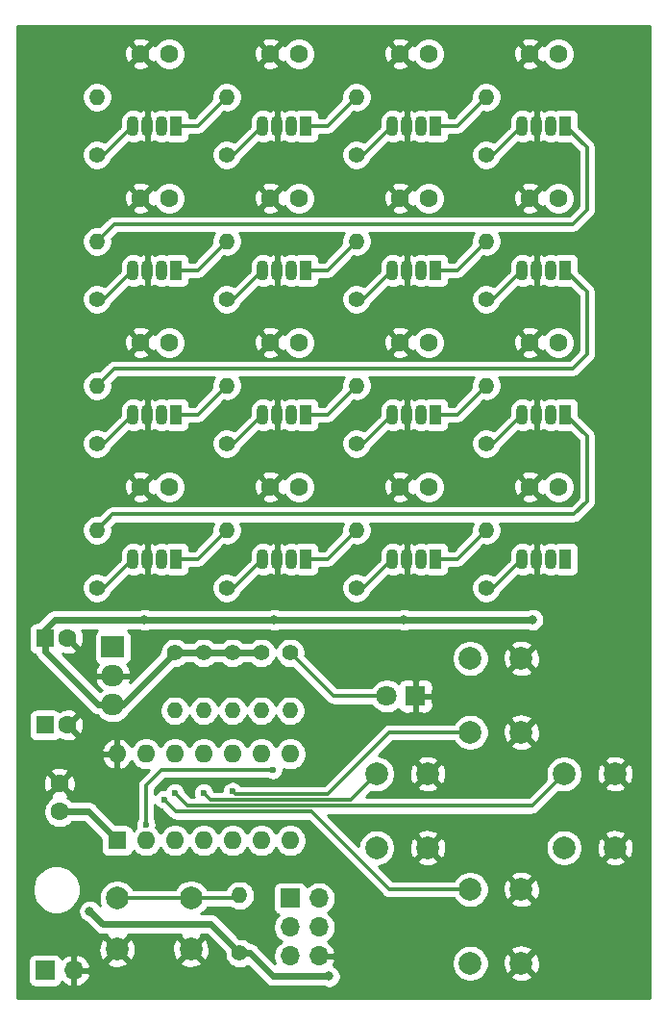
<source format=gbr>
%TF.GenerationSoftware,KiCad,Pcbnew,(5.1.6)-1*%
%TF.CreationDate,2020-09-12T17:49:51+07:00*%
%TF.ProjectId,board2048_ws2812,626f6172-6432-4303-9438-5f7773323831,1*%
%TF.SameCoordinates,Original*%
%TF.FileFunction,Copper,L2,Bot*%
%TF.FilePolarity,Positive*%
%FSLAX46Y46*%
G04 Gerber Fmt 4.6, Leading zero omitted, Abs format (unit mm)*
G04 Created by KiCad (PCBNEW (5.1.6)-1) date 2020-09-12 17:49:51*
%MOMM*%
%LPD*%
G01*
G04 APERTURE LIST*
%TA.AperFunction,ComponentPad*%
%ADD10O,2.000000X1.905000*%
%TD*%
%TA.AperFunction,ComponentPad*%
%ADD11R,2.000000X1.905000*%
%TD*%
%TA.AperFunction,ComponentPad*%
%ADD12C,1.800000*%
%TD*%
%TA.AperFunction,ComponentPad*%
%ADD13R,1.800000X1.800000*%
%TD*%
%TA.AperFunction,ComponentPad*%
%ADD14O,1.600000X1.600000*%
%TD*%
%TA.AperFunction,ComponentPad*%
%ADD15R,1.600000X1.600000*%
%TD*%
%TA.AperFunction,ComponentPad*%
%ADD16C,2.000000*%
%TD*%
%TA.AperFunction,ComponentPad*%
%ADD17O,1.400000X1.400000*%
%TD*%
%TA.AperFunction,ComponentPad*%
%ADD18C,1.400000*%
%TD*%
%TA.AperFunction,ComponentPad*%
%ADD19O,1.700000X1.700000*%
%TD*%
%TA.AperFunction,ComponentPad*%
%ADD20R,1.700000X1.700000*%
%TD*%
%TA.AperFunction,ComponentPad*%
%ADD21R,1.070000X1.800000*%
%TD*%
%TA.AperFunction,ComponentPad*%
%ADD22O,1.070000X1.800000*%
%TD*%
%TA.AperFunction,ComponentPad*%
%ADD23C,1.600000*%
%TD*%
%TA.AperFunction,ViaPad*%
%ADD24C,0.800000*%
%TD*%
%TA.AperFunction,ViaPad*%
%ADD25C,0.600000*%
%TD*%
%TA.AperFunction,Conductor*%
%ADD26C,0.600000*%
%TD*%
%TA.AperFunction,Conductor*%
%ADD27C,0.300000*%
%TD*%
%TA.AperFunction,Conductor*%
%ADD28C,0.254000*%
%TD*%
G04 APERTURE END LIST*
D10*
%TO.P,U2,3*%
%TO.N,+5V*%
X169164000Y-85217000D03*
%TO.P,U2,2*%
%TO.N,GND*%
X169164000Y-82677000D03*
D11*
%TO.P,U2,1*%
%TO.N,Net-(BT1-Pad1)*%
X169164000Y-80137000D03*
%TD*%
D12*
%TO.P,D17,2*%
%TO.N,Net-(D17-Pad2)*%
X193294000Y-84455000D03*
D13*
%TO.P,D17,1*%
%TO.N,GND*%
X195834000Y-84455000D03*
%TD*%
D14*
%TO.P,U1,14*%
%TO.N,GND*%
X169545000Y-89535000D03*
%TO.P,U1,7*%
%TO.N,MOSI*%
X184785000Y-97155000D03*
%TO.P,U1,13*%
%TO.N,BTND*%
X172085000Y-89535000D03*
%TO.P,U1,6*%
%TO.N,Net-(U1-Pad6)*%
X182245000Y-97155000D03*
%TO.P,U1,12*%
%TO.N,BTNR*%
X174625000Y-89535000D03*
%TO.P,U1,5*%
%TO.N,Net-(U1-Pad5)*%
X179705000Y-97155000D03*
%TO.P,U1,11*%
%TO.N,BTNL*%
X177165000Y-89535000D03*
%TO.P,U1,4*%
%TO.N,RESET*%
X177165000Y-97155000D03*
%TO.P,U1,10*%
%TO.N,BTNU*%
X179705000Y-89535000D03*
%TO.P,U1,3*%
%TO.N,DIN*%
X174625000Y-97155000D03*
%TO.P,U1,9*%
%TO.N,SCK*%
X182245000Y-89535000D03*
%TO.P,U1,2*%
%TO.N,AXLED*%
X172085000Y-97155000D03*
%TO.P,U1,8*%
%TO.N,MISO*%
X184785000Y-89535000D03*
D15*
%TO.P,U1,1*%
%TO.N,+5V*%
X169545000Y-97155000D03*
%TD*%
D16*
%TO.P,SW5,1*%
%TO.N,RESET*%
X176045000Y-102235000D03*
%TO.P,SW5,2*%
%TO.N,GND*%
X176045000Y-106735000D03*
%TO.P,SW5,1*%
%TO.N,RESET*%
X169545000Y-102235000D03*
%TO.P,SW5,2*%
%TO.N,GND*%
X169545000Y-106735000D03*
%TD*%
%TO.P,SW4,1*%
%TO.N,BTNU*%
X200660000Y-81130000D03*
%TO.P,SW4,2*%
%TO.N,GND*%
X205160000Y-81130000D03*
%TO.P,SW4,1*%
%TO.N,BTNU*%
X200660000Y-87630000D03*
%TO.P,SW4,2*%
%TO.N,GND*%
X205160000Y-87630000D03*
%TD*%
%TO.P,SW3,1*%
%TO.N,BTNR*%
X208915000Y-91290000D03*
%TO.P,SW3,2*%
%TO.N,GND*%
X213415000Y-91290000D03*
%TO.P,SW3,1*%
%TO.N,BTNR*%
X208915000Y-97790000D03*
%TO.P,SW3,2*%
%TO.N,GND*%
X213415000Y-97790000D03*
%TD*%
%TO.P,SW2,1*%
%TO.N,BTNL*%
X192405000Y-91290000D03*
%TO.P,SW2,2*%
%TO.N,GND*%
X196905000Y-91290000D03*
%TO.P,SW2,1*%
%TO.N,BTNL*%
X192405000Y-97790000D03*
%TO.P,SW2,2*%
%TO.N,GND*%
X196905000Y-97790000D03*
%TD*%
%TO.P,SW1,1*%
%TO.N,BTND*%
X200660000Y-101450000D03*
%TO.P,SW1,2*%
%TO.N,GND*%
X205160000Y-101450000D03*
%TO.P,SW1,1*%
%TO.N,BTND*%
X200660000Y-107950000D03*
%TO.P,SW1,2*%
%TO.N,GND*%
X205160000Y-107950000D03*
%TD*%
D17*
%TO.P,R22,2*%
%TO.N,RESET*%
X180340000Y-101981000D03*
D18*
%TO.P,R22,1*%
%TO.N,+5V*%
X180340000Y-107061000D03*
%TD*%
D17*
%TO.P,R21,2*%
%TO.N,BTNU*%
X182245000Y-85725000D03*
D18*
%TO.P,R21,1*%
%TO.N,+5V*%
X182245000Y-80645000D03*
%TD*%
D17*
%TO.P,R20,2*%
%TO.N,BTNR*%
X177165000Y-85725000D03*
D18*
%TO.P,R20,1*%
%TO.N,+5V*%
X177165000Y-80645000D03*
%TD*%
D17*
%TO.P,R19,2*%
%TO.N,BTNL*%
X179705000Y-85725000D03*
D18*
%TO.P,R19,1*%
%TO.N,+5V*%
X179705000Y-80645000D03*
%TD*%
D17*
%TO.P,R18,2*%
%TO.N,AXLED*%
X184785000Y-85725000D03*
D18*
%TO.P,R18,1*%
%TO.N,Net-(D17-Pad2)*%
X184785000Y-80645000D03*
%TD*%
D17*
%TO.P,R17,2*%
%TO.N,BTND*%
X174625000Y-85725000D03*
D18*
%TO.P,R17,1*%
%TO.N,+5V*%
X174625000Y-80645000D03*
%TD*%
%TO.P,R16,1*%
%TO.N,Net-(D16-Pad4)*%
X202057000Y-74930000D03*
D17*
%TO.P,R16,2*%
%TO.N,Net-(D15-Pad1)*%
X202057000Y-69850000D03*
%TD*%
D18*
%TO.P,R15,1*%
%TO.N,Net-(D15-Pad4)*%
X190627000Y-74930000D03*
D17*
%TO.P,R15,2*%
%TO.N,Net-(D14-Pad1)*%
X190627000Y-69850000D03*
%TD*%
D18*
%TO.P,R14,1*%
%TO.N,Net-(D14-Pad4)*%
X179197000Y-74930000D03*
D17*
%TO.P,R14,2*%
%TO.N,Net-(D13-Pad1)*%
X179197000Y-69850000D03*
%TD*%
D18*
%TO.P,R13,1*%
%TO.N,Net-(D13-Pad4)*%
X167767000Y-74930000D03*
D17*
%TO.P,R13,2*%
%TO.N,Net-(D12-Pad1)*%
X167767000Y-69850000D03*
%TD*%
D18*
%TO.P,R12,1*%
%TO.N,Net-(D12-Pad4)*%
X202057000Y-62230000D03*
D17*
%TO.P,R12,2*%
%TO.N,Net-(D11-Pad1)*%
X202057000Y-57150000D03*
%TD*%
D18*
%TO.P,R11,1*%
%TO.N,Net-(D11-Pad4)*%
X190627000Y-62230000D03*
D17*
%TO.P,R11,2*%
%TO.N,Net-(D10-Pad1)*%
X190627000Y-57150000D03*
%TD*%
D18*
%TO.P,R10,1*%
%TO.N,Net-(D10-Pad4)*%
X179197000Y-62230000D03*
D17*
%TO.P,R10,2*%
%TO.N,Net-(D9-Pad1)*%
X179197000Y-57150000D03*
%TD*%
D18*
%TO.P,R9,1*%
%TO.N,Net-(D9-Pad4)*%
X167767000Y-62230000D03*
D17*
%TO.P,R9,2*%
%TO.N,Net-(D8-Pad1)*%
X167767000Y-57150000D03*
%TD*%
D18*
%TO.P,R8,1*%
%TO.N,Net-(D8-Pad4)*%
X202057000Y-49530000D03*
D17*
%TO.P,R8,2*%
%TO.N,Net-(D7-Pad1)*%
X202057000Y-44450000D03*
%TD*%
D18*
%TO.P,R7,1*%
%TO.N,Net-(D7-Pad4)*%
X190627000Y-49530000D03*
D17*
%TO.P,R7,2*%
%TO.N,Net-(D6-Pad1)*%
X190627000Y-44450000D03*
%TD*%
D18*
%TO.P,R6,1*%
%TO.N,Net-(D6-Pad4)*%
X179197000Y-49530000D03*
D17*
%TO.P,R6,2*%
%TO.N,Net-(D5-Pad1)*%
X179197000Y-44450000D03*
%TD*%
D18*
%TO.P,R5,1*%
%TO.N,Net-(D5-Pad4)*%
X167767000Y-49530000D03*
D17*
%TO.P,R5,2*%
%TO.N,Net-(D4-Pad1)*%
X167767000Y-44450000D03*
%TD*%
D18*
%TO.P,R4,1*%
%TO.N,Net-(D4-Pad4)*%
X202057000Y-36830000D03*
D17*
%TO.P,R4,2*%
%TO.N,Net-(D3-Pad1)*%
X202057000Y-31750000D03*
%TD*%
D18*
%TO.P,R3,1*%
%TO.N,Net-(D3-Pad4)*%
X190627000Y-36830000D03*
D17*
%TO.P,R3,2*%
%TO.N,Net-(D2-Pad1)*%
X190627000Y-31750000D03*
%TD*%
D18*
%TO.P,R2,1*%
%TO.N,Net-(D2-Pad4)*%
X179197000Y-36830000D03*
D17*
%TO.P,R2,2*%
%TO.N,Net-(D1-Pad1)*%
X179197000Y-31750000D03*
%TD*%
D18*
%TO.P,R1,1*%
%TO.N,Net-(D1-Pad4)*%
X167767000Y-36830000D03*
D17*
%TO.P,R1,2*%
%TO.N,DIN*%
X167767000Y-31750000D03*
%TD*%
D19*
%TO.P,J1,6*%
%TO.N,GND*%
X187325000Y-107315000D03*
%TO.P,J1,5*%
%TO.N,RESET*%
X184785000Y-107315000D03*
%TO.P,J1,4*%
%TO.N,MOSI*%
X187325000Y-104775000D03*
%TO.P,J1,3*%
%TO.N,SCK*%
X184785000Y-104775000D03*
%TO.P,J1,2*%
%TO.N,+5V*%
X187325000Y-102235000D03*
D20*
%TO.P,J1,1*%
%TO.N,MISO*%
X184785000Y-102235000D03*
%TD*%
D21*
%TO.P,D16,1*%
%TO.N,Net-(D16-Pad1)*%
X209042000Y-72390000D03*
D22*
%TO.P,D16,2*%
%TO.N,+5V*%
X207772000Y-72390000D03*
%TO.P,D16,3*%
%TO.N,GND*%
X206502000Y-72390000D03*
%TO.P,D16,4*%
%TO.N,Net-(D16-Pad4)*%
X205232000Y-72390000D03*
%TD*%
D21*
%TO.P,D15,1*%
%TO.N,Net-(D15-Pad1)*%
X197612000Y-72390000D03*
D22*
%TO.P,D15,2*%
%TO.N,+5V*%
X196342000Y-72390000D03*
%TO.P,D15,3*%
%TO.N,GND*%
X195072000Y-72390000D03*
%TO.P,D15,4*%
%TO.N,Net-(D15-Pad4)*%
X193802000Y-72390000D03*
%TD*%
D21*
%TO.P,D14,1*%
%TO.N,Net-(D14-Pad1)*%
X186182000Y-72390000D03*
D22*
%TO.P,D14,2*%
%TO.N,+5V*%
X184912000Y-72390000D03*
%TO.P,D14,3*%
%TO.N,GND*%
X183642000Y-72390000D03*
%TO.P,D14,4*%
%TO.N,Net-(D14-Pad4)*%
X182372000Y-72390000D03*
%TD*%
D21*
%TO.P,D13,1*%
%TO.N,Net-(D13-Pad1)*%
X174752000Y-72390000D03*
D22*
%TO.P,D13,2*%
%TO.N,+5V*%
X173482000Y-72390000D03*
%TO.P,D13,3*%
%TO.N,GND*%
X172212000Y-72390000D03*
%TO.P,D13,4*%
%TO.N,Net-(D13-Pad4)*%
X170942000Y-72390000D03*
%TD*%
D21*
%TO.P,D12,1*%
%TO.N,Net-(D12-Pad1)*%
X209042000Y-59690000D03*
D22*
%TO.P,D12,2*%
%TO.N,+5V*%
X207772000Y-59690000D03*
%TO.P,D12,3*%
%TO.N,GND*%
X206502000Y-59690000D03*
%TO.P,D12,4*%
%TO.N,Net-(D12-Pad4)*%
X205232000Y-59690000D03*
%TD*%
D21*
%TO.P,D11,1*%
%TO.N,Net-(D11-Pad1)*%
X197612000Y-59690000D03*
D22*
%TO.P,D11,2*%
%TO.N,+5V*%
X196342000Y-59690000D03*
%TO.P,D11,3*%
%TO.N,GND*%
X195072000Y-59690000D03*
%TO.P,D11,4*%
%TO.N,Net-(D11-Pad4)*%
X193802000Y-59690000D03*
%TD*%
D21*
%TO.P,D10,1*%
%TO.N,Net-(D10-Pad1)*%
X186182000Y-59690000D03*
D22*
%TO.P,D10,2*%
%TO.N,+5V*%
X184912000Y-59690000D03*
%TO.P,D10,3*%
%TO.N,GND*%
X183642000Y-59690000D03*
%TO.P,D10,4*%
%TO.N,Net-(D10-Pad4)*%
X182372000Y-59690000D03*
%TD*%
D21*
%TO.P,D9,1*%
%TO.N,Net-(D9-Pad1)*%
X174752000Y-59690000D03*
D22*
%TO.P,D9,2*%
%TO.N,+5V*%
X173482000Y-59690000D03*
%TO.P,D9,3*%
%TO.N,GND*%
X172212000Y-59690000D03*
%TO.P,D9,4*%
%TO.N,Net-(D9-Pad4)*%
X170942000Y-59690000D03*
%TD*%
D21*
%TO.P,D8,1*%
%TO.N,Net-(D8-Pad1)*%
X209042000Y-46990000D03*
D22*
%TO.P,D8,2*%
%TO.N,+5V*%
X207772000Y-46990000D03*
%TO.P,D8,3*%
%TO.N,GND*%
X206502000Y-46990000D03*
%TO.P,D8,4*%
%TO.N,Net-(D8-Pad4)*%
X205232000Y-46990000D03*
%TD*%
D21*
%TO.P,D7,1*%
%TO.N,Net-(D7-Pad1)*%
X197612000Y-46990000D03*
D22*
%TO.P,D7,2*%
%TO.N,+5V*%
X196342000Y-46990000D03*
%TO.P,D7,3*%
%TO.N,GND*%
X195072000Y-46990000D03*
%TO.P,D7,4*%
%TO.N,Net-(D7-Pad4)*%
X193802000Y-46990000D03*
%TD*%
D21*
%TO.P,D6,1*%
%TO.N,Net-(D6-Pad1)*%
X186182000Y-46990000D03*
D22*
%TO.P,D6,2*%
%TO.N,+5V*%
X184912000Y-46990000D03*
%TO.P,D6,3*%
%TO.N,GND*%
X183642000Y-46990000D03*
%TO.P,D6,4*%
%TO.N,Net-(D6-Pad4)*%
X182372000Y-46990000D03*
%TD*%
D21*
%TO.P,D5,1*%
%TO.N,Net-(D5-Pad1)*%
X174752000Y-46990000D03*
D22*
%TO.P,D5,2*%
%TO.N,+5V*%
X173482000Y-46990000D03*
%TO.P,D5,3*%
%TO.N,GND*%
X172212000Y-46990000D03*
%TO.P,D5,4*%
%TO.N,Net-(D5-Pad4)*%
X170942000Y-46990000D03*
%TD*%
D21*
%TO.P,D4,1*%
%TO.N,Net-(D4-Pad1)*%
X209042000Y-34290000D03*
D22*
%TO.P,D4,2*%
%TO.N,+5V*%
X207772000Y-34290000D03*
%TO.P,D4,3*%
%TO.N,GND*%
X206502000Y-34290000D03*
%TO.P,D4,4*%
%TO.N,Net-(D4-Pad4)*%
X205232000Y-34290000D03*
%TD*%
D21*
%TO.P,D3,1*%
%TO.N,Net-(D3-Pad1)*%
X197612000Y-34290000D03*
D22*
%TO.P,D3,2*%
%TO.N,+5V*%
X196342000Y-34290000D03*
%TO.P,D3,3*%
%TO.N,GND*%
X195072000Y-34290000D03*
%TO.P,D3,4*%
%TO.N,Net-(D3-Pad4)*%
X193802000Y-34290000D03*
%TD*%
D21*
%TO.P,D2,1*%
%TO.N,Net-(D2-Pad1)*%
X186182000Y-34290000D03*
D22*
%TO.P,D2,2*%
%TO.N,+5V*%
X184912000Y-34290000D03*
%TO.P,D2,3*%
%TO.N,GND*%
X183642000Y-34290000D03*
%TO.P,D2,4*%
%TO.N,Net-(D2-Pad4)*%
X182372000Y-34290000D03*
%TD*%
D21*
%TO.P,D1,1*%
%TO.N,Net-(D1-Pad1)*%
X174752000Y-34290000D03*
D22*
%TO.P,D1,2*%
%TO.N,+5V*%
X173482000Y-34290000D03*
%TO.P,D1,3*%
%TO.N,GND*%
X172212000Y-34290000D03*
%TO.P,D1,4*%
%TO.N,Net-(D1-Pad4)*%
X170942000Y-34290000D03*
%TD*%
D23*
%TO.P,C19,2*%
%TO.N,GND*%
X165195000Y-79375000D03*
D15*
%TO.P,C19,1*%
%TO.N,+5V*%
X163195000Y-79375000D03*
%TD*%
D23*
%TO.P,C18,2*%
%TO.N,GND*%
X165195000Y-86995000D03*
D15*
%TO.P,C18,1*%
%TO.N,Net-(BT1-Pad1)*%
X163195000Y-86995000D03*
%TD*%
D23*
%TO.P,C17,2*%
%TO.N,GND*%
X164465000Y-92115000D03*
%TO.P,C17,1*%
%TO.N,+5V*%
X164465000Y-94615000D03*
%TD*%
%TO.P,C16,1*%
%TO.N,+5V*%
X208407000Y-66040000D03*
%TO.P,C16,2*%
%TO.N,GND*%
X205907000Y-66040000D03*
%TD*%
%TO.P,C15,1*%
%TO.N,+5V*%
X196977000Y-66040000D03*
%TO.P,C15,2*%
%TO.N,GND*%
X194477000Y-66040000D03*
%TD*%
%TO.P,C14,1*%
%TO.N,+5V*%
X185547000Y-66040000D03*
%TO.P,C14,2*%
%TO.N,GND*%
X183047000Y-66040000D03*
%TD*%
%TO.P,C13,1*%
%TO.N,+5V*%
X174117000Y-66040000D03*
%TO.P,C13,2*%
%TO.N,GND*%
X171617000Y-66040000D03*
%TD*%
%TO.P,C12,1*%
%TO.N,+5V*%
X208407000Y-53340000D03*
%TO.P,C12,2*%
%TO.N,GND*%
X205907000Y-53340000D03*
%TD*%
%TO.P,C11,1*%
%TO.N,+5V*%
X196977000Y-53340000D03*
%TO.P,C11,2*%
%TO.N,GND*%
X194477000Y-53340000D03*
%TD*%
%TO.P,C10,1*%
%TO.N,+5V*%
X185547000Y-53340000D03*
%TO.P,C10,2*%
%TO.N,GND*%
X183047000Y-53340000D03*
%TD*%
%TO.P,C9,1*%
%TO.N,+5V*%
X174117000Y-53340000D03*
%TO.P,C9,2*%
%TO.N,GND*%
X171617000Y-53340000D03*
%TD*%
%TO.P,C8,1*%
%TO.N,+5V*%
X208407000Y-40640000D03*
%TO.P,C8,2*%
%TO.N,GND*%
X205907000Y-40640000D03*
%TD*%
%TO.P,C7,1*%
%TO.N,+5V*%
X196977000Y-40640000D03*
%TO.P,C7,2*%
%TO.N,GND*%
X194477000Y-40640000D03*
%TD*%
%TO.P,C6,1*%
%TO.N,+5V*%
X185547000Y-40640000D03*
%TO.P,C6,2*%
%TO.N,GND*%
X183047000Y-40640000D03*
%TD*%
%TO.P,C5,1*%
%TO.N,+5V*%
X174117000Y-40640000D03*
%TO.P,C5,2*%
%TO.N,GND*%
X171617000Y-40640000D03*
%TD*%
%TO.P,C4,1*%
%TO.N,+5V*%
X208407000Y-27940000D03*
%TO.P,C4,2*%
%TO.N,GND*%
X205907000Y-27940000D03*
%TD*%
%TO.P,C3,1*%
%TO.N,+5V*%
X196977000Y-27940000D03*
%TO.P,C3,2*%
%TO.N,GND*%
X194477000Y-27940000D03*
%TD*%
%TO.P,C2,1*%
%TO.N,+5V*%
X185547000Y-27940000D03*
%TO.P,C2,2*%
%TO.N,GND*%
X183047000Y-27940000D03*
%TD*%
%TO.P,C1,1*%
%TO.N,+5V*%
X174117000Y-27940000D03*
%TO.P,C1,2*%
%TO.N,GND*%
X171617000Y-27940000D03*
%TD*%
D19*
%TO.P,BT1,2*%
%TO.N,GND*%
X165735000Y-108585000D03*
D20*
%TO.P,BT1,1*%
%TO.N,Net-(BT1-Pad1)*%
X163195000Y-108585000D03*
%TD*%
D24*
%TO.N,+5V*%
X167132000Y-103378000D03*
X206121000Y-77724000D03*
X194818000Y-77724000D03*
X183388000Y-77724000D03*
X171958000Y-77724000D03*
X188214000Y-109093000D03*
D25*
%TO.N,BTND*%
X173672500Y-93535500D03*
%TO.N,AXLED*%
X183261000Y-90932000D03*
X172085000Y-95758000D03*
%TO.N,BTNL*%
X177165000Y-92964000D03*
%TO.N,BTNR*%
X174625000Y-92964000D03*
%TO.N,BTNU*%
X179705000Y-92837000D03*
%TD*%
D26*
%TO.N,+5V*%
X174625000Y-80645000D02*
X177165000Y-80645000D01*
X177165000Y-80645000D02*
X179705000Y-80645000D01*
X179705000Y-80645000D02*
X182245000Y-80645000D01*
X167005000Y-94615000D02*
X169545000Y-97155000D01*
X164465000Y-94615000D02*
X167005000Y-94615000D01*
X180340000Y-107061000D02*
X177800000Y-104521000D01*
X177800000Y-104521000D02*
X174371000Y-104521000D01*
X174371000Y-104521000D02*
X168275000Y-104521000D01*
X168275000Y-104521000D02*
X167132000Y-103378000D01*
X167132000Y-103378000D02*
X167132000Y-103378000D01*
X206121000Y-77724000D02*
X206121000Y-77724000D01*
X194818000Y-77724000D02*
X206121000Y-77724000D01*
X183388000Y-77724000D02*
X194818000Y-77724000D01*
X163195000Y-78613000D02*
X163195000Y-79375000D01*
X171958000Y-77724000D02*
X164084000Y-77724000D01*
X171958000Y-77724000D02*
X183388000Y-77724000D01*
X164084000Y-77724000D02*
X163195000Y-78613000D01*
X188214000Y-109093000D02*
X183261000Y-109093000D01*
X183261000Y-109093000D02*
X181229000Y-107061000D01*
X181229000Y-107061000D02*
X180340000Y-107061000D01*
X163195000Y-80518000D02*
X163195000Y-79375000D01*
X167894000Y-85217000D02*
X163195000Y-80518000D01*
X174625000Y-80645000D02*
X170053000Y-85217000D01*
X170053000Y-85217000D02*
X167894000Y-85217000D01*
D27*
%TO.N,Net-(D1-Pad4)*%
X168402000Y-36830000D02*
X170942000Y-34290000D01*
X167767000Y-36830000D02*
X168402000Y-36830000D01*
%TO.N,Net-(D1-Pad1)*%
X176657000Y-34290000D02*
X179197000Y-31750000D01*
X174752000Y-34290000D02*
X176657000Y-34290000D01*
%TO.N,Net-(D2-Pad4)*%
X179832000Y-36830000D02*
X182372000Y-34290000D01*
X179197000Y-36830000D02*
X179832000Y-36830000D01*
%TO.N,Net-(D2-Pad1)*%
X188087000Y-34290000D02*
X190627000Y-31750000D01*
X186182000Y-34290000D02*
X188087000Y-34290000D01*
%TO.N,Net-(D3-Pad4)*%
X191262000Y-36830000D02*
X193802000Y-34290000D01*
X190627000Y-36830000D02*
X191262000Y-36830000D01*
%TO.N,Net-(D3-Pad1)*%
X199517000Y-34290000D02*
X202057000Y-31750000D01*
X197612000Y-34290000D02*
X199517000Y-34290000D01*
%TO.N,Net-(D4-Pad4)*%
X202692000Y-36830000D02*
X205232000Y-34290000D01*
X202057000Y-36830000D02*
X202692000Y-36830000D01*
%TO.N,Net-(D4-Pad1)*%
X210947000Y-41656000D02*
X210947000Y-36195000D01*
X209677000Y-42926000D02*
X210947000Y-41656000D01*
X167767000Y-44450000D02*
X169291000Y-42926000D01*
X210947000Y-36195000D02*
X209042000Y-34290000D01*
X169291000Y-42926000D02*
X209677000Y-42926000D01*
%TO.N,Net-(D5-Pad4)*%
X168402000Y-49530000D02*
X170942000Y-46990000D01*
X167767000Y-49530000D02*
X168402000Y-49530000D01*
%TO.N,Net-(D5-Pad1)*%
X176657000Y-46990000D02*
X179197000Y-44450000D01*
X174752000Y-46990000D02*
X176657000Y-46990000D01*
%TO.N,Net-(D6-Pad4)*%
X179832000Y-49530000D02*
X182372000Y-46990000D01*
X179197000Y-49530000D02*
X179832000Y-49530000D01*
%TO.N,Net-(D6-Pad1)*%
X188087000Y-46990000D02*
X190627000Y-44450000D01*
X186182000Y-46990000D02*
X188087000Y-46990000D01*
%TO.N,Net-(D7-Pad4)*%
X191262000Y-49530000D02*
X193802000Y-46990000D01*
X190627000Y-49530000D02*
X191262000Y-49530000D01*
%TO.N,Net-(D7-Pad1)*%
X199517000Y-46990000D02*
X202057000Y-44450000D01*
X197612000Y-46990000D02*
X199517000Y-46990000D01*
%TO.N,Net-(D8-Pad4)*%
X202692000Y-49530000D02*
X205232000Y-46990000D01*
X202057000Y-49530000D02*
X202692000Y-49530000D01*
%TO.N,Net-(D8-Pad1)*%
X210947000Y-48895000D02*
X209042000Y-46990000D01*
X167767000Y-57150000D02*
X169291000Y-55626000D01*
X210947000Y-54356000D02*
X210947000Y-48895000D01*
X209677000Y-55626000D02*
X210947000Y-54356000D01*
X169291000Y-55626000D02*
X209677000Y-55626000D01*
%TO.N,Net-(D9-Pad4)*%
X168402000Y-62230000D02*
X170942000Y-59690000D01*
X167767000Y-62230000D02*
X168402000Y-62230000D01*
%TO.N,Net-(D9-Pad1)*%
X176657000Y-59690000D02*
X179197000Y-57150000D01*
X174752000Y-59690000D02*
X176657000Y-59690000D01*
%TO.N,Net-(D10-Pad4)*%
X179832000Y-62230000D02*
X182372000Y-59690000D01*
X179197000Y-62230000D02*
X179832000Y-62230000D01*
%TO.N,Net-(D10-Pad1)*%
X188087000Y-59690000D02*
X190627000Y-57150000D01*
X186182000Y-59690000D02*
X188087000Y-59690000D01*
%TO.N,Net-(D11-Pad4)*%
X191262000Y-62230000D02*
X193802000Y-59690000D01*
X190627000Y-62230000D02*
X191262000Y-62230000D01*
%TO.N,Net-(D11-Pad1)*%
X199517000Y-59690000D02*
X202057000Y-57150000D01*
X197612000Y-59690000D02*
X199517000Y-59690000D01*
%TO.N,Net-(D12-Pad4)*%
X202692000Y-62230000D02*
X205232000Y-59690000D01*
X202057000Y-62230000D02*
X202692000Y-62230000D01*
%TO.N,Net-(D12-Pad1)*%
X210947000Y-61595000D02*
X209042000Y-59690000D01*
X210947000Y-67310000D02*
X210947000Y-61595000D01*
X167767000Y-69850000D02*
X169164000Y-68453000D01*
X209804000Y-68453000D02*
X210947000Y-67310000D01*
X169164000Y-68453000D02*
X209804000Y-68453000D01*
%TO.N,Net-(D13-Pad4)*%
X168402000Y-74930000D02*
X170942000Y-72390000D01*
X167767000Y-74930000D02*
X168402000Y-74930000D01*
%TO.N,Net-(D13-Pad1)*%
X176657000Y-72390000D02*
X179197000Y-69850000D01*
X174752000Y-72390000D02*
X176657000Y-72390000D01*
%TO.N,Net-(D14-Pad4)*%
X179832000Y-74930000D02*
X182372000Y-72390000D01*
X179197000Y-74930000D02*
X179832000Y-74930000D01*
%TO.N,Net-(D14-Pad1)*%
X188087000Y-72390000D02*
X190627000Y-69850000D01*
X186182000Y-72390000D02*
X188087000Y-72390000D01*
%TO.N,Net-(D15-Pad4)*%
X191262000Y-74930000D02*
X193802000Y-72390000D01*
X190627000Y-74930000D02*
X191262000Y-74930000D01*
%TO.N,Net-(D15-Pad1)*%
X199517000Y-72390000D02*
X202057000Y-69850000D01*
X197612000Y-72390000D02*
X199517000Y-72390000D01*
%TO.N,Net-(D16-Pad4)*%
X202692000Y-74930000D02*
X205232000Y-72390000D01*
X202057000Y-74930000D02*
X202692000Y-74930000D01*
%TO.N,Net-(D17-Pad2)*%
X188595000Y-84455000D02*
X184785000Y-80645000D01*
X193294000Y-84455000D02*
X188595000Y-84455000D01*
%TO.N,RESET*%
X169545000Y-102235000D02*
X176045000Y-102235000D01*
X180086000Y-102235000D02*
X180340000Y-101981000D01*
X176045000Y-102235000D02*
X180086000Y-102235000D01*
%TO.N,BTND*%
X193525000Y-101450000D02*
X200660000Y-101450000D01*
X186690000Y-94615000D02*
X193525000Y-101450000D01*
X173672500Y-93535500D02*
X174752000Y-94615000D01*
X174752000Y-94615000D02*
X186690000Y-94615000D01*
%TO.N,AXLED*%
X173482000Y-90932000D02*
X183261000Y-90932000D01*
X172085000Y-92329000D02*
X173482000Y-90932000D01*
X172085000Y-95758000D02*
X172085000Y-92329000D01*
%TO.N,BTNL*%
X190096000Y-93599000D02*
X192405000Y-91290000D01*
X177165000Y-92964000D02*
X177800000Y-93599000D01*
X177800000Y-93599000D02*
X190096000Y-93599000D01*
%TO.N,BTNR*%
X206098000Y-94107000D02*
X208915000Y-91290000D01*
X174625000Y-92964000D02*
X175768000Y-94107000D01*
X175768000Y-94107000D02*
X206098000Y-94107000D01*
%TO.N,BTNU*%
X193548000Y-87630000D02*
X200660000Y-87630000D01*
X188087000Y-93091000D02*
X193548000Y-87630000D01*
X179705000Y-92837000D02*
X179959000Y-93091000D01*
X179959000Y-93091000D02*
X188087000Y-93091000D01*
%TD*%
D28*
%TO.N,GND*%
G36*
X216435001Y-111025000D02*
G01*
X160755000Y-111025000D01*
X160755000Y-107735000D01*
X161706928Y-107735000D01*
X161706928Y-109435000D01*
X161719188Y-109559482D01*
X161755498Y-109679180D01*
X161814463Y-109789494D01*
X161893815Y-109886185D01*
X161990506Y-109965537D01*
X162100820Y-110024502D01*
X162220518Y-110060812D01*
X162345000Y-110073072D01*
X164045000Y-110073072D01*
X164169482Y-110060812D01*
X164289180Y-110024502D01*
X164399494Y-109965537D01*
X164496185Y-109886185D01*
X164575537Y-109789494D01*
X164634502Y-109679180D01*
X164658966Y-109598534D01*
X164734731Y-109682588D01*
X164968080Y-109856641D01*
X165230901Y-109981825D01*
X165378110Y-110026476D01*
X165608000Y-109905155D01*
X165608000Y-108712000D01*
X165862000Y-108712000D01*
X165862000Y-109905155D01*
X166091890Y-110026476D01*
X166239099Y-109981825D01*
X166501920Y-109856641D01*
X166735269Y-109682588D01*
X166930178Y-109466355D01*
X167079157Y-109216252D01*
X167176481Y-108941891D01*
X167055814Y-108712000D01*
X165862000Y-108712000D01*
X165608000Y-108712000D01*
X165588000Y-108712000D01*
X165588000Y-108458000D01*
X165608000Y-108458000D01*
X165608000Y-107264845D01*
X165862000Y-107264845D01*
X165862000Y-108458000D01*
X167055814Y-108458000D01*
X167176481Y-108228109D01*
X167079157Y-107953748D01*
X167029517Y-107870413D01*
X168589192Y-107870413D01*
X168684956Y-108134814D01*
X168974571Y-108275704D01*
X169286108Y-108357384D01*
X169607595Y-108376718D01*
X169926675Y-108332961D01*
X170231088Y-108227795D01*
X170405044Y-108134814D01*
X170500808Y-107870413D01*
X175089192Y-107870413D01*
X175184956Y-108134814D01*
X175474571Y-108275704D01*
X175786108Y-108357384D01*
X176107595Y-108376718D01*
X176426675Y-108332961D01*
X176731088Y-108227795D01*
X176905044Y-108134814D01*
X177000808Y-107870413D01*
X176045000Y-106914605D01*
X175089192Y-107870413D01*
X170500808Y-107870413D01*
X169545000Y-106914605D01*
X168589192Y-107870413D01*
X167029517Y-107870413D01*
X166930178Y-107703645D01*
X166735269Y-107487412D01*
X166501920Y-107313359D01*
X166239099Y-107188175D01*
X166091890Y-107143524D01*
X165862000Y-107264845D01*
X165608000Y-107264845D01*
X165378110Y-107143524D01*
X165230901Y-107188175D01*
X164968080Y-107313359D01*
X164734731Y-107487412D01*
X164658966Y-107571466D01*
X164634502Y-107490820D01*
X164575537Y-107380506D01*
X164496185Y-107283815D01*
X164399494Y-107204463D01*
X164289180Y-107145498D01*
X164169482Y-107109188D01*
X164045000Y-107096928D01*
X162345000Y-107096928D01*
X162220518Y-107109188D01*
X162100820Y-107145498D01*
X161990506Y-107204463D01*
X161893815Y-107283815D01*
X161814463Y-107380506D01*
X161755498Y-107490820D01*
X161719188Y-107610518D01*
X161706928Y-107735000D01*
X160755000Y-107735000D01*
X160755000Y-106797595D01*
X167903282Y-106797595D01*
X167947039Y-107116675D01*
X168052205Y-107421088D01*
X168145186Y-107595044D01*
X168409587Y-107690808D01*
X169365395Y-106735000D01*
X169724605Y-106735000D01*
X170680413Y-107690808D01*
X170944814Y-107595044D01*
X171085704Y-107305429D01*
X171167384Y-106993892D01*
X171179189Y-106797595D01*
X174403282Y-106797595D01*
X174447039Y-107116675D01*
X174552205Y-107421088D01*
X174645186Y-107595044D01*
X174909587Y-107690808D01*
X175865395Y-106735000D01*
X176224605Y-106735000D01*
X177180413Y-107690808D01*
X177444814Y-107595044D01*
X177585704Y-107305429D01*
X177667384Y-106993892D01*
X177686718Y-106672405D01*
X177642961Y-106353325D01*
X177537795Y-106048912D01*
X177444814Y-105874956D01*
X177180413Y-105779192D01*
X176224605Y-106735000D01*
X175865395Y-106735000D01*
X174909587Y-105779192D01*
X174645186Y-105874956D01*
X174504296Y-106164571D01*
X174422616Y-106476108D01*
X174403282Y-106797595D01*
X171179189Y-106797595D01*
X171186718Y-106672405D01*
X171142961Y-106353325D01*
X171037795Y-106048912D01*
X170944814Y-105874956D01*
X170680413Y-105779192D01*
X169724605Y-106735000D01*
X169365395Y-106735000D01*
X168409587Y-105779192D01*
X168145186Y-105874956D01*
X168004296Y-106164571D01*
X167922616Y-106476108D01*
X167903282Y-106797595D01*
X160755000Y-106797595D01*
X160755000Y-101262721D01*
X162076000Y-101262721D01*
X162076000Y-101683279D01*
X162158047Y-102095756D01*
X162318988Y-102484302D01*
X162552637Y-102833983D01*
X162850017Y-103131363D01*
X163199698Y-103365012D01*
X163588244Y-103525953D01*
X164000721Y-103608000D01*
X164421279Y-103608000D01*
X164833756Y-103525953D01*
X165222302Y-103365012D01*
X165355426Y-103276061D01*
X166097000Y-103276061D01*
X166097000Y-103479939D01*
X166136774Y-103679898D01*
X166214795Y-103868256D01*
X166328063Y-104037774D01*
X166472226Y-104181937D01*
X166641744Y-104295205D01*
X166787142Y-104355431D01*
X167581374Y-105149664D01*
X167610656Y-105185344D01*
X167753028Y-105302186D01*
X167915460Y-105389007D01*
X168038243Y-105426253D01*
X168091707Y-105442471D01*
X168274999Y-105460524D01*
X168320931Y-105456000D01*
X168641198Y-105456000D01*
X168589192Y-105599587D01*
X169545000Y-106555395D01*
X170500808Y-105599587D01*
X170448802Y-105456000D01*
X175141198Y-105456000D01*
X175089192Y-105599587D01*
X176045000Y-106555395D01*
X177000808Y-105599587D01*
X176948802Y-105456000D01*
X177412711Y-105456000D01*
X179005000Y-107048290D01*
X179005000Y-107192486D01*
X179056304Y-107450405D01*
X179156939Y-107693359D01*
X179303038Y-107912013D01*
X179488987Y-108097962D01*
X179707641Y-108244061D01*
X179950595Y-108344696D01*
X180208514Y-108396000D01*
X180471486Y-108396000D01*
X180729405Y-108344696D01*
X180972359Y-108244061D01*
X181042743Y-108197032D01*
X182567370Y-109721659D01*
X182596656Y-109757344D01*
X182739028Y-109874186D01*
X182901460Y-109961007D01*
X183063645Y-110010205D01*
X183077708Y-110014471D01*
X183261000Y-110032524D01*
X183306932Y-110028000D01*
X187766705Y-110028000D01*
X187912102Y-110088226D01*
X188112061Y-110128000D01*
X188315939Y-110128000D01*
X188515898Y-110088226D01*
X188704256Y-110010205D01*
X188873774Y-109896937D01*
X189017937Y-109752774D01*
X189131205Y-109583256D01*
X189209226Y-109394898D01*
X189249000Y-109194939D01*
X189249000Y-108991061D01*
X189209226Y-108791102D01*
X189131205Y-108602744D01*
X189017937Y-108433226D01*
X188873774Y-108289063D01*
X188704256Y-108175795D01*
X188568549Y-108119583D01*
X188596641Y-108081920D01*
X188721825Y-107819099D01*
X188730964Y-107788967D01*
X199025000Y-107788967D01*
X199025000Y-108111033D01*
X199087832Y-108426912D01*
X199211082Y-108724463D01*
X199390013Y-108992252D01*
X199617748Y-109219987D01*
X199885537Y-109398918D01*
X200183088Y-109522168D01*
X200498967Y-109585000D01*
X200821033Y-109585000D01*
X201136912Y-109522168D01*
X201434463Y-109398918D01*
X201702252Y-109219987D01*
X201836826Y-109085413D01*
X204204192Y-109085413D01*
X204299956Y-109349814D01*
X204589571Y-109490704D01*
X204901108Y-109572384D01*
X205222595Y-109591718D01*
X205541675Y-109547961D01*
X205846088Y-109442795D01*
X206020044Y-109349814D01*
X206115808Y-109085413D01*
X205160000Y-108129605D01*
X204204192Y-109085413D01*
X201836826Y-109085413D01*
X201929987Y-108992252D01*
X202108918Y-108724463D01*
X202232168Y-108426912D01*
X202295000Y-108111033D01*
X202295000Y-108012595D01*
X203518282Y-108012595D01*
X203562039Y-108331675D01*
X203667205Y-108636088D01*
X203760186Y-108810044D01*
X204024587Y-108905808D01*
X204980395Y-107950000D01*
X205339605Y-107950000D01*
X206295413Y-108905808D01*
X206559814Y-108810044D01*
X206700704Y-108520429D01*
X206782384Y-108208892D01*
X206801718Y-107887405D01*
X206757961Y-107568325D01*
X206652795Y-107263912D01*
X206559814Y-107089956D01*
X206295413Y-106994192D01*
X205339605Y-107950000D01*
X204980395Y-107950000D01*
X204024587Y-106994192D01*
X203760186Y-107089956D01*
X203619296Y-107379571D01*
X203537616Y-107691108D01*
X203518282Y-108012595D01*
X202295000Y-108012595D01*
X202295000Y-107788967D01*
X202232168Y-107473088D01*
X202108918Y-107175537D01*
X201929987Y-106907748D01*
X201836826Y-106814587D01*
X204204192Y-106814587D01*
X205160000Y-107770395D01*
X206115808Y-106814587D01*
X206020044Y-106550186D01*
X205730429Y-106409296D01*
X205418892Y-106327616D01*
X205097405Y-106308282D01*
X204778325Y-106352039D01*
X204473912Y-106457205D01*
X204299956Y-106550186D01*
X204204192Y-106814587D01*
X201836826Y-106814587D01*
X201702252Y-106680013D01*
X201434463Y-106501082D01*
X201136912Y-106377832D01*
X200821033Y-106315000D01*
X200498967Y-106315000D01*
X200183088Y-106377832D01*
X199885537Y-106501082D01*
X199617748Y-106680013D01*
X199390013Y-106907748D01*
X199211082Y-107175537D01*
X199087832Y-107473088D01*
X199025000Y-107788967D01*
X188730964Y-107788967D01*
X188766476Y-107671890D01*
X188645155Y-107442000D01*
X187452000Y-107442000D01*
X187452000Y-107462000D01*
X187198000Y-107462000D01*
X187198000Y-107442000D01*
X187178000Y-107442000D01*
X187178000Y-107188000D01*
X187198000Y-107188000D01*
X187198000Y-107168000D01*
X187452000Y-107168000D01*
X187452000Y-107188000D01*
X188645155Y-107188000D01*
X188766476Y-106958110D01*
X188721825Y-106810901D01*
X188596641Y-106548080D01*
X188422588Y-106314731D01*
X188206355Y-106119822D01*
X188089466Y-106050195D01*
X188271632Y-105928475D01*
X188478475Y-105721632D01*
X188640990Y-105478411D01*
X188752932Y-105208158D01*
X188810000Y-104921260D01*
X188810000Y-104628740D01*
X188752932Y-104341842D01*
X188640990Y-104071589D01*
X188478475Y-103828368D01*
X188271632Y-103621525D01*
X188097240Y-103505000D01*
X188271632Y-103388475D01*
X188478475Y-103181632D01*
X188640990Y-102938411D01*
X188752932Y-102668158D01*
X188810000Y-102381260D01*
X188810000Y-102088740D01*
X188752932Y-101801842D01*
X188640990Y-101531589D01*
X188478475Y-101288368D01*
X188271632Y-101081525D01*
X188028411Y-100919010D01*
X187758158Y-100807068D01*
X187471260Y-100750000D01*
X187178740Y-100750000D01*
X186891842Y-100807068D01*
X186621589Y-100919010D01*
X186378368Y-101081525D01*
X186246513Y-101213380D01*
X186224502Y-101140820D01*
X186165537Y-101030506D01*
X186086185Y-100933815D01*
X185989494Y-100854463D01*
X185879180Y-100795498D01*
X185759482Y-100759188D01*
X185635000Y-100746928D01*
X183935000Y-100746928D01*
X183810518Y-100759188D01*
X183690820Y-100795498D01*
X183580506Y-100854463D01*
X183483815Y-100933815D01*
X183404463Y-101030506D01*
X183345498Y-101140820D01*
X183309188Y-101260518D01*
X183296928Y-101385000D01*
X183296928Y-103085000D01*
X183309188Y-103209482D01*
X183345498Y-103329180D01*
X183404463Y-103439494D01*
X183483815Y-103536185D01*
X183580506Y-103615537D01*
X183690820Y-103674502D01*
X183763380Y-103696513D01*
X183631525Y-103828368D01*
X183469010Y-104071589D01*
X183357068Y-104341842D01*
X183300000Y-104628740D01*
X183300000Y-104921260D01*
X183357068Y-105208158D01*
X183469010Y-105478411D01*
X183631525Y-105721632D01*
X183838368Y-105928475D01*
X184012760Y-106045000D01*
X183838368Y-106161525D01*
X183631525Y-106368368D01*
X183469010Y-106611589D01*
X183357068Y-106881842D01*
X183300000Y-107168740D01*
X183300000Y-107461260D01*
X183357068Y-107748158D01*
X183440945Y-107950656D01*
X181922630Y-106432341D01*
X181893344Y-106396656D01*
X181750972Y-106279814D01*
X181588540Y-106192993D01*
X181412292Y-106139529D01*
X181294946Y-106127971D01*
X181191013Y-106024038D01*
X180972359Y-105877939D01*
X180729405Y-105777304D01*
X180471486Y-105726000D01*
X180327290Y-105726000D01*
X178493630Y-103892341D01*
X178464344Y-103856656D01*
X178321972Y-103739814D01*
X178159540Y-103652993D01*
X177983292Y-103599529D01*
X177845932Y-103586000D01*
X177800000Y-103581476D01*
X177754068Y-103586000D01*
X176966008Y-103586000D01*
X177087252Y-103504987D01*
X177314987Y-103277252D01*
X177486877Y-103020000D01*
X179492037Y-103020000D01*
X179707641Y-103164061D01*
X179950595Y-103264696D01*
X180208514Y-103316000D01*
X180471486Y-103316000D01*
X180729405Y-103264696D01*
X180972359Y-103164061D01*
X181191013Y-103017962D01*
X181376962Y-102832013D01*
X181523061Y-102613359D01*
X181623696Y-102370405D01*
X181675000Y-102112486D01*
X181675000Y-101849514D01*
X181623696Y-101591595D01*
X181523061Y-101348641D01*
X181376962Y-101129987D01*
X181191013Y-100944038D01*
X180972359Y-100797939D01*
X180729405Y-100697304D01*
X180471486Y-100646000D01*
X180208514Y-100646000D01*
X179950595Y-100697304D01*
X179707641Y-100797939D01*
X179488987Y-100944038D01*
X179303038Y-101129987D01*
X179156939Y-101348641D01*
X179114955Y-101450000D01*
X177486877Y-101450000D01*
X177314987Y-101192748D01*
X177087252Y-100965013D01*
X176819463Y-100786082D01*
X176521912Y-100662832D01*
X176206033Y-100600000D01*
X175883967Y-100600000D01*
X175568088Y-100662832D01*
X175270537Y-100786082D01*
X175002748Y-100965013D01*
X174775013Y-101192748D01*
X174603123Y-101450000D01*
X170986877Y-101450000D01*
X170814987Y-101192748D01*
X170587252Y-100965013D01*
X170319463Y-100786082D01*
X170021912Y-100662832D01*
X169706033Y-100600000D01*
X169383967Y-100600000D01*
X169068088Y-100662832D01*
X168770537Y-100786082D01*
X168502748Y-100965013D01*
X168275013Y-101192748D01*
X168096082Y-101460537D01*
X167972832Y-101758088D01*
X167910000Y-102073967D01*
X167910000Y-102396033D01*
X167972832Y-102711912D01*
X168039889Y-102873802D01*
X167935937Y-102718226D01*
X167791774Y-102574063D01*
X167622256Y-102460795D01*
X167433898Y-102382774D01*
X167233939Y-102343000D01*
X167030061Y-102343000D01*
X166830102Y-102382774D01*
X166641744Y-102460795D01*
X166472226Y-102574063D01*
X166328063Y-102718226D01*
X166214795Y-102887744D01*
X166136774Y-103076102D01*
X166097000Y-103276061D01*
X165355426Y-103276061D01*
X165571983Y-103131363D01*
X165869363Y-102833983D01*
X166103012Y-102484302D01*
X166263953Y-102095756D01*
X166346000Y-101683279D01*
X166346000Y-101262721D01*
X166263953Y-100850244D01*
X166103012Y-100461698D01*
X165869363Y-100112017D01*
X165571983Y-99814637D01*
X165222302Y-99580988D01*
X164833756Y-99420047D01*
X164421279Y-99338000D01*
X164000721Y-99338000D01*
X163588244Y-99420047D01*
X163199698Y-99580988D01*
X162850017Y-99814637D01*
X162552637Y-100112017D01*
X162318988Y-100461698D01*
X162158047Y-100850244D01*
X162076000Y-101262721D01*
X160755000Y-101262721D01*
X160755000Y-94473665D01*
X163030000Y-94473665D01*
X163030000Y-94756335D01*
X163085147Y-95033574D01*
X163193320Y-95294727D01*
X163350363Y-95529759D01*
X163550241Y-95729637D01*
X163785273Y-95886680D01*
X164046426Y-95994853D01*
X164323665Y-96050000D01*
X164606335Y-96050000D01*
X164883574Y-95994853D01*
X165144727Y-95886680D01*
X165379759Y-95729637D01*
X165559396Y-95550000D01*
X166617711Y-95550000D01*
X168106928Y-97039218D01*
X168106928Y-97955000D01*
X168119188Y-98079482D01*
X168155498Y-98199180D01*
X168214463Y-98309494D01*
X168293815Y-98406185D01*
X168390506Y-98485537D01*
X168500820Y-98544502D01*
X168620518Y-98580812D01*
X168745000Y-98593072D01*
X170345000Y-98593072D01*
X170469482Y-98580812D01*
X170589180Y-98544502D01*
X170699494Y-98485537D01*
X170796185Y-98406185D01*
X170875537Y-98309494D01*
X170934502Y-98199180D01*
X170970812Y-98079482D01*
X170971643Y-98071039D01*
X171170241Y-98269637D01*
X171405273Y-98426680D01*
X171666426Y-98534853D01*
X171943665Y-98590000D01*
X172226335Y-98590000D01*
X172503574Y-98534853D01*
X172764727Y-98426680D01*
X172999759Y-98269637D01*
X173199637Y-98069759D01*
X173355000Y-97837241D01*
X173510363Y-98069759D01*
X173710241Y-98269637D01*
X173945273Y-98426680D01*
X174206426Y-98534853D01*
X174483665Y-98590000D01*
X174766335Y-98590000D01*
X175043574Y-98534853D01*
X175304727Y-98426680D01*
X175539759Y-98269637D01*
X175739637Y-98069759D01*
X175895000Y-97837241D01*
X176050363Y-98069759D01*
X176250241Y-98269637D01*
X176485273Y-98426680D01*
X176746426Y-98534853D01*
X177023665Y-98590000D01*
X177306335Y-98590000D01*
X177583574Y-98534853D01*
X177844727Y-98426680D01*
X178079759Y-98269637D01*
X178279637Y-98069759D01*
X178435000Y-97837241D01*
X178590363Y-98069759D01*
X178790241Y-98269637D01*
X179025273Y-98426680D01*
X179286426Y-98534853D01*
X179563665Y-98590000D01*
X179846335Y-98590000D01*
X180123574Y-98534853D01*
X180384727Y-98426680D01*
X180619759Y-98269637D01*
X180819637Y-98069759D01*
X180975000Y-97837241D01*
X181130363Y-98069759D01*
X181330241Y-98269637D01*
X181565273Y-98426680D01*
X181826426Y-98534853D01*
X182103665Y-98590000D01*
X182386335Y-98590000D01*
X182663574Y-98534853D01*
X182924727Y-98426680D01*
X183159759Y-98269637D01*
X183359637Y-98069759D01*
X183515000Y-97837241D01*
X183670363Y-98069759D01*
X183870241Y-98269637D01*
X184105273Y-98426680D01*
X184366426Y-98534853D01*
X184643665Y-98590000D01*
X184926335Y-98590000D01*
X185203574Y-98534853D01*
X185464727Y-98426680D01*
X185699759Y-98269637D01*
X185899637Y-98069759D01*
X186056680Y-97834727D01*
X186164853Y-97573574D01*
X186220000Y-97296335D01*
X186220000Y-97013665D01*
X186164853Y-96736426D01*
X186056680Y-96475273D01*
X185899637Y-96240241D01*
X185699759Y-96040363D01*
X185464727Y-95883320D01*
X185203574Y-95775147D01*
X184926335Y-95720000D01*
X184643665Y-95720000D01*
X184366426Y-95775147D01*
X184105273Y-95883320D01*
X183870241Y-96040363D01*
X183670363Y-96240241D01*
X183515000Y-96472759D01*
X183359637Y-96240241D01*
X183159759Y-96040363D01*
X182924727Y-95883320D01*
X182663574Y-95775147D01*
X182386335Y-95720000D01*
X182103665Y-95720000D01*
X181826426Y-95775147D01*
X181565273Y-95883320D01*
X181330241Y-96040363D01*
X181130363Y-96240241D01*
X180975000Y-96472759D01*
X180819637Y-96240241D01*
X180619759Y-96040363D01*
X180384727Y-95883320D01*
X180123574Y-95775147D01*
X179846335Y-95720000D01*
X179563665Y-95720000D01*
X179286426Y-95775147D01*
X179025273Y-95883320D01*
X178790241Y-96040363D01*
X178590363Y-96240241D01*
X178435000Y-96472759D01*
X178279637Y-96240241D01*
X178079759Y-96040363D01*
X177844727Y-95883320D01*
X177583574Y-95775147D01*
X177306335Y-95720000D01*
X177023665Y-95720000D01*
X176746426Y-95775147D01*
X176485273Y-95883320D01*
X176250241Y-96040363D01*
X176050363Y-96240241D01*
X175895000Y-96472759D01*
X175739637Y-96240241D01*
X175539759Y-96040363D01*
X175304727Y-95883320D01*
X175043574Y-95775147D01*
X174766335Y-95720000D01*
X174483665Y-95720000D01*
X174206426Y-95775147D01*
X173945273Y-95883320D01*
X173710241Y-96040363D01*
X173510363Y-96240241D01*
X173355000Y-96472759D01*
X173199637Y-96240241D01*
X172999759Y-96040363D01*
X172984217Y-96029978D01*
X173020000Y-95850089D01*
X173020000Y-95665911D01*
X172984068Y-95485271D01*
X172913586Y-95315111D01*
X172870000Y-95249880D01*
X172870000Y-94017430D01*
X172946238Y-94131528D01*
X173076472Y-94261762D01*
X173229611Y-94364086D01*
X173399771Y-94434568D01*
X173476717Y-94449874D01*
X174169653Y-95142810D01*
X174194236Y-95172764D01*
X174313767Y-95270862D01*
X174450140Y-95343754D01*
X174598113Y-95388642D01*
X174673026Y-95396020D01*
X174713439Y-95400000D01*
X174713444Y-95400000D01*
X174752000Y-95403797D01*
X174790556Y-95400000D01*
X186364843Y-95400000D01*
X192942653Y-101977810D01*
X192967236Y-102007764D01*
X193086767Y-102105862D01*
X193223140Y-102178754D01*
X193371113Y-102223642D01*
X193446026Y-102231020D01*
X193486439Y-102235000D01*
X193486444Y-102235000D01*
X193525000Y-102238797D01*
X193563556Y-102235000D01*
X199218123Y-102235000D01*
X199390013Y-102492252D01*
X199617748Y-102719987D01*
X199885537Y-102898918D01*
X200183088Y-103022168D01*
X200498967Y-103085000D01*
X200821033Y-103085000D01*
X201136912Y-103022168D01*
X201434463Y-102898918D01*
X201702252Y-102719987D01*
X201836826Y-102585413D01*
X204204192Y-102585413D01*
X204299956Y-102849814D01*
X204589571Y-102990704D01*
X204901108Y-103072384D01*
X205222595Y-103091718D01*
X205541675Y-103047961D01*
X205846088Y-102942795D01*
X206020044Y-102849814D01*
X206115808Y-102585413D01*
X205160000Y-101629605D01*
X204204192Y-102585413D01*
X201836826Y-102585413D01*
X201929987Y-102492252D01*
X202108918Y-102224463D01*
X202232168Y-101926912D01*
X202295000Y-101611033D01*
X202295000Y-101512595D01*
X203518282Y-101512595D01*
X203562039Y-101831675D01*
X203667205Y-102136088D01*
X203760186Y-102310044D01*
X204024587Y-102405808D01*
X204980395Y-101450000D01*
X205339605Y-101450000D01*
X206295413Y-102405808D01*
X206559814Y-102310044D01*
X206700704Y-102020429D01*
X206782384Y-101708892D01*
X206801718Y-101387405D01*
X206757961Y-101068325D01*
X206652795Y-100763912D01*
X206559814Y-100589956D01*
X206295413Y-100494192D01*
X205339605Y-101450000D01*
X204980395Y-101450000D01*
X204024587Y-100494192D01*
X203760186Y-100589956D01*
X203619296Y-100879571D01*
X203537616Y-101191108D01*
X203518282Y-101512595D01*
X202295000Y-101512595D01*
X202295000Y-101288967D01*
X202232168Y-100973088D01*
X202108918Y-100675537D01*
X201929987Y-100407748D01*
X201836826Y-100314587D01*
X204204192Y-100314587D01*
X205160000Y-101270395D01*
X206115808Y-100314587D01*
X206020044Y-100050186D01*
X205730429Y-99909296D01*
X205418892Y-99827616D01*
X205097405Y-99808282D01*
X204778325Y-99852039D01*
X204473912Y-99957205D01*
X204299956Y-100050186D01*
X204204192Y-100314587D01*
X201836826Y-100314587D01*
X201702252Y-100180013D01*
X201434463Y-100001082D01*
X201136912Y-99877832D01*
X200821033Y-99815000D01*
X200498967Y-99815000D01*
X200183088Y-99877832D01*
X199885537Y-100001082D01*
X199617748Y-100180013D01*
X199390013Y-100407748D01*
X199218123Y-100665000D01*
X193850157Y-100665000D01*
X192602836Y-99417679D01*
X192881912Y-99362168D01*
X193179463Y-99238918D01*
X193447252Y-99059987D01*
X193581826Y-98925413D01*
X195949192Y-98925413D01*
X196044956Y-99189814D01*
X196334571Y-99330704D01*
X196646108Y-99412384D01*
X196967595Y-99431718D01*
X197286675Y-99387961D01*
X197591088Y-99282795D01*
X197765044Y-99189814D01*
X197860808Y-98925413D01*
X196905000Y-97969605D01*
X195949192Y-98925413D01*
X193581826Y-98925413D01*
X193674987Y-98832252D01*
X193853918Y-98564463D01*
X193977168Y-98266912D01*
X194040000Y-97951033D01*
X194040000Y-97852595D01*
X195263282Y-97852595D01*
X195307039Y-98171675D01*
X195412205Y-98476088D01*
X195505186Y-98650044D01*
X195769587Y-98745808D01*
X196725395Y-97790000D01*
X197084605Y-97790000D01*
X198040413Y-98745808D01*
X198304814Y-98650044D01*
X198445704Y-98360429D01*
X198527384Y-98048892D01*
X198546718Y-97727405D01*
X198533219Y-97628967D01*
X207280000Y-97628967D01*
X207280000Y-97951033D01*
X207342832Y-98266912D01*
X207466082Y-98564463D01*
X207645013Y-98832252D01*
X207872748Y-99059987D01*
X208140537Y-99238918D01*
X208438088Y-99362168D01*
X208753967Y-99425000D01*
X209076033Y-99425000D01*
X209391912Y-99362168D01*
X209689463Y-99238918D01*
X209957252Y-99059987D01*
X210091826Y-98925413D01*
X212459192Y-98925413D01*
X212554956Y-99189814D01*
X212844571Y-99330704D01*
X213156108Y-99412384D01*
X213477595Y-99431718D01*
X213796675Y-99387961D01*
X214101088Y-99282795D01*
X214275044Y-99189814D01*
X214370808Y-98925413D01*
X213415000Y-97969605D01*
X212459192Y-98925413D01*
X210091826Y-98925413D01*
X210184987Y-98832252D01*
X210363918Y-98564463D01*
X210487168Y-98266912D01*
X210550000Y-97951033D01*
X210550000Y-97852595D01*
X211773282Y-97852595D01*
X211817039Y-98171675D01*
X211922205Y-98476088D01*
X212015186Y-98650044D01*
X212279587Y-98745808D01*
X213235395Y-97790000D01*
X213594605Y-97790000D01*
X214550413Y-98745808D01*
X214814814Y-98650044D01*
X214955704Y-98360429D01*
X215037384Y-98048892D01*
X215056718Y-97727405D01*
X215012961Y-97408325D01*
X214907795Y-97103912D01*
X214814814Y-96929956D01*
X214550413Y-96834192D01*
X213594605Y-97790000D01*
X213235395Y-97790000D01*
X212279587Y-96834192D01*
X212015186Y-96929956D01*
X211874296Y-97219571D01*
X211792616Y-97531108D01*
X211773282Y-97852595D01*
X210550000Y-97852595D01*
X210550000Y-97628967D01*
X210487168Y-97313088D01*
X210363918Y-97015537D01*
X210184987Y-96747748D01*
X210091826Y-96654587D01*
X212459192Y-96654587D01*
X213415000Y-97610395D01*
X214370808Y-96654587D01*
X214275044Y-96390186D01*
X213985429Y-96249296D01*
X213673892Y-96167616D01*
X213352405Y-96148282D01*
X213033325Y-96192039D01*
X212728912Y-96297205D01*
X212554956Y-96390186D01*
X212459192Y-96654587D01*
X210091826Y-96654587D01*
X209957252Y-96520013D01*
X209689463Y-96341082D01*
X209391912Y-96217832D01*
X209076033Y-96155000D01*
X208753967Y-96155000D01*
X208438088Y-96217832D01*
X208140537Y-96341082D01*
X207872748Y-96520013D01*
X207645013Y-96747748D01*
X207466082Y-97015537D01*
X207342832Y-97313088D01*
X207280000Y-97628967D01*
X198533219Y-97628967D01*
X198502961Y-97408325D01*
X198397795Y-97103912D01*
X198304814Y-96929956D01*
X198040413Y-96834192D01*
X197084605Y-97790000D01*
X196725395Y-97790000D01*
X195769587Y-96834192D01*
X195505186Y-96929956D01*
X195364296Y-97219571D01*
X195282616Y-97531108D01*
X195263282Y-97852595D01*
X194040000Y-97852595D01*
X194040000Y-97628967D01*
X193977168Y-97313088D01*
X193853918Y-97015537D01*
X193674987Y-96747748D01*
X193581826Y-96654587D01*
X195949192Y-96654587D01*
X196905000Y-97610395D01*
X197860808Y-96654587D01*
X197765044Y-96390186D01*
X197475429Y-96249296D01*
X197163892Y-96167616D01*
X196842405Y-96148282D01*
X196523325Y-96192039D01*
X196218912Y-96297205D01*
X196044956Y-96390186D01*
X195949192Y-96654587D01*
X193581826Y-96654587D01*
X193447252Y-96520013D01*
X193179463Y-96341082D01*
X192881912Y-96217832D01*
X192566033Y-96155000D01*
X192243967Y-96155000D01*
X191928088Y-96217832D01*
X191630537Y-96341082D01*
X191362748Y-96520013D01*
X191135013Y-96747748D01*
X190956082Y-97015537D01*
X190832832Y-97313088D01*
X190777321Y-97592164D01*
X188077157Y-94892000D01*
X206059447Y-94892000D01*
X206098000Y-94895797D01*
X206136553Y-94892000D01*
X206136561Y-94892000D01*
X206251887Y-94880641D01*
X206399860Y-94835754D01*
X206536233Y-94762862D01*
X206655764Y-94664764D01*
X206680347Y-94634810D01*
X208450517Y-92864640D01*
X208753967Y-92925000D01*
X209076033Y-92925000D01*
X209391912Y-92862168D01*
X209689463Y-92738918D01*
X209957252Y-92559987D01*
X210091826Y-92425413D01*
X212459192Y-92425413D01*
X212554956Y-92689814D01*
X212844571Y-92830704D01*
X213156108Y-92912384D01*
X213477595Y-92931718D01*
X213796675Y-92887961D01*
X214101088Y-92782795D01*
X214275044Y-92689814D01*
X214370808Y-92425413D01*
X213415000Y-91469605D01*
X212459192Y-92425413D01*
X210091826Y-92425413D01*
X210184987Y-92332252D01*
X210363918Y-92064463D01*
X210487168Y-91766912D01*
X210550000Y-91451033D01*
X210550000Y-91352595D01*
X211773282Y-91352595D01*
X211817039Y-91671675D01*
X211922205Y-91976088D01*
X212015186Y-92150044D01*
X212279587Y-92245808D01*
X213235395Y-91290000D01*
X213594605Y-91290000D01*
X214550413Y-92245808D01*
X214814814Y-92150044D01*
X214955704Y-91860429D01*
X215037384Y-91548892D01*
X215056718Y-91227405D01*
X215012961Y-90908325D01*
X214907795Y-90603912D01*
X214814814Y-90429956D01*
X214550413Y-90334192D01*
X213594605Y-91290000D01*
X213235395Y-91290000D01*
X212279587Y-90334192D01*
X212015186Y-90429956D01*
X211874296Y-90719571D01*
X211792616Y-91031108D01*
X211773282Y-91352595D01*
X210550000Y-91352595D01*
X210550000Y-91128967D01*
X210487168Y-90813088D01*
X210363918Y-90515537D01*
X210184987Y-90247748D01*
X210091826Y-90154587D01*
X212459192Y-90154587D01*
X213415000Y-91110395D01*
X214370808Y-90154587D01*
X214275044Y-89890186D01*
X213985429Y-89749296D01*
X213673892Y-89667616D01*
X213352405Y-89648282D01*
X213033325Y-89692039D01*
X212728912Y-89797205D01*
X212554956Y-89890186D01*
X212459192Y-90154587D01*
X210091826Y-90154587D01*
X209957252Y-90020013D01*
X209689463Y-89841082D01*
X209391912Y-89717832D01*
X209076033Y-89655000D01*
X208753967Y-89655000D01*
X208438088Y-89717832D01*
X208140537Y-89841082D01*
X207872748Y-90020013D01*
X207645013Y-90247748D01*
X207466082Y-90515537D01*
X207342832Y-90813088D01*
X207280000Y-91128967D01*
X207280000Y-91451033D01*
X207340360Y-91754483D01*
X205772843Y-93322000D01*
X191483157Y-93322000D01*
X191940517Y-92864640D01*
X192243967Y-92925000D01*
X192566033Y-92925000D01*
X192881912Y-92862168D01*
X193179463Y-92738918D01*
X193447252Y-92559987D01*
X193581826Y-92425413D01*
X195949192Y-92425413D01*
X196044956Y-92689814D01*
X196334571Y-92830704D01*
X196646108Y-92912384D01*
X196967595Y-92931718D01*
X197286675Y-92887961D01*
X197591088Y-92782795D01*
X197765044Y-92689814D01*
X197860808Y-92425413D01*
X196905000Y-91469605D01*
X195949192Y-92425413D01*
X193581826Y-92425413D01*
X193674987Y-92332252D01*
X193853918Y-92064463D01*
X193977168Y-91766912D01*
X194040000Y-91451033D01*
X194040000Y-91352595D01*
X195263282Y-91352595D01*
X195307039Y-91671675D01*
X195412205Y-91976088D01*
X195505186Y-92150044D01*
X195769587Y-92245808D01*
X196725395Y-91290000D01*
X197084605Y-91290000D01*
X198040413Y-92245808D01*
X198304814Y-92150044D01*
X198445704Y-91860429D01*
X198527384Y-91548892D01*
X198546718Y-91227405D01*
X198502961Y-90908325D01*
X198397795Y-90603912D01*
X198304814Y-90429956D01*
X198040413Y-90334192D01*
X197084605Y-91290000D01*
X196725395Y-91290000D01*
X195769587Y-90334192D01*
X195505186Y-90429956D01*
X195364296Y-90719571D01*
X195282616Y-91031108D01*
X195263282Y-91352595D01*
X194040000Y-91352595D01*
X194040000Y-91128967D01*
X193977168Y-90813088D01*
X193853918Y-90515537D01*
X193674987Y-90247748D01*
X193581826Y-90154587D01*
X195949192Y-90154587D01*
X196905000Y-91110395D01*
X197860808Y-90154587D01*
X197765044Y-89890186D01*
X197475429Y-89749296D01*
X197163892Y-89667616D01*
X196842405Y-89648282D01*
X196523325Y-89692039D01*
X196218912Y-89797205D01*
X196044956Y-89890186D01*
X195949192Y-90154587D01*
X193581826Y-90154587D01*
X193447252Y-90020013D01*
X193179463Y-89841082D01*
X192881912Y-89717832D01*
X192622021Y-89666137D01*
X193873158Y-88415000D01*
X199218123Y-88415000D01*
X199390013Y-88672252D01*
X199617748Y-88899987D01*
X199885537Y-89078918D01*
X200183088Y-89202168D01*
X200498967Y-89265000D01*
X200821033Y-89265000D01*
X201136912Y-89202168D01*
X201434463Y-89078918D01*
X201702252Y-88899987D01*
X201836826Y-88765413D01*
X204204192Y-88765413D01*
X204299956Y-89029814D01*
X204589571Y-89170704D01*
X204901108Y-89252384D01*
X205222595Y-89271718D01*
X205541675Y-89227961D01*
X205846088Y-89122795D01*
X206020044Y-89029814D01*
X206115808Y-88765413D01*
X205160000Y-87809605D01*
X204204192Y-88765413D01*
X201836826Y-88765413D01*
X201929987Y-88672252D01*
X202108918Y-88404463D01*
X202232168Y-88106912D01*
X202295000Y-87791033D01*
X202295000Y-87692595D01*
X203518282Y-87692595D01*
X203562039Y-88011675D01*
X203667205Y-88316088D01*
X203760186Y-88490044D01*
X204024587Y-88585808D01*
X204980395Y-87630000D01*
X205339605Y-87630000D01*
X206295413Y-88585808D01*
X206559814Y-88490044D01*
X206700704Y-88200429D01*
X206782384Y-87888892D01*
X206801718Y-87567405D01*
X206757961Y-87248325D01*
X206652795Y-86943912D01*
X206559814Y-86769956D01*
X206295413Y-86674192D01*
X205339605Y-87630000D01*
X204980395Y-87630000D01*
X204024587Y-86674192D01*
X203760186Y-86769956D01*
X203619296Y-87059571D01*
X203537616Y-87371108D01*
X203518282Y-87692595D01*
X202295000Y-87692595D01*
X202295000Y-87468967D01*
X202232168Y-87153088D01*
X202108918Y-86855537D01*
X201929987Y-86587748D01*
X201836826Y-86494587D01*
X204204192Y-86494587D01*
X205160000Y-87450395D01*
X206115808Y-86494587D01*
X206020044Y-86230186D01*
X205730429Y-86089296D01*
X205418892Y-86007616D01*
X205097405Y-85988282D01*
X204778325Y-86032039D01*
X204473912Y-86137205D01*
X204299956Y-86230186D01*
X204204192Y-86494587D01*
X201836826Y-86494587D01*
X201702252Y-86360013D01*
X201434463Y-86181082D01*
X201136912Y-86057832D01*
X200821033Y-85995000D01*
X200498967Y-85995000D01*
X200183088Y-86057832D01*
X199885537Y-86181082D01*
X199617748Y-86360013D01*
X199390013Y-86587748D01*
X199218123Y-86845000D01*
X193586552Y-86845000D01*
X193547999Y-86841203D01*
X193509446Y-86845000D01*
X193509439Y-86845000D01*
X193408490Y-86854943D01*
X193394112Y-86856359D01*
X193359672Y-86866806D01*
X193246140Y-86901246D01*
X193109767Y-86974138D01*
X193067659Y-87008696D01*
X193020187Y-87047655D01*
X193020184Y-87047658D01*
X192990236Y-87072236D01*
X192965658Y-87102184D01*
X187761843Y-92306000D01*
X180474712Y-92306000D01*
X180431262Y-92240972D01*
X180301028Y-92110738D01*
X180147889Y-92008414D01*
X179977729Y-91937932D01*
X179797089Y-91902000D01*
X179612911Y-91902000D01*
X179432271Y-91937932D01*
X179262111Y-92008414D01*
X179108972Y-92110738D01*
X178978738Y-92240972D01*
X178876414Y-92394111D01*
X178805932Y-92564271D01*
X178770000Y-92744911D01*
X178770000Y-92814000D01*
X178125157Y-92814000D01*
X178079374Y-92768217D01*
X178064068Y-92691271D01*
X177993586Y-92521111D01*
X177891262Y-92367972D01*
X177761028Y-92237738D01*
X177607889Y-92135414D01*
X177437729Y-92064932D01*
X177257089Y-92029000D01*
X177072911Y-92029000D01*
X176892271Y-92064932D01*
X176722111Y-92135414D01*
X176568972Y-92237738D01*
X176438738Y-92367972D01*
X176336414Y-92521111D01*
X176265932Y-92691271D01*
X176230000Y-92871911D01*
X176230000Y-93056089D01*
X176265932Y-93236729D01*
X176301252Y-93322000D01*
X176093158Y-93322000D01*
X175539374Y-92768216D01*
X175524068Y-92691271D01*
X175453586Y-92521111D01*
X175351262Y-92367972D01*
X175221028Y-92237738D01*
X175067889Y-92135414D01*
X174897729Y-92064932D01*
X174717089Y-92029000D01*
X174532911Y-92029000D01*
X174352271Y-92064932D01*
X174182111Y-92135414D01*
X174028972Y-92237738D01*
X173898738Y-92367972D01*
X173796414Y-92521111D01*
X173763530Y-92600500D01*
X173580411Y-92600500D01*
X173399771Y-92636432D01*
X173229611Y-92706914D01*
X173076472Y-92809238D01*
X172946238Y-92939472D01*
X172870000Y-93053570D01*
X172870000Y-92654157D01*
X173807158Y-91717000D01*
X182752880Y-91717000D01*
X182818111Y-91760586D01*
X182988271Y-91831068D01*
X183168911Y-91867000D01*
X183353089Y-91867000D01*
X183533729Y-91831068D01*
X183703889Y-91760586D01*
X183857028Y-91658262D01*
X183987262Y-91528028D01*
X184089586Y-91374889D01*
X184160068Y-91204729D01*
X184196000Y-91024089D01*
X184196000Y-90844260D01*
X184366426Y-90914853D01*
X184643665Y-90970000D01*
X184926335Y-90970000D01*
X185203574Y-90914853D01*
X185464727Y-90806680D01*
X185699759Y-90649637D01*
X185899637Y-90449759D01*
X186056680Y-90214727D01*
X186164853Y-89953574D01*
X186220000Y-89676335D01*
X186220000Y-89393665D01*
X186164853Y-89116426D01*
X186056680Y-88855273D01*
X185899637Y-88620241D01*
X185699759Y-88420363D01*
X185464727Y-88263320D01*
X185203574Y-88155147D01*
X184926335Y-88100000D01*
X184643665Y-88100000D01*
X184366426Y-88155147D01*
X184105273Y-88263320D01*
X183870241Y-88420363D01*
X183670363Y-88620241D01*
X183515000Y-88852759D01*
X183359637Y-88620241D01*
X183159759Y-88420363D01*
X182924727Y-88263320D01*
X182663574Y-88155147D01*
X182386335Y-88100000D01*
X182103665Y-88100000D01*
X181826426Y-88155147D01*
X181565273Y-88263320D01*
X181330241Y-88420363D01*
X181130363Y-88620241D01*
X180975000Y-88852759D01*
X180819637Y-88620241D01*
X180619759Y-88420363D01*
X180384727Y-88263320D01*
X180123574Y-88155147D01*
X179846335Y-88100000D01*
X179563665Y-88100000D01*
X179286426Y-88155147D01*
X179025273Y-88263320D01*
X178790241Y-88420363D01*
X178590363Y-88620241D01*
X178435000Y-88852759D01*
X178279637Y-88620241D01*
X178079759Y-88420363D01*
X177844727Y-88263320D01*
X177583574Y-88155147D01*
X177306335Y-88100000D01*
X177023665Y-88100000D01*
X176746426Y-88155147D01*
X176485273Y-88263320D01*
X176250241Y-88420363D01*
X176050363Y-88620241D01*
X175895000Y-88852759D01*
X175739637Y-88620241D01*
X175539759Y-88420363D01*
X175304727Y-88263320D01*
X175043574Y-88155147D01*
X174766335Y-88100000D01*
X174483665Y-88100000D01*
X174206426Y-88155147D01*
X173945273Y-88263320D01*
X173710241Y-88420363D01*
X173510363Y-88620241D01*
X173355000Y-88852759D01*
X173199637Y-88620241D01*
X172999759Y-88420363D01*
X172764727Y-88263320D01*
X172503574Y-88155147D01*
X172226335Y-88100000D01*
X171943665Y-88100000D01*
X171666426Y-88155147D01*
X171405273Y-88263320D01*
X171170241Y-88420363D01*
X170970363Y-88620241D01*
X170813320Y-88855273D01*
X170808933Y-88865865D01*
X170697385Y-88679869D01*
X170508414Y-88471481D01*
X170282420Y-88303963D01*
X170028087Y-88183754D01*
X169894039Y-88143096D01*
X169672000Y-88265085D01*
X169672000Y-89408000D01*
X169692000Y-89408000D01*
X169692000Y-89662000D01*
X169672000Y-89662000D01*
X169672000Y-90804915D01*
X169894039Y-90926904D01*
X170028087Y-90886246D01*
X170282420Y-90766037D01*
X170508414Y-90598519D01*
X170697385Y-90390131D01*
X170808933Y-90204135D01*
X170813320Y-90214727D01*
X170970363Y-90449759D01*
X171170241Y-90649637D01*
X171405273Y-90806680D01*
X171666426Y-90914853D01*
X171943665Y-90970000D01*
X172226335Y-90970000D01*
X172360537Y-90943305D01*
X171557185Y-91746658D01*
X171527237Y-91771236D01*
X171502659Y-91801184D01*
X171502655Y-91801188D01*
X171478133Y-91831068D01*
X171429139Y-91890767D01*
X171423135Y-91902000D01*
X171356246Y-92027141D01*
X171311359Y-92175114D01*
X171296203Y-92329000D01*
X171300001Y-92367563D01*
X171300000Y-95249880D01*
X171256414Y-95315111D01*
X171185932Y-95485271D01*
X171150000Y-95665911D01*
X171150000Y-95850089D01*
X171185783Y-96029978D01*
X171170241Y-96040363D01*
X170971643Y-96238961D01*
X170970812Y-96230518D01*
X170934502Y-96110820D01*
X170875537Y-96000506D01*
X170796185Y-95903815D01*
X170699494Y-95824463D01*
X170589180Y-95765498D01*
X170469482Y-95729188D01*
X170345000Y-95716928D01*
X169429218Y-95716928D01*
X167698630Y-93986341D01*
X167669344Y-93950656D01*
X167526972Y-93833814D01*
X167364540Y-93746993D01*
X167188292Y-93693529D01*
X167050932Y-93680000D01*
X167005000Y-93675476D01*
X166959068Y-93680000D01*
X165559396Y-93680000D01*
X165379759Y-93500363D01*
X165179131Y-93366308D01*
X165206514Y-93351671D01*
X165278097Y-93107702D01*
X164465000Y-92294605D01*
X163651903Y-93107702D01*
X163723486Y-93351671D01*
X163752341Y-93365324D01*
X163550241Y-93500363D01*
X163350363Y-93700241D01*
X163193320Y-93935273D01*
X163085147Y-94196426D01*
X163030000Y-94473665D01*
X160755000Y-94473665D01*
X160755000Y-92185512D01*
X163024783Y-92185512D01*
X163066213Y-92465130D01*
X163161397Y-92731292D01*
X163228329Y-92856514D01*
X163472298Y-92928097D01*
X164285395Y-92115000D01*
X164644605Y-92115000D01*
X165457702Y-92928097D01*
X165701671Y-92856514D01*
X165822571Y-92601004D01*
X165891300Y-92326816D01*
X165905217Y-92044488D01*
X165863787Y-91764870D01*
X165768603Y-91498708D01*
X165701671Y-91373486D01*
X165457702Y-91301903D01*
X164644605Y-92115000D01*
X164285395Y-92115000D01*
X163472298Y-91301903D01*
X163228329Y-91373486D01*
X163107429Y-91628996D01*
X163038700Y-91903184D01*
X163024783Y-92185512D01*
X160755000Y-92185512D01*
X160755000Y-91122298D01*
X163651903Y-91122298D01*
X164465000Y-91935395D01*
X165278097Y-91122298D01*
X165206514Y-90878329D01*
X164951004Y-90757429D01*
X164676816Y-90688700D01*
X164394488Y-90674783D01*
X164114870Y-90716213D01*
X163848708Y-90811397D01*
X163723486Y-90878329D01*
X163651903Y-91122298D01*
X160755000Y-91122298D01*
X160755000Y-89884040D01*
X168153091Y-89884040D01*
X168247930Y-90148881D01*
X168392615Y-90390131D01*
X168581586Y-90598519D01*
X168807580Y-90766037D01*
X169061913Y-90886246D01*
X169195961Y-90926904D01*
X169418000Y-90804915D01*
X169418000Y-89662000D01*
X168274376Y-89662000D01*
X168153091Y-89884040D01*
X160755000Y-89884040D01*
X160755000Y-89185960D01*
X168153091Y-89185960D01*
X168274376Y-89408000D01*
X169418000Y-89408000D01*
X169418000Y-88265085D01*
X169195961Y-88143096D01*
X169061913Y-88183754D01*
X168807580Y-88303963D01*
X168581586Y-88471481D01*
X168392615Y-88679869D01*
X168247930Y-88921119D01*
X168153091Y-89185960D01*
X160755000Y-89185960D01*
X160755000Y-86195000D01*
X161756928Y-86195000D01*
X161756928Y-87795000D01*
X161769188Y-87919482D01*
X161805498Y-88039180D01*
X161864463Y-88149494D01*
X161943815Y-88246185D01*
X162040506Y-88325537D01*
X162150820Y-88384502D01*
X162270518Y-88420812D01*
X162395000Y-88433072D01*
X163995000Y-88433072D01*
X164119482Y-88420812D01*
X164239180Y-88384502D01*
X164349494Y-88325537D01*
X164446185Y-88246185D01*
X164456807Y-88233242D01*
X164708996Y-88352571D01*
X164983184Y-88421300D01*
X165265512Y-88435217D01*
X165545130Y-88393787D01*
X165811292Y-88298603D01*
X165936514Y-88231671D01*
X166008097Y-87987702D01*
X165195000Y-87174605D01*
X165180858Y-87188748D01*
X165001253Y-87009143D01*
X165015395Y-86995000D01*
X165374605Y-86995000D01*
X166187702Y-87808097D01*
X166431671Y-87736514D01*
X166552571Y-87481004D01*
X166621300Y-87206816D01*
X166635217Y-86924488D01*
X166593787Y-86644870D01*
X166498603Y-86378708D01*
X166431671Y-86253486D01*
X166187702Y-86181903D01*
X165374605Y-86995000D01*
X165015395Y-86995000D01*
X165001253Y-86980858D01*
X165180858Y-86801253D01*
X165195000Y-86815395D01*
X166008097Y-86002298D01*
X165936514Y-85758329D01*
X165681004Y-85637429D01*
X165406816Y-85568700D01*
X165124488Y-85554783D01*
X164844870Y-85596213D01*
X164578708Y-85691397D01*
X164456691Y-85756616D01*
X164446185Y-85743815D01*
X164349494Y-85664463D01*
X164239180Y-85605498D01*
X164119482Y-85569188D01*
X163995000Y-85556928D01*
X162395000Y-85556928D01*
X162270518Y-85569188D01*
X162150820Y-85605498D01*
X162040506Y-85664463D01*
X161943815Y-85743815D01*
X161864463Y-85840506D01*
X161805498Y-85950820D01*
X161769188Y-86070518D01*
X161756928Y-86195000D01*
X160755000Y-86195000D01*
X160755000Y-78575000D01*
X161756928Y-78575000D01*
X161756928Y-80175000D01*
X161769188Y-80299482D01*
X161805498Y-80419180D01*
X161864463Y-80529494D01*
X161943815Y-80626185D01*
X162040506Y-80705537D01*
X162150820Y-80764502D01*
X162270518Y-80800812D01*
X162304741Y-80804183D01*
X162326993Y-80877539D01*
X162413814Y-81039971D01*
X162530656Y-81182344D01*
X162566341Y-81211630D01*
X167200374Y-85845664D01*
X167229656Y-85881344D01*
X167372028Y-85998186D01*
X167477880Y-86054765D01*
X167534459Y-86085007D01*
X167710708Y-86138472D01*
X167828602Y-86150083D01*
X167988537Y-86344963D01*
X168230265Y-86543345D01*
X168506051Y-86690755D01*
X168805296Y-86781530D01*
X169038514Y-86804500D01*
X169289486Y-86804500D01*
X169522704Y-86781530D01*
X169821949Y-86690755D01*
X170097735Y-86543345D01*
X170339463Y-86344963D01*
X170537845Y-86103235D01*
X170608860Y-85970375D01*
X170717344Y-85881344D01*
X170746630Y-85845659D01*
X170998775Y-85593514D01*
X173290000Y-85593514D01*
X173290000Y-85856486D01*
X173341304Y-86114405D01*
X173441939Y-86357359D01*
X173588038Y-86576013D01*
X173773987Y-86761962D01*
X173992641Y-86908061D01*
X174235595Y-87008696D01*
X174493514Y-87060000D01*
X174756486Y-87060000D01*
X175014405Y-87008696D01*
X175257359Y-86908061D01*
X175476013Y-86761962D01*
X175661962Y-86576013D01*
X175808061Y-86357359D01*
X175895000Y-86147470D01*
X175981939Y-86357359D01*
X176128038Y-86576013D01*
X176313987Y-86761962D01*
X176532641Y-86908061D01*
X176775595Y-87008696D01*
X177033514Y-87060000D01*
X177296486Y-87060000D01*
X177554405Y-87008696D01*
X177797359Y-86908061D01*
X178016013Y-86761962D01*
X178201962Y-86576013D01*
X178348061Y-86357359D01*
X178435000Y-86147470D01*
X178521939Y-86357359D01*
X178668038Y-86576013D01*
X178853987Y-86761962D01*
X179072641Y-86908061D01*
X179315595Y-87008696D01*
X179573514Y-87060000D01*
X179836486Y-87060000D01*
X180094405Y-87008696D01*
X180337359Y-86908061D01*
X180556013Y-86761962D01*
X180741962Y-86576013D01*
X180888061Y-86357359D01*
X180975000Y-86147470D01*
X181061939Y-86357359D01*
X181208038Y-86576013D01*
X181393987Y-86761962D01*
X181612641Y-86908061D01*
X181855595Y-87008696D01*
X182113514Y-87060000D01*
X182376486Y-87060000D01*
X182634405Y-87008696D01*
X182877359Y-86908061D01*
X183096013Y-86761962D01*
X183281962Y-86576013D01*
X183428061Y-86357359D01*
X183515000Y-86147470D01*
X183601939Y-86357359D01*
X183748038Y-86576013D01*
X183933987Y-86761962D01*
X184152641Y-86908061D01*
X184395595Y-87008696D01*
X184653514Y-87060000D01*
X184916486Y-87060000D01*
X185174405Y-87008696D01*
X185417359Y-86908061D01*
X185636013Y-86761962D01*
X185821962Y-86576013D01*
X185968061Y-86357359D01*
X186068696Y-86114405D01*
X186120000Y-85856486D01*
X186120000Y-85593514D01*
X186068696Y-85335595D01*
X185968061Y-85092641D01*
X185821962Y-84873987D01*
X185636013Y-84688038D01*
X185417359Y-84541939D01*
X185174405Y-84441304D01*
X184916486Y-84390000D01*
X184653514Y-84390000D01*
X184395595Y-84441304D01*
X184152641Y-84541939D01*
X183933987Y-84688038D01*
X183748038Y-84873987D01*
X183601939Y-85092641D01*
X183515000Y-85302530D01*
X183428061Y-85092641D01*
X183281962Y-84873987D01*
X183096013Y-84688038D01*
X182877359Y-84541939D01*
X182634405Y-84441304D01*
X182376486Y-84390000D01*
X182113514Y-84390000D01*
X181855595Y-84441304D01*
X181612641Y-84541939D01*
X181393987Y-84688038D01*
X181208038Y-84873987D01*
X181061939Y-85092641D01*
X180975000Y-85302530D01*
X180888061Y-85092641D01*
X180741962Y-84873987D01*
X180556013Y-84688038D01*
X180337359Y-84541939D01*
X180094405Y-84441304D01*
X179836486Y-84390000D01*
X179573514Y-84390000D01*
X179315595Y-84441304D01*
X179072641Y-84541939D01*
X178853987Y-84688038D01*
X178668038Y-84873987D01*
X178521939Y-85092641D01*
X178435000Y-85302530D01*
X178348061Y-85092641D01*
X178201962Y-84873987D01*
X178016013Y-84688038D01*
X177797359Y-84541939D01*
X177554405Y-84441304D01*
X177296486Y-84390000D01*
X177033514Y-84390000D01*
X176775595Y-84441304D01*
X176532641Y-84541939D01*
X176313987Y-84688038D01*
X176128038Y-84873987D01*
X175981939Y-85092641D01*
X175895000Y-85302530D01*
X175808061Y-85092641D01*
X175661962Y-84873987D01*
X175476013Y-84688038D01*
X175257359Y-84541939D01*
X175014405Y-84441304D01*
X174756486Y-84390000D01*
X174493514Y-84390000D01*
X174235595Y-84441304D01*
X173992641Y-84541939D01*
X173773987Y-84688038D01*
X173588038Y-84873987D01*
X173441939Y-85092641D01*
X173341304Y-85335595D01*
X173290000Y-85593514D01*
X170998775Y-85593514D01*
X174612290Y-81980000D01*
X174756486Y-81980000D01*
X175014405Y-81928696D01*
X175257359Y-81828061D01*
X175476013Y-81681962D01*
X175577975Y-81580000D01*
X176212025Y-81580000D01*
X176313987Y-81681962D01*
X176532641Y-81828061D01*
X176775595Y-81928696D01*
X177033514Y-81980000D01*
X177296486Y-81980000D01*
X177554405Y-81928696D01*
X177797359Y-81828061D01*
X178016013Y-81681962D01*
X178117975Y-81580000D01*
X178752025Y-81580000D01*
X178853987Y-81681962D01*
X179072641Y-81828061D01*
X179315595Y-81928696D01*
X179573514Y-81980000D01*
X179836486Y-81980000D01*
X180094405Y-81928696D01*
X180337359Y-81828061D01*
X180556013Y-81681962D01*
X180657975Y-81580000D01*
X181292025Y-81580000D01*
X181393987Y-81681962D01*
X181612641Y-81828061D01*
X181855595Y-81928696D01*
X182113514Y-81980000D01*
X182376486Y-81980000D01*
X182634405Y-81928696D01*
X182877359Y-81828061D01*
X183096013Y-81681962D01*
X183281962Y-81496013D01*
X183428061Y-81277359D01*
X183515000Y-81067470D01*
X183601939Y-81277359D01*
X183748038Y-81496013D01*
X183933987Y-81681962D01*
X184152641Y-81828061D01*
X184395595Y-81928696D01*
X184653514Y-81980000D01*
X184916486Y-81980000D01*
X184994354Y-81964511D01*
X188012653Y-84982810D01*
X188037236Y-85012764D01*
X188156767Y-85110862D01*
X188290036Y-85182095D01*
X188293140Y-85183754D01*
X188441113Y-85228642D01*
X188516026Y-85236020D01*
X188556439Y-85240000D01*
X188556444Y-85240000D01*
X188595000Y-85243797D01*
X188633556Y-85240000D01*
X191972392Y-85240000D01*
X192101688Y-85433505D01*
X192315495Y-85647312D01*
X192566905Y-85815299D01*
X192846257Y-85931011D01*
X193142816Y-85990000D01*
X193445184Y-85990000D01*
X193741743Y-85931011D01*
X194021095Y-85815299D01*
X194272505Y-85647312D01*
X194338944Y-85580873D01*
X194344498Y-85599180D01*
X194403463Y-85709494D01*
X194482815Y-85806185D01*
X194579506Y-85885537D01*
X194689820Y-85944502D01*
X194809518Y-85980812D01*
X194934000Y-85993072D01*
X195548250Y-85990000D01*
X195707000Y-85831250D01*
X195707000Y-84582000D01*
X195961000Y-84582000D01*
X195961000Y-85831250D01*
X196119750Y-85990000D01*
X196734000Y-85993072D01*
X196858482Y-85980812D01*
X196978180Y-85944502D01*
X197088494Y-85885537D01*
X197185185Y-85806185D01*
X197264537Y-85709494D01*
X197323502Y-85599180D01*
X197359812Y-85479482D01*
X197372072Y-85355000D01*
X197369000Y-84740750D01*
X197210250Y-84582000D01*
X195961000Y-84582000D01*
X195707000Y-84582000D01*
X195687000Y-84582000D01*
X195687000Y-84328000D01*
X195707000Y-84328000D01*
X195707000Y-83078750D01*
X195961000Y-83078750D01*
X195961000Y-84328000D01*
X197210250Y-84328000D01*
X197369000Y-84169250D01*
X197372072Y-83555000D01*
X197359812Y-83430518D01*
X197323502Y-83310820D01*
X197264537Y-83200506D01*
X197185185Y-83103815D01*
X197088494Y-83024463D01*
X196978180Y-82965498D01*
X196858482Y-82929188D01*
X196734000Y-82916928D01*
X196119750Y-82920000D01*
X195961000Y-83078750D01*
X195707000Y-83078750D01*
X195548250Y-82920000D01*
X194934000Y-82916928D01*
X194809518Y-82929188D01*
X194689820Y-82965498D01*
X194579506Y-83024463D01*
X194482815Y-83103815D01*
X194403463Y-83200506D01*
X194344498Y-83310820D01*
X194338944Y-83329127D01*
X194272505Y-83262688D01*
X194021095Y-83094701D01*
X193741743Y-82978989D01*
X193445184Y-82920000D01*
X193142816Y-82920000D01*
X192846257Y-82978989D01*
X192566905Y-83094701D01*
X192315495Y-83262688D01*
X192101688Y-83476495D01*
X191972392Y-83670000D01*
X188920157Y-83670000D01*
X186219124Y-80968967D01*
X199025000Y-80968967D01*
X199025000Y-81291033D01*
X199087832Y-81606912D01*
X199211082Y-81904463D01*
X199390013Y-82172252D01*
X199617748Y-82399987D01*
X199885537Y-82578918D01*
X200183088Y-82702168D01*
X200498967Y-82765000D01*
X200821033Y-82765000D01*
X201136912Y-82702168D01*
X201434463Y-82578918D01*
X201702252Y-82399987D01*
X201836826Y-82265413D01*
X204204192Y-82265413D01*
X204299956Y-82529814D01*
X204589571Y-82670704D01*
X204901108Y-82752384D01*
X205222595Y-82771718D01*
X205541675Y-82727961D01*
X205846088Y-82622795D01*
X206020044Y-82529814D01*
X206115808Y-82265413D01*
X205160000Y-81309605D01*
X204204192Y-82265413D01*
X201836826Y-82265413D01*
X201929987Y-82172252D01*
X202108918Y-81904463D01*
X202232168Y-81606912D01*
X202295000Y-81291033D01*
X202295000Y-81192595D01*
X203518282Y-81192595D01*
X203562039Y-81511675D01*
X203667205Y-81816088D01*
X203760186Y-81990044D01*
X204024587Y-82085808D01*
X204980395Y-81130000D01*
X205339605Y-81130000D01*
X206295413Y-82085808D01*
X206559814Y-81990044D01*
X206700704Y-81700429D01*
X206782384Y-81388892D01*
X206801718Y-81067405D01*
X206757961Y-80748325D01*
X206652795Y-80443912D01*
X206559814Y-80269956D01*
X206295413Y-80174192D01*
X205339605Y-81130000D01*
X204980395Y-81130000D01*
X204024587Y-80174192D01*
X203760186Y-80269956D01*
X203619296Y-80559571D01*
X203537616Y-80871108D01*
X203518282Y-81192595D01*
X202295000Y-81192595D01*
X202295000Y-80968967D01*
X202232168Y-80653088D01*
X202108918Y-80355537D01*
X201929987Y-80087748D01*
X201836826Y-79994587D01*
X204204192Y-79994587D01*
X205160000Y-80950395D01*
X206115808Y-79994587D01*
X206020044Y-79730186D01*
X205730429Y-79589296D01*
X205418892Y-79507616D01*
X205097405Y-79488282D01*
X204778325Y-79532039D01*
X204473912Y-79637205D01*
X204299956Y-79730186D01*
X204204192Y-79994587D01*
X201836826Y-79994587D01*
X201702252Y-79860013D01*
X201434463Y-79681082D01*
X201136912Y-79557832D01*
X200821033Y-79495000D01*
X200498967Y-79495000D01*
X200183088Y-79557832D01*
X199885537Y-79681082D01*
X199617748Y-79860013D01*
X199390013Y-80087748D01*
X199211082Y-80355537D01*
X199087832Y-80653088D01*
X199025000Y-80968967D01*
X186219124Y-80968967D01*
X186104511Y-80854354D01*
X186120000Y-80776486D01*
X186120000Y-80513514D01*
X186068696Y-80255595D01*
X185968061Y-80012641D01*
X185821962Y-79793987D01*
X185636013Y-79608038D01*
X185417359Y-79461939D01*
X185174405Y-79361304D01*
X184916486Y-79310000D01*
X184653514Y-79310000D01*
X184395595Y-79361304D01*
X184152641Y-79461939D01*
X183933987Y-79608038D01*
X183748038Y-79793987D01*
X183601939Y-80012641D01*
X183515000Y-80222530D01*
X183428061Y-80012641D01*
X183281962Y-79793987D01*
X183096013Y-79608038D01*
X182877359Y-79461939D01*
X182634405Y-79361304D01*
X182376486Y-79310000D01*
X182113514Y-79310000D01*
X181855595Y-79361304D01*
X181612641Y-79461939D01*
X181393987Y-79608038D01*
X181292025Y-79710000D01*
X180657975Y-79710000D01*
X180556013Y-79608038D01*
X180337359Y-79461939D01*
X180094405Y-79361304D01*
X179836486Y-79310000D01*
X179573514Y-79310000D01*
X179315595Y-79361304D01*
X179072641Y-79461939D01*
X178853987Y-79608038D01*
X178752025Y-79710000D01*
X178117975Y-79710000D01*
X178016013Y-79608038D01*
X177797359Y-79461939D01*
X177554405Y-79361304D01*
X177296486Y-79310000D01*
X177033514Y-79310000D01*
X176775595Y-79361304D01*
X176532641Y-79461939D01*
X176313987Y-79608038D01*
X176212025Y-79710000D01*
X175577975Y-79710000D01*
X175476013Y-79608038D01*
X175257359Y-79461939D01*
X175014405Y-79361304D01*
X174756486Y-79310000D01*
X174493514Y-79310000D01*
X174235595Y-79361304D01*
X173992641Y-79461939D01*
X173773987Y-79608038D01*
X173588038Y-79793987D01*
X173441939Y-80012641D01*
X173341304Y-80255595D01*
X173290000Y-80513514D01*
X173290000Y-80657710D01*
X170685479Y-83262232D01*
X170754563Y-83049980D01*
X170634594Y-82804000D01*
X169291000Y-82804000D01*
X169291000Y-82824000D01*
X169037000Y-82824000D01*
X169037000Y-82804000D01*
X167693406Y-82804000D01*
X167573437Y-83049980D01*
X167644429Y-83268094D01*
X167788031Y-83543923D01*
X167982685Y-83786437D01*
X168167899Y-83941837D01*
X168043346Y-84044056D01*
X164739509Y-80740219D01*
X164983184Y-80801300D01*
X165265512Y-80815217D01*
X165545130Y-80773787D01*
X165811292Y-80678603D01*
X165936514Y-80611671D01*
X166008097Y-80367702D01*
X165195000Y-79554605D01*
X165180858Y-79568748D01*
X165001253Y-79389143D01*
X165015395Y-79375000D01*
X165001253Y-79360858D01*
X165180858Y-79181253D01*
X165195000Y-79195395D01*
X165209143Y-79181253D01*
X165388748Y-79360858D01*
X165374605Y-79375000D01*
X166187702Y-80188097D01*
X166431671Y-80116514D01*
X166552571Y-79861004D01*
X166621300Y-79586816D01*
X166635217Y-79304488D01*
X166593787Y-79024870D01*
X166498603Y-78758708D01*
X166445308Y-78659000D01*
X167803368Y-78659000D01*
X167712815Y-78733315D01*
X167633463Y-78830006D01*
X167574498Y-78940320D01*
X167538188Y-79060018D01*
X167525928Y-79184500D01*
X167525928Y-81089500D01*
X167538188Y-81213982D01*
X167574498Y-81333680D01*
X167633463Y-81443994D01*
X167712815Y-81540685D01*
X167809506Y-81620037D01*
X167901219Y-81669059D01*
X167788031Y-81810077D01*
X167644429Y-82085906D01*
X167573437Y-82304020D01*
X167693406Y-82550000D01*
X169037000Y-82550000D01*
X169037000Y-82530000D01*
X169291000Y-82530000D01*
X169291000Y-82550000D01*
X170634594Y-82550000D01*
X170754563Y-82304020D01*
X170683571Y-82085906D01*
X170539969Y-81810077D01*
X170426781Y-81669059D01*
X170518494Y-81620037D01*
X170615185Y-81540685D01*
X170694537Y-81443994D01*
X170753502Y-81333680D01*
X170789812Y-81213982D01*
X170802072Y-81089500D01*
X170802072Y-79184500D01*
X170789812Y-79060018D01*
X170753502Y-78940320D01*
X170694537Y-78830006D01*
X170615185Y-78733315D01*
X170524632Y-78659000D01*
X171510705Y-78659000D01*
X171656102Y-78719226D01*
X171856061Y-78759000D01*
X172059939Y-78759000D01*
X172259898Y-78719226D01*
X172405295Y-78659000D01*
X182940705Y-78659000D01*
X183086102Y-78719226D01*
X183286061Y-78759000D01*
X183489939Y-78759000D01*
X183689898Y-78719226D01*
X183835295Y-78659000D01*
X194370705Y-78659000D01*
X194516102Y-78719226D01*
X194716061Y-78759000D01*
X194919939Y-78759000D01*
X195119898Y-78719226D01*
X195265295Y-78659000D01*
X205673705Y-78659000D01*
X205819102Y-78719226D01*
X206019061Y-78759000D01*
X206222939Y-78759000D01*
X206422898Y-78719226D01*
X206611256Y-78641205D01*
X206780774Y-78527937D01*
X206924937Y-78383774D01*
X207038205Y-78214256D01*
X207116226Y-78025898D01*
X207156000Y-77825939D01*
X207156000Y-77622061D01*
X207116226Y-77422102D01*
X207038205Y-77233744D01*
X206924937Y-77064226D01*
X206780774Y-76920063D01*
X206611256Y-76806795D01*
X206422898Y-76728774D01*
X206222939Y-76689000D01*
X206019061Y-76689000D01*
X205819102Y-76728774D01*
X205673705Y-76789000D01*
X195265295Y-76789000D01*
X195119898Y-76728774D01*
X194919939Y-76689000D01*
X194716061Y-76689000D01*
X194516102Y-76728774D01*
X194370705Y-76789000D01*
X183835295Y-76789000D01*
X183689898Y-76728774D01*
X183489939Y-76689000D01*
X183286061Y-76689000D01*
X183086102Y-76728774D01*
X182940705Y-76789000D01*
X172405295Y-76789000D01*
X172259898Y-76728774D01*
X172059939Y-76689000D01*
X171856061Y-76689000D01*
X171656102Y-76728774D01*
X171510705Y-76789000D01*
X164129932Y-76789000D01*
X164084000Y-76784476D01*
X164038068Y-76789000D01*
X163900708Y-76802529D01*
X163724460Y-76855993D01*
X163562028Y-76942814D01*
X163419656Y-77059656D01*
X163390370Y-77095341D01*
X162566341Y-77919370D01*
X162544947Y-77936928D01*
X162395000Y-77936928D01*
X162270518Y-77949188D01*
X162150820Y-77985498D01*
X162040506Y-78044463D01*
X161943815Y-78123815D01*
X161864463Y-78220506D01*
X161805498Y-78330820D01*
X161769188Y-78450518D01*
X161756928Y-78575000D01*
X160755000Y-78575000D01*
X160755000Y-74798514D01*
X166432000Y-74798514D01*
X166432000Y-75061486D01*
X166483304Y-75319405D01*
X166583939Y-75562359D01*
X166730038Y-75781013D01*
X166915987Y-75966962D01*
X167134641Y-76113061D01*
X167377595Y-76213696D01*
X167635514Y-76265000D01*
X167898486Y-76265000D01*
X168156405Y-76213696D01*
X168399359Y-76113061D01*
X168618013Y-75966962D01*
X168803962Y-75781013D01*
X168950061Y-75562359D01*
X168999745Y-75442412D01*
X169643643Y-74798514D01*
X177862000Y-74798514D01*
X177862000Y-75061486D01*
X177913304Y-75319405D01*
X178013939Y-75562359D01*
X178160038Y-75781013D01*
X178345987Y-75966962D01*
X178564641Y-76113061D01*
X178807595Y-76213696D01*
X179065514Y-76265000D01*
X179328486Y-76265000D01*
X179586405Y-76213696D01*
X179829359Y-76113061D01*
X180048013Y-75966962D01*
X180233962Y-75781013D01*
X180380061Y-75562359D01*
X180429745Y-75442412D01*
X181073643Y-74798514D01*
X189292000Y-74798514D01*
X189292000Y-75061486D01*
X189343304Y-75319405D01*
X189443939Y-75562359D01*
X189590038Y-75781013D01*
X189775987Y-75966962D01*
X189994641Y-76113061D01*
X190237595Y-76213696D01*
X190495514Y-76265000D01*
X190758486Y-76265000D01*
X191016405Y-76213696D01*
X191259359Y-76113061D01*
X191478013Y-75966962D01*
X191663962Y-75781013D01*
X191810061Y-75562359D01*
X191859745Y-75442412D01*
X192503643Y-74798514D01*
X200722000Y-74798514D01*
X200722000Y-75061486D01*
X200773304Y-75319405D01*
X200873939Y-75562359D01*
X201020038Y-75781013D01*
X201205987Y-75966962D01*
X201424641Y-76113061D01*
X201667595Y-76213696D01*
X201925514Y-76265000D01*
X202188486Y-76265000D01*
X202446405Y-76213696D01*
X202689359Y-76113061D01*
X202908013Y-75966962D01*
X203093962Y-75781013D01*
X203240061Y-75562359D01*
X203289745Y-75442412D01*
X204865644Y-73866514D01*
X205002640Y-73908071D01*
X205232000Y-73930661D01*
X205461359Y-73908071D01*
X205681905Y-73841169D01*
X205869596Y-73740846D01*
X205957579Y-73798377D01*
X206194617Y-73883900D01*
X206375000Y-73758244D01*
X206375000Y-73017560D01*
X206385071Y-72984360D01*
X206402000Y-72812477D01*
X206402000Y-71967524D01*
X206402000Y-71967523D01*
X206602000Y-71967523D01*
X206602000Y-72812476D01*
X206618929Y-72984359D01*
X206629000Y-73017559D01*
X206629000Y-73758244D01*
X206809383Y-73883900D01*
X207046421Y-73798377D01*
X207134404Y-73740846D01*
X207322094Y-73841169D01*
X207542640Y-73908071D01*
X207772000Y-73930661D01*
X208001359Y-73908071D01*
X208202256Y-73847129D01*
X208262820Y-73879502D01*
X208382518Y-73915812D01*
X208507000Y-73928072D01*
X209577000Y-73928072D01*
X209701482Y-73915812D01*
X209821180Y-73879502D01*
X209931494Y-73820537D01*
X210028185Y-73741185D01*
X210107537Y-73644494D01*
X210166502Y-73534180D01*
X210202812Y-73414482D01*
X210215072Y-73290000D01*
X210215072Y-71490000D01*
X210202812Y-71365518D01*
X210166502Y-71245820D01*
X210107537Y-71135506D01*
X210028185Y-71038815D01*
X209931494Y-70959463D01*
X209821180Y-70900498D01*
X209701482Y-70864188D01*
X209577000Y-70851928D01*
X208507000Y-70851928D01*
X208382518Y-70864188D01*
X208262820Y-70900498D01*
X208202257Y-70932870D01*
X208001360Y-70871929D01*
X207772000Y-70849339D01*
X207542641Y-70871929D01*
X207322095Y-70938831D01*
X207134404Y-71039154D01*
X207046421Y-70981623D01*
X206809383Y-70896100D01*
X206629000Y-71021756D01*
X206629000Y-71762440D01*
X206618929Y-71795640D01*
X206602000Y-71967523D01*
X206402000Y-71967523D01*
X206385071Y-71795641D01*
X206375000Y-71762441D01*
X206375000Y-71021756D01*
X206194617Y-70896100D01*
X205957579Y-70981623D01*
X205869596Y-71039154D01*
X205681906Y-70938831D01*
X205461360Y-70871929D01*
X205232000Y-70849339D01*
X205002641Y-70871929D01*
X204782095Y-70938831D01*
X204578839Y-71047474D01*
X204400683Y-71193682D01*
X204254475Y-71371838D01*
X204145831Y-71575094D01*
X204078929Y-71795640D01*
X204062000Y-71967523D01*
X204062000Y-72449842D01*
X202734645Y-73777198D01*
X202689359Y-73746939D01*
X202446405Y-73646304D01*
X202188486Y-73595000D01*
X201925514Y-73595000D01*
X201667595Y-73646304D01*
X201424641Y-73746939D01*
X201205987Y-73893038D01*
X201020038Y-74078987D01*
X200873939Y-74297641D01*
X200773304Y-74540595D01*
X200722000Y-74798514D01*
X192503643Y-74798514D01*
X193435644Y-73866514D01*
X193572640Y-73908071D01*
X193802000Y-73930661D01*
X194031359Y-73908071D01*
X194251905Y-73841169D01*
X194439596Y-73740846D01*
X194527579Y-73798377D01*
X194764617Y-73883900D01*
X194945000Y-73758244D01*
X194945000Y-73017560D01*
X194955071Y-72984360D01*
X194972000Y-72812477D01*
X194972000Y-71967524D01*
X194955071Y-71795641D01*
X194945000Y-71762441D01*
X194945000Y-71021756D01*
X194764617Y-70896100D01*
X194527579Y-70981623D01*
X194439596Y-71039154D01*
X194251906Y-70938831D01*
X194031360Y-70871929D01*
X193802000Y-70849339D01*
X193572641Y-70871929D01*
X193352095Y-70938831D01*
X193148839Y-71047474D01*
X192970683Y-71193682D01*
X192824475Y-71371838D01*
X192715831Y-71575094D01*
X192648929Y-71795640D01*
X192632000Y-71967523D01*
X192632000Y-72449842D01*
X191304645Y-73777198D01*
X191259359Y-73746939D01*
X191016405Y-73646304D01*
X190758486Y-73595000D01*
X190495514Y-73595000D01*
X190237595Y-73646304D01*
X189994641Y-73746939D01*
X189775987Y-73893038D01*
X189590038Y-74078987D01*
X189443939Y-74297641D01*
X189343304Y-74540595D01*
X189292000Y-74798514D01*
X181073643Y-74798514D01*
X182005644Y-73866514D01*
X182142640Y-73908071D01*
X182372000Y-73930661D01*
X182601359Y-73908071D01*
X182821905Y-73841169D01*
X183009596Y-73740846D01*
X183097579Y-73798377D01*
X183334617Y-73883900D01*
X183515000Y-73758244D01*
X183515000Y-73017560D01*
X183525071Y-72984360D01*
X183542000Y-72812477D01*
X183542000Y-71967524D01*
X183525071Y-71795641D01*
X183515000Y-71762441D01*
X183515000Y-71021756D01*
X183334617Y-70896100D01*
X183097579Y-70981623D01*
X183009596Y-71039154D01*
X182821906Y-70938831D01*
X182601360Y-70871929D01*
X182372000Y-70849339D01*
X182142641Y-70871929D01*
X181922095Y-70938831D01*
X181718839Y-71047474D01*
X181540683Y-71193682D01*
X181394475Y-71371838D01*
X181285831Y-71575094D01*
X181218929Y-71795640D01*
X181202000Y-71967523D01*
X181202000Y-72449842D01*
X179874645Y-73777198D01*
X179829359Y-73746939D01*
X179586405Y-73646304D01*
X179328486Y-73595000D01*
X179065514Y-73595000D01*
X178807595Y-73646304D01*
X178564641Y-73746939D01*
X178345987Y-73893038D01*
X178160038Y-74078987D01*
X178013939Y-74297641D01*
X177913304Y-74540595D01*
X177862000Y-74798514D01*
X169643643Y-74798514D01*
X170575644Y-73866514D01*
X170712640Y-73908071D01*
X170942000Y-73930661D01*
X171171359Y-73908071D01*
X171391905Y-73841169D01*
X171579596Y-73740846D01*
X171667579Y-73798377D01*
X171904617Y-73883900D01*
X172085000Y-73758244D01*
X172085000Y-73017560D01*
X172095071Y-72984360D01*
X172112000Y-72812477D01*
X172112000Y-71967524D01*
X172095071Y-71795641D01*
X172085000Y-71762441D01*
X172085000Y-71021756D01*
X171904617Y-70896100D01*
X171667579Y-70981623D01*
X171579596Y-71039154D01*
X171391906Y-70938831D01*
X171171360Y-70871929D01*
X170942000Y-70849339D01*
X170712641Y-70871929D01*
X170492095Y-70938831D01*
X170288839Y-71047474D01*
X170110683Y-71193682D01*
X169964475Y-71371838D01*
X169855831Y-71575094D01*
X169788929Y-71795640D01*
X169772000Y-71967523D01*
X169772000Y-72449842D01*
X168444645Y-73777198D01*
X168399359Y-73746939D01*
X168156405Y-73646304D01*
X167898486Y-73595000D01*
X167635514Y-73595000D01*
X167377595Y-73646304D01*
X167134641Y-73746939D01*
X166915987Y-73893038D01*
X166730038Y-74078987D01*
X166583939Y-74297641D01*
X166483304Y-74540595D01*
X166432000Y-74798514D01*
X160755000Y-74798514D01*
X160755000Y-69718514D01*
X166432000Y-69718514D01*
X166432000Y-69981486D01*
X166483304Y-70239405D01*
X166583939Y-70482359D01*
X166730038Y-70701013D01*
X166915987Y-70886962D01*
X167134641Y-71033061D01*
X167377595Y-71133696D01*
X167635514Y-71185000D01*
X167898486Y-71185000D01*
X168156405Y-71133696D01*
X168399359Y-71033061D01*
X168618013Y-70886962D01*
X168803962Y-70701013D01*
X168950061Y-70482359D01*
X169050696Y-70239405D01*
X169102000Y-69981486D01*
X169102000Y-69718514D01*
X169086511Y-69640647D01*
X169489158Y-69238000D01*
X178005506Y-69238000D01*
X177913304Y-69460595D01*
X177862000Y-69718514D01*
X177862000Y-69981486D01*
X177877489Y-70059353D01*
X176331843Y-71605000D01*
X175925072Y-71605000D01*
X175925072Y-71490000D01*
X175912812Y-71365518D01*
X175876502Y-71245820D01*
X175817537Y-71135506D01*
X175738185Y-71038815D01*
X175641494Y-70959463D01*
X175531180Y-70900498D01*
X175411482Y-70864188D01*
X175287000Y-70851928D01*
X174217000Y-70851928D01*
X174092518Y-70864188D01*
X173972820Y-70900498D01*
X173912257Y-70932870D01*
X173711360Y-70871929D01*
X173482000Y-70849339D01*
X173252641Y-70871929D01*
X173032095Y-70938831D01*
X172844404Y-71039154D01*
X172756421Y-70981623D01*
X172519383Y-70896100D01*
X172339000Y-71021756D01*
X172339000Y-71762440D01*
X172328929Y-71795640D01*
X172312000Y-71967523D01*
X172312000Y-72812476D01*
X172328929Y-72984359D01*
X172339000Y-73017559D01*
X172339000Y-73758244D01*
X172519383Y-73883900D01*
X172756421Y-73798377D01*
X172844404Y-73740846D01*
X173032094Y-73841169D01*
X173252640Y-73908071D01*
X173482000Y-73930661D01*
X173711359Y-73908071D01*
X173912256Y-73847129D01*
X173972820Y-73879502D01*
X174092518Y-73915812D01*
X174217000Y-73928072D01*
X175287000Y-73928072D01*
X175411482Y-73915812D01*
X175531180Y-73879502D01*
X175641494Y-73820537D01*
X175738185Y-73741185D01*
X175817537Y-73644494D01*
X175876502Y-73534180D01*
X175912812Y-73414482D01*
X175925072Y-73290000D01*
X175925072Y-73175000D01*
X176618447Y-73175000D01*
X176657000Y-73178797D01*
X176695553Y-73175000D01*
X176695561Y-73175000D01*
X176810887Y-73163641D01*
X176958860Y-73118754D01*
X177095233Y-73045862D01*
X177214764Y-72947764D01*
X177239347Y-72917810D01*
X178987647Y-71169511D01*
X179065514Y-71185000D01*
X179328486Y-71185000D01*
X179586405Y-71133696D01*
X179829359Y-71033061D01*
X180048013Y-70886962D01*
X180233962Y-70701013D01*
X180380061Y-70482359D01*
X180480696Y-70239405D01*
X180532000Y-69981486D01*
X180532000Y-69718514D01*
X180480696Y-69460595D01*
X180388494Y-69238000D01*
X189435506Y-69238000D01*
X189343304Y-69460595D01*
X189292000Y-69718514D01*
X189292000Y-69981486D01*
X189307489Y-70059353D01*
X187761843Y-71605000D01*
X187355072Y-71605000D01*
X187355072Y-71490000D01*
X187342812Y-71365518D01*
X187306502Y-71245820D01*
X187247537Y-71135506D01*
X187168185Y-71038815D01*
X187071494Y-70959463D01*
X186961180Y-70900498D01*
X186841482Y-70864188D01*
X186717000Y-70851928D01*
X185647000Y-70851928D01*
X185522518Y-70864188D01*
X185402820Y-70900498D01*
X185342257Y-70932870D01*
X185141360Y-70871929D01*
X184912000Y-70849339D01*
X184682641Y-70871929D01*
X184462095Y-70938831D01*
X184274404Y-71039154D01*
X184186421Y-70981623D01*
X183949383Y-70896100D01*
X183769000Y-71021756D01*
X183769000Y-71762440D01*
X183758929Y-71795640D01*
X183742000Y-71967523D01*
X183742000Y-72812476D01*
X183758929Y-72984359D01*
X183769000Y-73017559D01*
X183769000Y-73758244D01*
X183949383Y-73883900D01*
X184186421Y-73798377D01*
X184274404Y-73740846D01*
X184462094Y-73841169D01*
X184682640Y-73908071D01*
X184912000Y-73930661D01*
X185141359Y-73908071D01*
X185342256Y-73847129D01*
X185402820Y-73879502D01*
X185522518Y-73915812D01*
X185647000Y-73928072D01*
X186717000Y-73928072D01*
X186841482Y-73915812D01*
X186961180Y-73879502D01*
X187071494Y-73820537D01*
X187168185Y-73741185D01*
X187247537Y-73644494D01*
X187306502Y-73534180D01*
X187342812Y-73414482D01*
X187355072Y-73290000D01*
X187355072Y-73175000D01*
X188048447Y-73175000D01*
X188087000Y-73178797D01*
X188125553Y-73175000D01*
X188125561Y-73175000D01*
X188240887Y-73163641D01*
X188388860Y-73118754D01*
X188525233Y-73045862D01*
X188644764Y-72947764D01*
X188669347Y-72917810D01*
X190417647Y-71169511D01*
X190495514Y-71185000D01*
X190758486Y-71185000D01*
X191016405Y-71133696D01*
X191259359Y-71033061D01*
X191478013Y-70886962D01*
X191663962Y-70701013D01*
X191810061Y-70482359D01*
X191910696Y-70239405D01*
X191962000Y-69981486D01*
X191962000Y-69718514D01*
X191910696Y-69460595D01*
X191818494Y-69238000D01*
X200865506Y-69238000D01*
X200773304Y-69460595D01*
X200722000Y-69718514D01*
X200722000Y-69981486D01*
X200737489Y-70059353D01*
X199191843Y-71605000D01*
X198785072Y-71605000D01*
X198785072Y-71490000D01*
X198772812Y-71365518D01*
X198736502Y-71245820D01*
X198677537Y-71135506D01*
X198598185Y-71038815D01*
X198501494Y-70959463D01*
X198391180Y-70900498D01*
X198271482Y-70864188D01*
X198147000Y-70851928D01*
X197077000Y-70851928D01*
X196952518Y-70864188D01*
X196832820Y-70900498D01*
X196772257Y-70932870D01*
X196571360Y-70871929D01*
X196342000Y-70849339D01*
X196112641Y-70871929D01*
X195892095Y-70938831D01*
X195704404Y-71039154D01*
X195616421Y-70981623D01*
X195379383Y-70896100D01*
X195199000Y-71021756D01*
X195199000Y-71762440D01*
X195188929Y-71795640D01*
X195172000Y-71967523D01*
X195172000Y-72812476D01*
X195188929Y-72984359D01*
X195199000Y-73017559D01*
X195199000Y-73758244D01*
X195379383Y-73883900D01*
X195616421Y-73798377D01*
X195704404Y-73740846D01*
X195892094Y-73841169D01*
X196112640Y-73908071D01*
X196342000Y-73930661D01*
X196571359Y-73908071D01*
X196772256Y-73847129D01*
X196832820Y-73879502D01*
X196952518Y-73915812D01*
X197077000Y-73928072D01*
X198147000Y-73928072D01*
X198271482Y-73915812D01*
X198391180Y-73879502D01*
X198501494Y-73820537D01*
X198598185Y-73741185D01*
X198677537Y-73644494D01*
X198736502Y-73534180D01*
X198772812Y-73414482D01*
X198785072Y-73290000D01*
X198785072Y-73175000D01*
X199478447Y-73175000D01*
X199517000Y-73178797D01*
X199555553Y-73175000D01*
X199555561Y-73175000D01*
X199670887Y-73163641D01*
X199818860Y-73118754D01*
X199955233Y-73045862D01*
X200074764Y-72947764D01*
X200099347Y-72917810D01*
X201847647Y-71169511D01*
X201925514Y-71185000D01*
X202188486Y-71185000D01*
X202446405Y-71133696D01*
X202689359Y-71033061D01*
X202908013Y-70886962D01*
X203093962Y-70701013D01*
X203240061Y-70482359D01*
X203340696Y-70239405D01*
X203392000Y-69981486D01*
X203392000Y-69718514D01*
X203340696Y-69460595D01*
X203248494Y-69238000D01*
X209765447Y-69238000D01*
X209804000Y-69241797D01*
X209842553Y-69238000D01*
X209842561Y-69238000D01*
X209957887Y-69226641D01*
X210105860Y-69181754D01*
X210242233Y-69108862D01*
X210361764Y-69010764D01*
X210386347Y-68980810D01*
X211474817Y-67892341D01*
X211504764Y-67867764D01*
X211602862Y-67748233D01*
X211675754Y-67611860D01*
X211675754Y-67611859D01*
X211720641Y-67463888D01*
X211724978Y-67419853D01*
X211732000Y-67348561D01*
X211732000Y-67348554D01*
X211735797Y-67310001D01*
X211732000Y-67271448D01*
X211732000Y-61633556D01*
X211735797Y-61595000D01*
X211732000Y-61556444D01*
X211732000Y-61556439D01*
X211722143Y-61456359D01*
X211720642Y-61441113D01*
X211675754Y-61293140D01*
X211602862Y-61156767D01*
X211504764Y-61037236D01*
X211474810Y-61012653D01*
X210215072Y-59752915D01*
X210215072Y-58790000D01*
X210202812Y-58665518D01*
X210166502Y-58545820D01*
X210107537Y-58435506D01*
X210028185Y-58338815D01*
X209931494Y-58259463D01*
X209821180Y-58200498D01*
X209701482Y-58164188D01*
X209577000Y-58151928D01*
X208507000Y-58151928D01*
X208382518Y-58164188D01*
X208262820Y-58200498D01*
X208202257Y-58232870D01*
X208001360Y-58171929D01*
X207772000Y-58149339D01*
X207542641Y-58171929D01*
X207322095Y-58238831D01*
X207134404Y-58339154D01*
X207046421Y-58281623D01*
X206809383Y-58196100D01*
X206629000Y-58321756D01*
X206629000Y-59062440D01*
X206618929Y-59095640D01*
X206602000Y-59267523D01*
X206602000Y-60112476D01*
X206618929Y-60284359D01*
X206629000Y-60317559D01*
X206629000Y-61058244D01*
X206809383Y-61183900D01*
X207046421Y-61098377D01*
X207134404Y-61040846D01*
X207322094Y-61141169D01*
X207542640Y-61208071D01*
X207772000Y-61230661D01*
X208001359Y-61208071D01*
X208202256Y-61147129D01*
X208262820Y-61179502D01*
X208382518Y-61215812D01*
X208507000Y-61228072D01*
X209469915Y-61228072D01*
X210162001Y-61920158D01*
X210162000Y-66984842D01*
X209478843Y-67668000D01*
X169202552Y-67668000D01*
X169163999Y-67664203D01*
X169125446Y-67668000D01*
X169125439Y-67668000D01*
X169024490Y-67677943D01*
X169010112Y-67679359D01*
X168975672Y-67689806D01*
X168862140Y-67724246D01*
X168725767Y-67797138D01*
X168676205Y-67837813D01*
X168636187Y-67870655D01*
X168636184Y-67870658D01*
X168606236Y-67895236D01*
X168581658Y-67925184D01*
X167976353Y-68530489D01*
X167898486Y-68515000D01*
X167635514Y-68515000D01*
X167377595Y-68566304D01*
X167134641Y-68666939D01*
X166915987Y-68813038D01*
X166730038Y-68998987D01*
X166583939Y-69217641D01*
X166483304Y-69460595D01*
X166432000Y-69718514D01*
X160755000Y-69718514D01*
X160755000Y-67032702D01*
X170803903Y-67032702D01*
X170875486Y-67276671D01*
X171130996Y-67397571D01*
X171405184Y-67466300D01*
X171687512Y-67480217D01*
X171967130Y-67438787D01*
X172233292Y-67343603D01*
X172358514Y-67276671D01*
X172430097Y-67032702D01*
X171617000Y-66219605D01*
X170803903Y-67032702D01*
X160755000Y-67032702D01*
X160755000Y-66110512D01*
X170176783Y-66110512D01*
X170218213Y-66390130D01*
X170313397Y-66656292D01*
X170380329Y-66781514D01*
X170624298Y-66853097D01*
X171437395Y-66040000D01*
X171796605Y-66040000D01*
X172609702Y-66853097D01*
X172853671Y-66781514D01*
X172867324Y-66752659D01*
X173002363Y-66954759D01*
X173202241Y-67154637D01*
X173437273Y-67311680D01*
X173698426Y-67419853D01*
X173975665Y-67475000D01*
X174258335Y-67475000D01*
X174535574Y-67419853D01*
X174796727Y-67311680D01*
X175031759Y-67154637D01*
X175153694Y-67032702D01*
X182233903Y-67032702D01*
X182305486Y-67276671D01*
X182560996Y-67397571D01*
X182835184Y-67466300D01*
X183117512Y-67480217D01*
X183397130Y-67438787D01*
X183663292Y-67343603D01*
X183788514Y-67276671D01*
X183860097Y-67032702D01*
X183047000Y-66219605D01*
X182233903Y-67032702D01*
X175153694Y-67032702D01*
X175231637Y-66954759D01*
X175388680Y-66719727D01*
X175496853Y-66458574D01*
X175552000Y-66181335D01*
X175552000Y-66110512D01*
X181606783Y-66110512D01*
X181648213Y-66390130D01*
X181743397Y-66656292D01*
X181810329Y-66781514D01*
X182054298Y-66853097D01*
X182867395Y-66040000D01*
X183226605Y-66040000D01*
X184039702Y-66853097D01*
X184283671Y-66781514D01*
X184297324Y-66752659D01*
X184432363Y-66954759D01*
X184632241Y-67154637D01*
X184867273Y-67311680D01*
X185128426Y-67419853D01*
X185405665Y-67475000D01*
X185688335Y-67475000D01*
X185965574Y-67419853D01*
X186226727Y-67311680D01*
X186461759Y-67154637D01*
X186583694Y-67032702D01*
X193663903Y-67032702D01*
X193735486Y-67276671D01*
X193990996Y-67397571D01*
X194265184Y-67466300D01*
X194547512Y-67480217D01*
X194827130Y-67438787D01*
X195093292Y-67343603D01*
X195218514Y-67276671D01*
X195290097Y-67032702D01*
X194477000Y-66219605D01*
X193663903Y-67032702D01*
X186583694Y-67032702D01*
X186661637Y-66954759D01*
X186818680Y-66719727D01*
X186926853Y-66458574D01*
X186982000Y-66181335D01*
X186982000Y-66110512D01*
X193036783Y-66110512D01*
X193078213Y-66390130D01*
X193173397Y-66656292D01*
X193240329Y-66781514D01*
X193484298Y-66853097D01*
X194297395Y-66040000D01*
X194656605Y-66040000D01*
X195469702Y-66853097D01*
X195713671Y-66781514D01*
X195727324Y-66752659D01*
X195862363Y-66954759D01*
X196062241Y-67154637D01*
X196297273Y-67311680D01*
X196558426Y-67419853D01*
X196835665Y-67475000D01*
X197118335Y-67475000D01*
X197395574Y-67419853D01*
X197656727Y-67311680D01*
X197891759Y-67154637D01*
X198013694Y-67032702D01*
X205093903Y-67032702D01*
X205165486Y-67276671D01*
X205420996Y-67397571D01*
X205695184Y-67466300D01*
X205977512Y-67480217D01*
X206257130Y-67438787D01*
X206523292Y-67343603D01*
X206648514Y-67276671D01*
X206720097Y-67032702D01*
X205907000Y-66219605D01*
X205093903Y-67032702D01*
X198013694Y-67032702D01*
X198091637Y-66954759D01*
X198248680Y-66719727D01*
X198356853Y-66458574D01*
X198412000Y-66181335D01*
X198412000Y-66110512D01*
X204466783Y-66110512D01*
X204508213Y-66390130D01*
X204603397Y-66656292D01*
X204670329Y-66781514D01*
X204914298Y-66853097D01*
X205727395Y-66040000D01*
X206086605Y-66040000D01*
X206899702Y-66853097D01*
X207143671Y-66781514D01*
X207157324Y-66752659D01*
X207292363Y-66954759D01*
X207492241Y-67154637D01*
X207727273Y-67311680D01*
X207988426Y-67419853D01*
X208265665Y-67475000D01*
X208548335Y-67475000D01*
X208825574Y-67419853D01*
X209086727Y-67311680D01*
X209321759Y-67154637D01*
X209521637Y-66954759D01*
X209678680Y-66719727D01*
X209786853Y-66458574D01*
X209842000Y-66181335D01*
X209842000Y-65898665D01*
X209786853Y-65621426D01*
X209678680Y-65360273D01*
X209521637Y-65125241D01*
X209321759Y-64925363D01*
X209086727Y-64768320D01*
X208825574Y-64660147D01*
X208548335Y-64605000D01*
X208265665Y-64605000D01*
X207988426Y-64660147D01*
X207727273Y-64768320D01*
X207492241Y-64925363D01*
X207292363Y-65125241D01*
X207158308Y-65325869D01*
X207143671Y-65298486D01*
X206899702Y-65226903D01*
X206086605Y-66040000D01*
X205727395Y-66040000D01*
X204914298Y-65226903D01*
X204670329Y-65298486D01*
X204549429Y-65553996D01*
X204480700Y-65828184D01*
X204466783Y-66110512D01*
X198412000Y-66110512D01*
X198412000Y-65898665D01*
X198356853Y-65621426D01*
X198248680Y-65360273D01*
X198091637Y-65125241D01*
X198013694Y-65047298D01*
X205093903Y-65047298D01*
X205907000Y-65860395D01*
X206720097Y-65047298D01*
X206648514Y-64803329D01*
X206393004Y-64682429D01*
X206118816Y-64613700D01*
X205836488Y-64599783D01*
X205556870Y-64641213D01*
X205290708Y-64736397D01*
X205165486Y-64803329D01*
X205093903Y-65047298D01*
X198013694Y-65047298D01*
X197891759Y-64925363D01*
X197656727Y-64768320D01*
X197395574Y-64660147D01*
X197118335Y-64605000D01*
X196835665Y-64605000D01*
X196558426Y-64660147D01*
X196297273Y-64768320D01*
X196062241Y-64925363D01*
X195862363Y-65125241D01*
X195728308Y-65325869D01*
X195713671Y-65298486D01*
X195469702Y-65226903D01*
X194656605Y-66040000D01*
X194297395Y-66040000D01*
X193484298Y-65226903D01*
X193240329Y-65298486D01*
X193119429Y-65553996D01*
X193050700Y-65828184D01*
X193036783Y-66110512D01*
X186982000Y-66110512D01*
X186982000Y-65898665D01*
X186926853Y-65621426D01*
X186818680Y-65360273D01*
X186661637Y-65125241D01*
X186583694Y-65047298D01*
X193663903Y-65047298D01*
X194477000Y-65860395D01*
X195290097Y-65047298D01*
X195218514Y-64803329D01*
X194963004Y-64682429D01*
X194688816Y-64613700D01*
X194406488Y-64599783D01*
X194126870Y-64641213D01*
X193860708Y-64736397D01*
X193735486Y-64803329D01*
X193663903Y-65047298D01*
X186583694Y-65047298D01*
X186461759Y-64925363D01*
X186226727Y-64768320D01*
X185965574Y-64660147D01*
X185688335Y-64605000D01*
X185405665Y-64605000D01*
X185128426Y-64660147D01*
X184867273Y-64768320D01*
X184632241Y-64925363D01*
X184432363Y-65125241D01*
X184298308Y-65325869D01*
X184283671Y-65298486D01*
X184039702Y-65226903D01*
X183226605Y-66040000D01*
X182867395Y-66040000D01*
X182054298Y-65226903D01*
X181810329Y-65298486D01*
X181689429Y-65553996D01*
X181620700Y-65828184D01*
X181606783Y-66110512D01*
X175552000Y-66110512D01*
X175552000Y-65898665D01*
X175496853Y-65621426D01*
X175388680Y-65360273D01*
X175231637Y-65125241D01*
X175153694Y-65047298D01*
X182233903Y-65047298D01*
X183047000Y-65860395D01*
X183860097Y-65047298D01*
X183788514Y-64803329D01*
X183533004Y-64682429D01*
X183258816Y-64613700D01*
X182976488Y-64599783D01*
X182696870Y-64641213D01*
X182430708Y-64736397D01*
X182305486Y-64803329D01*
X182233903Y-65047298D01*
X175153694Y-65047298D01*
X175031759Y-64925363D01*
X174796727Y-64768320D01*
X174535574Y-64660147D01*
X174258335Y-64605000D01*
X173975665Y-64605000D01*
X173698426Y-64660147D01*
X173437273Y-64768320D01*
X173202241Y-64925363D01*
X173002363Y-65125241D01*
X172868308Y-65325869D01*
X172853671Y-65298486D01*
X172609702Y-65226903D01*
X171796605Y-66040000D01*
X171437395Y-66040000D01*
X170624298Y-65226903D01*
X170380329Y-65298486D01*
X170259429Y-65553996D01*
X170190700Y-65828184D01*
X170176783Y-66110512D01*
X160755000Y-66110512D01*
X160755000Y-65047298D01*
X170803903Y-65047298D01*
X171617000Y-65860395D01*
X172430097Y-65047298D01*
X172358514Y-64803329D01*
X172103004Y-64682429D01*
X171828816Y-64613700D01*
X171546488Y-64599783D01*
X171266870Y-64641213D01*
X171000708Y-64736397D01*
X170875486Y-64803329D01*
X170803903Y-65047298D01*
X160755000Y-65047298D01*
X160755000Y-62098514D01*
X166432000Y-62098514D01*
X166432000Y-62361486D01*
X166483304Y-62619405D01*
X166583939Y-62862359D01*
X166730038Y-63081013D01*
X166915987Y-63266962D01*
X167134641Y-63413061D01*
X167377595Y-63513696D01*
X167635514Y-63565000D01*
X167898486Y-63565000D01*
X168156405Y-63513696D01*
X168399359Y-63413061D01*
X168618013Y-63266962D01*
X168803962Y-63081013D01*
X168950061Y-62862359D01*
X168999745Y-62742412D01*
X169643643Y-62098514D01*
X177862000Y-62098514D01*
X177862000Y-62361486D01*
X177913304Y-62619405D01*
X178013939Y-62862359D01*
X178160038Y-63081013D01*
X178345987Y-63266962D01*
X178564641Y-63413061D01*
X178807595Y-63513696D01*
X179065514Y-63565000D01*
X179328486Y-63565000D01*
X179586405Y-63513696D01*
X179829359Y-63413061D01*
X180048013Y-63266962D01*
X180233962Y-63081013D01*
X180380061Y-62862359D01*
X180429745Y-62742412D01*
X181073643Y-62098514D01*
X189292000Y-62098514D01*
X189292000Y-62361486D01*
X189343304Y-62619405D01*
X189443939Y-62862359D01*
X189590038Y-63081013D01*
X189775987Y-63266962D01*
X189994641Y-63413061D01*
X190237595Y-63513696D01*
X190495514Y-63565000D01*
X190758486Y-63565000D01*
X191016405Y-63513696D01*
X191259359Y-63413061D01*
X191478013Y-63266962D01*
X191663962Y-63081013D01*
X191810061Y-62862359D01*
X191859745Y-62742412D01*
X192503643Y-62098514D01*
X200722000Y-62098514D01*
X200722000Y-62361486D01*
X200773304Y-62619405D01*
X200873939Y-62862359D01*
X201020038Y-63081013D01*
X201205987Y-63266962D01*
X201424641Y-63413061D01*
X201667595Y-63513696D01*
X201925514Y-63565000D01*
X202188486Y-63565000D01*
X202446405Y-63513696D01*
X202689359Y-63413061D01*
X202908013Y-63266962D01*
X203093962Y-63081013D01*
X203240061Y-62862359D01*
X203289745Y-62742412D01*
X204865644Y-61166514D01*
X205002640Y-61208071D01*
X205232000Y-61230661D01*
X205461359Y-61208071D01*
X205681905Y-61141169D01*
X205869596Y-61040846D01*
X205957579Y-61098377D01*
X206194617Y-61183900D01*
X206375000Y-61058244D01*
X206375000Y-60317560D01*
X206385071Y-60284360D01*
X206402000Y-60112477D01*
X206402000Y-59267524D01*
X206385071Y-59095641D01*
X206375000Y-59062441D01*
X206375000Y-58321756D01*
X206194617Y-58196100D01*
X205957579Y-58281623D01*
X205869596Y-58339154D01*
X205681906Y-58238831D01*
X205461360Y-58171929D01*
X205232000Y-58149339D01*
X205002641Y-58171929D01*
X204782095Y-58238831D01*
X204578839Y-58347474D01*
X204400683Y-58493682D01*
X204254475Y-58671838D01*
X204145831Y-58875094D01*
X204078929Y-59095640D01*
X204062000Y-59267523D01*
X204062000Y-59749842D01*
X202734645Y-61077198D01*
X202689359Y-61046939D01*
X202446405Y-60946304D01*
X202188486Y-60895000D01*
X201925514Y-60895000D01*
X201667595Y-60946304D01*
X201424641Y-61046939D01*
X201205987Y-61193038D01*
X201020038Y-61378987D01*
X200873939Y-61597641D01*
X200773304Y-61840595D01*
X200722000Y-62098514D01*
X192503643Y-62098514D01*
X193435644Y-61166514D01*
X193572640Y-61208071D01*
X193802000Y-61230661D01*
X194031359Y-61208071D01*
X194251905Y-61141169D01*
X194439596Y-61040846D01*
X194527579Y-61098377D01*
X194764617Y-61183900D01*
X194945000Y-61058244D01*
X194945000Y-60317560D01*
X194955071Y-60284360D01*
X194972000Y-60112477D01*
X194972000Y-59267524D01*
X194955071Y-59095641D01*
X194945000Y-59062441D01*
X194945000Y-58321756D01*
X194764617Y-58196100D01*
X194527579Y-58281623D01*
X194439596Y-58339154D01*
X194251906Y-58238831D01*
X194031360Y-58171929D01*
X193802000Y-58149339D01*
X193572641Y-58171929D01*
X193352095Y-58238831D01*
X193148839Y-58347474D01*
X192970683Y-58493682D01*
X192824475Y-58671838D01*
X192715831Y-58875094D01*
X192648929Y-59095640D01*
X192632000Y-59267523D01*
X192632000Y-59749842D01*
X191304645Y-61077198D01*
X191259359Y-61046939D01*
X191016405Y-60946304D01*
X190758486Y-60895000D01*
X190495514Y-60895000D01*
X190237595Y-60946304D01*
X189994641Y-61046939D01*
X189775987Y-61193038D01*
X189590038Y-61378987D01*
X189443939Y-61597641D01*
X189343304Y-61840595D01*
X189292000Y-62098514D01*
X181073643Y-62098514D01*
X182005644Y-61166514D01*
X182142640Y-61208071D01*
X182372000Y-61230661D01*
X182601359Y-61208071D01*
X182821905Y-61141169D01*
X183009596Y-61040846D01*
X183097579Y-61098377D01*
X183334617Y-61183900D01*
X183515000Y-61058244D01*
X183515000Y-60317560D01*
X183525071Y-60284360D01*
X183542000Y-60112477D01*
X183542000Y-59267524D01*
X183525071Y-59095641D01*
X183515000Y-59062441D01*
X183515000Y-58321756D01*
X183334617Y-58196100D01*
X183097579Y-58281623D01*
X183009596Y-58339154D01*
X182821906Y-58238831D01*
X182601360Y-58171929D01*
X182372000Y-58149339D01*
X182142641Y-58171929D01*
X181922095Y-58238831D01*
X181718839Y-58347474D01*
X181540683Y-58493682D01*
X181394475Y-58671838D01*
X181285831Y-58875094D01*
X181218929Y-59095640D01*
X181202000Y-59267523D01*
X181202000Y-59749842D01*
X179874645Y-61077198D01*
X179829359Y-61046939D01*
X179586405Y-60946304D01*
X179328486Y-60895000D01*
X179065514Y-60895000D01*
X178807595Y-60946304D01*
X178564641Y-61046939D01*
X178345987Y-61193038D01*
X178160038Y-61378987D01*
X178013939Y-61597641D01*
X177913304Y-61840595D01*
X177862000Y-62098514D01*
X169643643Y-62098514D01*
X170575644Y-61166514D01*
X170712640Y-61208071D01*
X170942000Y-61230661D01*
X171171359Y-61208071D01*
X171391905Y-61141169D01*
X171579596Y-61040846D01*
X171667579Y-61098377D01*
X171904617Y-61183900D01*
X172085000Y-61058244D01*
X172085000Y-60317560D01*
X172095071Y-60284360D01*
X172112000Y-60112477D01*
X172112000Y-59267524D01*
X172095071Y-59095641D01*
X172085000Y-59062441D01*
X172085000Y-58321756D01*
X171904617Y-58196100D01*
X171667579Y-58281623D01*
X171579596Y-58339154D01*
X171391906Y-58238831D01*
X171171360Y-58171929D01*
X170942000Y-58149339D01*
X170712641Y-58171929D01*
X170492095Y-58238831D01*
X170288839Y-58347474D01*
X170110683Y-58493682D01*
X169964475Y-58671838D01*
X169855831Y-58875094D01*
X169788929Y-59095640D01*
X169772000Y-59267523D01*
X169772000Y-59749842D01*
X168444645Y-61077198D01*
X168399359Y-61046939D01*
X168156405Y-60946304D01*
X167898486Y-60895000D01*
X167635514Y-60895000D01*
X167377595Y-60946304D01*
X167134641Y-61046939D01*
X166915987Y-61193038D01*
X166730038Y-61378987D01*
X166583939Y-61597641D01*
X166483304Y-61840595D01*
X166432000Y-62098514D01*
X160755000Y-62098514D01*
X160755000Y-57018514D01*
X166432000Y-57018514D01*
X166432000Y-57281486D01*
X166483304Y-57539405D01*
X166583939Y-57782359D01*
X166730038Y-58001013D01*
X166915987Y-58186962D01*
X167134641Y-58333061D01*
X167377595Y-58433696D01*
X167635514Y-58485000D01*
X167898486Y-58485000D01*
X168156405Y-58433696D01*
X168399359Y-58333061D01*
X168618013Y-58186962D01*
X168803962Y-58001013D01*
X168950061Y-57782359D01*
X169050696Y-57539405D01*
X169102000Y-57281486D01*
X169102000Y-57018514D01*
X169086511Y-56940647D01*
X169616158Y-56411000D01*
X178085194Y-56411000D01*
X178013939Y-56517641D01*
X177913304Y-56760595D01*
X177862000Y-57018514D01*
X177862000Y-57281486D01*
X177877489Y-57359353D01*
X176331843Y-58905000D01*
X175925072Y-58905000D01*
X175925072Y-58790000D01*
X175912812Y-58665518D01*
X175876502Y-58545820D01*
X175817537Y-58435506D01*
X175738185Y-58338815D01*
X175641494Y-58259463D01*
X175531180Y-58200498D01*
X175411482Y-58164188D01*
X175287000Y-58151928D01*
X174217000Y-58151928D01*
X174092518Y-58164188D01*
X173972820Y-58200498D01*
X173912257Y-58232870D01*
X173711360Y-58171929D01*
X173482000Y-58149339D01*
X173252641Y-58171929D01*
X173032095Y-58238831D01*
X172844404Y-58339154D01*
X172756421Y-58281623D01*
X172519383Y-58196100D01*
X172339000Y-58321756D01*
X172339000Y-59062440D01*
X172328929Y-59095640D01*
X172312000Y-59267523D01*
X172312000Y-60112476D01*
X172328929Y-60284359D01*
X172339000Y-60317559D01*
X172339000Y-61058244D01*
X172519383Y-61183900D01*
X172756421Y-61098377D01*
X172844404Y-61040846D01*
X173032094Y-61141169D01*
X173252640Y-61208071D01*
X173482000Y-61230661D01*
X173711359Y-61208071D01*
X173912256Y-61147129D01*
X173972820Y-61179502D01*
X174092518Y-61215812D01*
X174217000Y-61228072D01*
X175287000Y-61228072D01*
X175411482Y-61215812D01*
X175531180Y-61179502D01*
X175641494Y-61120537D01*
X175738185Y-61041185D01*
X175817537Y-60944494D01*
X175876502Y-60834180D01*
X175912812Y-60714482D01*
X175925072Y-60590000D01*
X175925072Y-60475000D01*
X176618447Y-60475000D01*
X176657000Y-60478797D01*
X176695553Y-60475000D01*
X176695561Y-60475000D01*
X176810887Y-60463641D01*
X176958860Y-60418754D01*
X177095233Y-60345862D01*
X177214764Y-60247764D01*
X177239347Y-60217810D01*
X178987647Y-58469511D01*
X179065514Y-58485000D01*
X179328486Y-58485000D01*
X179586405Y-58433696D01*
X179829359Y-58333061D01*
X180048013Y-58186962D01*
X180233962Y-58001013D01*
X180380061Y-57782359D01*
X180480696Y-57539405D01*
X180532000Y-57281486D01*
X180532000Y-57018514D01*
X180480696Y-56760595D01*
X180380061Y-56517641D01*
X180308806Y-56411000D01*
X189515194Y-56411000D01*
X189443939Y-56517641D01*
X189343304Y-56760595D01*
X189292000Y-57018514D01*
X189292000Y-57281486D01*
X189307489Y-57359353D01*
X187761843Y-58905000D01*
X187355072Y-58905000D01*
X187355072Y-58790000D01*
X187342812Y-58665518D01*
X187306502Y-58545820D01*
X187247537Y-58435506D01*
X187168185Y-58338815D01*
X187071494Y-58259463D01*
X186961180Y-58200498D01*
X186841482Y-58164188D01*
X186717000Y-58151928D01*
X185647000Y-58151928D01*
X185522518Y-58164188D01*
X185402820Y-58200498D01*
X185342257Y-58232870D01*
X185141360Y-58171929D01*
X184912000Y-58149339D01*
X184682641Y-58171929D01*
X184462095Y-58238831D01*
X184274404Y-58339154D01*
X184186421Y-58281623D01*
X183949383Y-58196100D01*
X183769000Y-58321756D01*
X183769000Y-59062440D01*
X183758929Y-59095640D01*
X183742000Y-59267523D01*
X183742000Y-60112476D01*
X183758929Y-60284359D01*
X183769000Y-60317559D01*
X183769000Y-61058244D01*
X183949383Y-61183900D01*
X184186421Y-61098377D01*
X184274404Y-61040846D01*
X184462094Y-61141169D01*
X184682640Y-61208071D01*
X184912000Y-61230661D01*
X185141359Y-61208071D01*
X185342256Y-61147129D01*
X185402820Y-61179502D01*
X185522518Y-61215812D01*
X185647000Y-61228072D01*
X186717000Y-61228072D01*
X186841482Y-61215812D01*
X186961180Y-61179502D01*
X187071494Y-61120537D01*
X187168185Y-61041185D01*
X187247537Y-60944494D01*
X187306502Y-60834180D01*
X187342812Y-60714482D01*
X187355072Y-60590000D01*
X187355072Y-60475000D01*
X188048447Y-60475000D01*
X188087000Y-60478797D01*
X188125553Y-60475000D01*
X188125561Y-60475000D01*
X188240887Y-60463641D01*
X188388860Y-60418754D01*
X188525233Y-60345862D01*
X188644764Y-60247764D01*
X188669347Y-60217810D01*
X190417647Y-58469511D01*
X190495514Y-58485000D01*
X190758486Y-58485000D01*
X191016405Y-58433696D01*
X191259359Y-58333061D01*
X191478013Y-58186962D01*
X191663962Y-58001013D01*
X191810061Y-57782359D01*
X191910696Y-57539405D01*
X191962000Y-57281486D01*
X191962000Y-57018514D01*
X191910696Y-56760595D01*
X191810061Y-56517641D01*
X191738806Y-56411000D01*
X200945194Y-56411000D01*
X200873939Y-56517641D01*
X200773304Y-56760595D01*
X200722000Y-57018514D01*
X200722000Y-57281486D01*
X200737489Y-57359353D01*
X199191843Y-58905000D01*
X198785072Y-58905000D01*
X198785072Y-58790000D01*
X198772812Y-58665518D01*
X198736502Y-58545820D01*
X198677537Y-58435506D01*
X198598185Y-58338815D01*
X198501494Y-58259463D01*
X198391180Y-58200498D01*
X198271482Y-58164188D01*
X198147000Y-58151928D01*
X197077000Y-58151928D01*
X196952518Y-58164188D01*
X196832820Y-58200498D01*
X196772257Y-58232870D01*
X196571360Y-58171929D01*
X196342000Y-58149339D01*
X196112641Y-58171929D01*
X195892095Y-58238831D01*
X195704404Y-58339154D01*
X195616421Y-58281623D01*
X195379383Y-58196100D01*
X195199000Y-58321756D01*
X195199000Y-59062440D01*
X195188929Y-59095640D01*
X195172000Y-59267523D01*
X195172000Y-60112476D01*
X195188929Y-60284359D01*
X195199000Y-60317559D01*
X195199000Y-61058244D01*
X195379383Y-61183900D01*
X195616421Y-61098377D01*
X195704404Y-61040846D01*
X195892094Y-61141169D01*
X196112640Y-61208071D01*
X196342000Y-61230661D01*
X196571359Y-61208071D01*
X196772256Y-61147129D01*
X196832820Y-61179502D01*
X196952518Y-61215812D01*
X197077000Y-61228072D01*
X198147000Y-61228072D01*
X198271482Y-61215812D01*
X198391180Y-61179502D01*
X198501494Y-61120537D01*
X198598185Y-61041185D01*
X198677537Y-60944494D01*
X198736502Y-60834180D01*
X198772812Y-60714482D01*
X198785072Y-60590000D01*
X198785072Y-60475000D01*
X199478447Y-60475000D01*
X199517000Y-60478797D01*
X199555553Y-60475000D01*
X199555561Y-60475000D01*
X199670887Y-60463641D01*
X199818860Y-60418754D01*
X199955233Y-60345862D01*
X200074764Y-60247764D01*
X200099347Y-60217810D01*
X201847647Y-58469511D01*
X201925514Y-58485000D01*
X202188486Y-58485000D01*
X202446405Y-58433696D01*
X202689359Y-58333061D01*
X202908013Y-58186962D01*
X203093962Y-58001013D01*
X203240061Y-57782359D01*
X203340696Y-57539405D01*
X203392000Y-57281486D01*
X203392000Y-57018514D01*
X203340696Y-56760595D01*
X203240061Y-56517641D01*
X203168806Y-56411000D01*
X209638447Y-56411000D01*
X209677000Y-56414797D01*
X209715553Y-56411000D01*
X209715561Y-56411000D01*
X209830887Y-56399641D01*
X209978860Y-56354754D01*
X210115233Y-56281862D01*
X210234764Y-56183764D01*
X210259347Y-56153810D01*
X211474817Y-54938341D01*
X211504764Y-54913764D01*
X211602862Y-54794233D01*
X211675754Y-54657860D01*
X211720641Y-54509887D01*
X211732000Y-54394561D01*
X211732000Y-54394554D01*
X211735797Y-54356001D01*
X211732000Y-54317448D01*
X211732000Y-48933556D01*
X211735797Y-48895000D01*
X211732000Y-48856444D01*
X211732000Y-48856439D01*
X211722143Y-48756359D01*
X211720642Y-48741113D01*
X211675754Y-48593140D01*
X211602862Y-48456767D01*
X211504764Y-48337236D01*
X211474810Y-48312653D01*
X210215072Y-47052915D01*
X210215072Y-46090000D01*
X210202812Y-45965518D01*
X210166502Y-45845820D01*
X210107537Y-45735506D01*
X210028185Y-45638815D01*
X209931494Y-45559463D01*
X209821180Y-45500498D01*
X209701482Y-45464188D01*
X209577000Y-45451928D01*
X208507000Y-45451928D01*
X208382518Y-45464188D01*
X208262820Y-45500498D01*
X208202257Y-45532870D01*
X208001360Y-45471929D01*
X207772000Y-45449339D01*
X207542641Y-45471929D01*
X207322095Y-45538831D01*
X207134404Y-45639154D01*
X207046421Y-45581623D01*
X206809383Y-45496100D01*
X206629000Y-45621756D01*
X206629000Y-46362440D01*
X206618929Y-46395640D01*
X206602000Y-46567523D01*
X206602000Y-47412476D01*
X206618929Y-47584359D01*
X206629000Y-47617559D01*
X206629000Y-48358244D01*
X206809383Y-48483900D01*
X207046421Y-48398377D01*
X207134404Y-48340846D01*
X207322094Y-48441169D01*
X207542640Y-48508071D01*
X207772000Y-48530661D01*
X208001359Y-48508071D01*
X208202256Y-48447129D01*
X208262820Y-48479502D01*
X208382518Y-48515812D01*
X208507000Y-48528072D01*
X209469915Y-48528072D01*
X210162001Y-49220158D01*
X210162000Y-54030842D01*
X209351843Y-54841000D01*
X169329552Y-54841000D01*
X169290999Y-54837203D01*
X169252446Y-54841000D01*
X169252439Y-54841000D01*
X169151490Y-54850943D01*
X169137112Y-54852359D01*
X169102672Y-54862806D01*
X168989140Y-54897246D01*
X168852767Y-54970138D01*
X168801927Y-55011862D01*
X168763187Y-55043655D01*
X168763184Y-55043658D01*
X168733236Y-55068236D01*
X168708658Y-55098184D01*
X167976353Y-55830489D01*
X167898486Y-55815000D01*
X167635514Y-55815000D01*
X167377595Y-55866304D01*
X167134641Y-55966939D01*
X166915987Y-56113038D01*
X166730038Y-56298987D01*
X166583939Y-56517641D01*
X166483304Y-56760595D01*
X166432000Y-57018514D01*
X160755000Y-57018514D01*
X160755000Y-54332702D01*
X170803903Y-54332702D01*
X170875486Y-54576671D01*
X171130996Y-54697571D01*
X171405184Y-54766300D01*
X171687512Y-54780217D01*
X171967130Y-54738787D01*
X172233292Y-54643603D01*
X172358514Y-54576671D01*
X172430097Y-54332702D01*
X171617000Y-53519605D01*
X170803903Y-54332702D01*
X160755000Y-54332702D01*
X160755000Y-53410512D01*
X170176783Y-53410512D01*
X170218213Y-53690130D01*
X170313397Y-53956292D01*
X170380329Y-54081514D01*
X170624298Y-54153097D01*
X171437395Y-53340000D01*
X171796605Y-53340000D01*
X172609702Y-54153097D01*
X172853671Y-54081514D01*
X172867324Y-54052659D01*
X173002363Y-54254759D01*
X173202241Y-54454637D01*
X173437273Y-54611680D01*
X173698426Y-54719853D01*
X173975665Y-54775000D01*
X174258335Y-54775000D01*
X174535574Y-54719853D01*
X174796727Y-54611680D01*
X175031759Y-54454637D01*
X175153694Y-54332702D01*
X182233903Y-54332702D01*
X182305486Y-54576671D01*
X182560996Y-54697571D01*
X182835184Y-54766300D01*
X183117512Y-54780217D01*
X183397130Y-54738787D01*
X183663292Y-54643603D01*
X183788514Y-54576671D01*
X183860097Y-54332702D01*
X183047000Y-53519605D01*
X182233903Y-54332702D01*
X175153694Y-54332702D01*
X175231637Y-54254759D01*
X175388680Y-54019727D01*
X175496853Y-53758574D01*
X175552000Y-53481335D01*
X175552000Y-53410512D01*
X181606783Y-53410512D01*
X181648213Y-53690130D01*
X181743397Y-53956292D01*
X181810329Y-54081514D01*
X182054298Y-54153097D01*
X182867395Y-53340000D01*
X183226605Y-53340000D01*
X184039702Y-54153097D01*
X184283671Y-54081514D01*
X184297324Y-54052659D01*
X184432363Y-54254759D01*
X184632241Y-54454637D01*
X184867273Y-54611680D01*
X185128426Y-54719853D01*
X185405665Y-54775000D01*
X185688335Y-54775000D01*
X185965574Y-54719853D01*
X186226727Y-54611680D01*
X186461759Y-54454637D01*
X186583694Y-54332702D01*
X193663903Y-54332702D01*
X193735486Y-54576671D01*
X193990996Y-54697571D01*
X194265184Y-54766300D01*
X194547512Y-54780217D01*
X194827130Y-54738787D01*
X195093292Y-54643603D01*
X195218514Y-54576671D01*
X195290097Y-54332702D01*
X194477000Y-53519605D01*
X193663903Y-54332702D01*
X186583694Y-54332702D01*
X186661637Y-54254759D01*
X186818680Y-54019727D01*
X186926853Y-53758574D01*
X186982000Y-53481335D01*
X186982000Y-53410512D01*
X193036783Y-53410512D01*
X193078213Y-53690130D01*
X193173397Y-53956292D01*
X193240329Y-54081514D01*
X193484298Y-54153097D01*
X194297395Y-53340000D01*
X194656605Y-53340000D01*
X195469702Y-54153097D01*
X195713671Y-54081514D01*
X195727324Y-54052659D01*
X195862363Y-54254759D01*
X196062241Y-54454637D01*
X196297273Y-54611680D01*
X196558426Y-54719853D01*
X196835665Y-54775000D01*
X197118335Y-54775000D01*
X197395574Y-54719853D01*
X197656727Y-54611680D01*
X197891759Y-54454637D01*
X198013694Y-54332702D01*
X205093903Y-54332702D01*
X205165486Y-54576671D01*
X205420996Y-54697571D01*
X205695184Y-54766300D01*
X205977512Y-54780217D01*
X206257130Y-54738787D01*
X206523292Y-54643603D01*
X206648514Y-54576671D01*
X206720097Y-54332702D01*
X205907000Y-53519605D01*
X205093903Y-54332702D01*
X198013694Y-54332702D01*
X198091637Y-54254759D01*
X198248680Y-54019727D01*
X198356853Y-53758574D01*
X198412000Y-53481335D01*
X198412000Y-53410512D01*
X204466783Y-53410512D01*
X204508213Y-53690130D01*
X204603397Y-53956292D01*
X204670329Y-54081514D01*
X204914298Y-54153097D01*
X205727395Y-53340000D01*
X206086605Y-53340000D01*
X206899702Y-54153097D01*
X207143671Y-54081514D01*
X207157324Y-54052659D01*
X207292363Y-54254759D01*
X207492241Y-54454637D01*
X207727273Y-54611680D01*
X207988426Y-54719853D01*
X208265665Y-54775000D01*
X208548335Y-54775000D01*
X208825574Y-54719853D01*
X209086727Y-54611680D01*
X209321759Y-54454637D01*
X209521637Y-54254759D01*
X209678680Y-54019727D01*
X209786853Y-53758574D01*
X209842000Y-53481335D01*
X209842000Y-53198665D01*
X209786853Y-52921426D01*
X209678680Y-52660273D01*
X209521637Y-52425241D01*
X209321759Y-52225363D01*
X209086727Y-52068320D01*
X208825574Y-51960147D01*
X208548335Y-51905000D01*
X208265665Y-51905000D01*
X207988426Y-51960147D01*
X207727273Y-52068320D01*
X207492241Y-52225363D01*
X207292363Y-52425241D01*
X207158308Y-52625869D01*
X207143671Y-52598486D01*
X206899702Y-52526903D01*
X206086605Y-53340000D01*
X205727395Y-53340000D01*
X204914298Y-52526903D01*
X204670329Y-52598486D01*
X204549429Y-52853996D01*
X204480700Y-53128184D01*
X204466783Y-53410512D01*
X198412000Y-53410512D01*
X198412000Y-53198665D01*
X198356853Y-52921426D01*
X198248680Y-52660273D01*
X198091637Y-52425241D01*
X198013694Y-52347298D01*
X205093903Y-52347298D01*
X205907000Y-53160395D01*
X206720097Y-52347298D01*
X206648514Y-52103329D01*
X206393004Y-51982429D01*
X206118816Y-51913700D01*
X205836488Y-51899783D01*
X205556870Y-51941213D01*
X205290708Y-52036397D01*
X205165486Y-52103329D01*
X205093903Y-52347298D01*
X198013694Y-52347298D01*
X197891759Y-52225363D01*
X197656727Y-52068320D01*
X197395574Y-51960147D01*
X197118335Y-51905000D01*
X196835665Y-51905000D01*
X196558426Y-51960147D01*
X196297273Y-52068320D01*
X196062241Y-52225363D01*
X195862363Y-52425241D01*
X195728308Y-52625869D01*
X195713671Y-52598486D01*
X195469702Y-52526903D01*
X194656605Y-53340000D01*
X194297395Y-53340000D01*
X193484298Y-52526903D01*
X193240329Y-52598486D01*
X193119429Y-52853996D01*
X193050700Y-53128184D01*
X193036783Y-53410512D01*
X186982000Y-53410512D01*
X186982000Y-53198665D01*
X186926853Y-52921426D01*
X186818680Y-52660273D01*
X186661637Y-52425241D01*
X186583694Y-52347298D01*
X193663903Y-52347298D01*
X194477000Y-53160395D01*
X195290097Y-52347298D01*
X195218514Y-52103329D01*
X194963004Y-51982429D01*
X194688816Y-51913700D01*
X194406488Y-51899783D01*
X194126870Y-51941213D01*
X193860708Y-52036397D01*
X193735486Y-52103329D01*
X193663903Y-52347298D01*
X186583694Y-52347298D01*
X186461759Y-52225363D01*
X186226727Y-52068320D01*
X185965574Y-51960147D01*
X185688335Y-51905000D01*
X185405665Y-51905000D01*
X185128426Y-51960147D01*
X184867273Y-52068320D01*
X184632241Y-52225363D01*
X184432363Y-52425241D01*
X184298308Y-52625869D01*
X184283671Y-52598486D01*
X184039702Y-52526903D01*
X183226605Y-53340000D01*
X182867395Y-53340000D01*
X182054298Y-52526903D01*
X181810329Y-52598486D01*
X181689429Y-52853996D01*
X181620700Y-53128184D01*
X181606783Y-53410512D01*
X175552000Y-53410512D01*
X175552000Y-53198665D01*
X175496853Y-52921426D01*
X175388680Y-52660273D01*
X175231637Y-52425241D01*
X175153694Y-52347298D01*
X182233903Y-52347298D01*
X183047000Y-53160395D01*
X183860097Y-52347298D01*
X183788514Y-52103329D01*
X183533004Y-51982429D01*
X183258816Y-51913700D01*
X182976488Y-51899783D01*
X182696870Y-51941213D01*
X182430708Y-52036397D01*
X182305486Y-52103329D01*
X182233903Y-52347298D01*
X175153694Y-52347298D01*
X175031759Y-52225363D01*
X174796727Y-52068320D01*
X174535574Y-51960147D01*
X174258335Y-51905000D01*
X173975665Y-51905000D01*
X173698426Y-51960147D01*
X173437273Y-52068320D01*
X173202241Y-52225363D01*
X173002363Y-52425241D01*
X172868308Y-52625869D01*
X172853671Y-52598486D01*
X172609702Y-52526903D01*
X171796605Y-53340000D01*
X171437395Y-53340000D01*
X170624298Y-52526903D01*
X170380329Y-52598486D01*
X170259429Y-52853996D01*
X170190700Y-53128184D01*
X170176783Y-53410512D01*
X160755000Y-53410512D01*
X160755000Y-52347298D01*
X170803903Y-52347298D01*
X171617000Y-53160395D01*
X172430097Y-52347298D01*
X172358514Y-52103329D01*
X172103004Y-51982429D01*
X171828816Y-51913700D01*
X171546488Y-51899783D01*
X171266870Y-51941213D01*
X171000708Y-52036397D01*
X170875486Y-52103329D01*
X170803903Y-52347298D01*
X160755000Y-52347298D01*
X160755000Y-49398514D01*
X166432000Y-49398514D01*
X166432000Y-49661486D01*
X166483304Y-49919405D01*
X166583939Y-50162359D01*
X166730038Y-50381013D01*
X166915987Y-50566962D01*
X167134641Y-50713061D01*
X167377595Y-50813696D01*
X167635514Y-50865000D01*
X167898486Y-50865000D01*
X168156405Y-50813696D01*
X168399359Y-50713061D01*
X168618013Y-50566962D01*
X168803962Y-50381013D01*
X168950061Y-50162359D01*
X168999745Y-50042412D01*
X169643643Y-49398514D01*
X177862000Y-49398514D01*
X177862000Y-49661486D01*
X177913304Y-49919405D01*
X178013939Y-50162359D01*
X178160038Y-50381013D01*
X178345987Y-50566962D01*
X178564641Y-50713061D01*
X178807595Y-50813696D01*
X179065514Y-50865000D01*
X179328486Y-50865000D01*
X179586405Y-50813696D01*
X179829359Y-50713061D01*
X180048013Y-50566962D01*
X180233962Y-50381013D01*
X180380061Y-50162359D01*
X180429745Y-50042412D01*
X181073643Y-49398514D01*
X189292000Y-49398514D01*
X189292000Y-49661486D01*
X189343304Y-49919405D01*
X189443939Y-50162359D01*
X189590038Y-50381013D01*
X189775987Y-50566962D01*
X189994641Y-50713061D01*
X190237595Y-50813696D01*
X190495514Y-50865000D01*
X190758486Y-50865000D01*
X191016405Y-50813696D01*
X191259359Y-50713061D01*
X191478013Y-50566962D01*
X191663962Y-50381013D01*
X191810061Y-50162359D01*
X191859745Y-50042412D01*
X192503643Y-49398514D01*
X200722000Y-49398514D01*
X200722000Y-49661486D01*
X200773304Y-49919405D01*
X200873939Y-50162359D01*
X201020038Y-50381013D01*
X201205987Y-50566962D01*
X201424641Y-50713061D01*
X201667595Y-50813696D01*
X201925514Y-50865000D01*
X202188486Y-50865000D01*
X202446405Y-50813696D01*
X202689359Y-50713061D01*
X202908013Y-50566962D01*
X203093962Y-50381013D01*
X203240061Y-50162359D01*
X203289745Y-50042412D01*
X204865644Y-48466514D01*
X205002640Y-48508071D01*
X205232000Y-48530661D01*
X205461359Y-48508071D01*
X205681905Y-48441169D01*
X205869596Y-48340846D01*
X205957579Y-48398377D01*
X206194617Y-48483900D01*
X206375000Y-48358244D01*
X206375000Y-47617560D01*
X206385071Y-47584360D01*
X206402000Y-47412477D01*
X206402000Y-46567524D01*
X206385071Y-46395641D01*
X206375000Y-46362441D01*
X206375000Y-45621756D01*
X206194617Y-45496100D01*
X205957579Y-45581623D01*
X205869596Y-45639154D01*
X205681906Y-45538831D01*
X205461360Y-45471929D01*
X205232000Y-45449339D01*
X205002641Y-45471929D01*
X204782095Y-45538831D01*
X204578839Y-45647474D01*
X204400683Y-45793682D01*
X204254475Y-45971838D01*
X204145831Y-46175094D01*
X204078929Y-46395640D01*
X204062000Y-46567523D01*
X204062000Y-47049842D01*
X202734645Y-48377198D01*
X202689359Y-48346939D01*
X202446405Y-48246304D01*
X202188486Y-48195000D01*
X201925514Y-48195000D01*
X201667595Y-48246304D01*
X201424641Y-48346939D01*
X201205987Y-48493038D01*
X201020038Y-48678987D01*
X200873939Y-48897641D01*
X200773304Y-49140595D01*
X200722000Y-49398514D01*
X192503643Y-49398514D01*
X193435644Y-48466514D01*
X193572640Y-48508071D01*
X193802000Y-48530661D01*
X194031359Y-48508071D01*
X194251905Y-48441169D01*
X194439596Y-48340846D01*
X194527579Y-48398377D01*
X194764617Y-48483900D01*
X194945000Y-48358244D01*
X194945000Y-47617560D01*
X194955071Y-47584360D01*
X194972000Y-47412477D01*
X194972000Y-46567524D01*
X194955071Y-46395641D01*
X194945000Y-46362441D01*
X194945000Y-45621756D01*
X194764617Y-45496100D01*
X194527579Y-45581623D01*
X194439596Y-45639154D01*
X194251906Y-45538831D01*
X194031360Y-45471929D01*
X193802000Y-45449339D01*
X193572641Y-45471929D01*
X193352095Y-45538831D01*
X193148839Y-45647474D01*
X192970683Y-45793682D01*
X192824475Y-45971838D01*
X192715831Y-46175094D01*
X192648929Y-46395640D01*
X192632000Y-46567523D01*
X192632000Y-47049842D01*
X191304645Y-48377198D01*
X191259359Y-48346939D01*
X191016405Y-48246304D01*
X190758486Y-48195000D01*
X190495514Y-48195000D01*
X190237595Y-48246304D01*
X189994641Y-48346939D01*
X189775987Y-48493038D01*
X189590038Y-48678987D01*
X189443939Y-48897641D01*
X189343304Y-49140595D01*
X189292000Y-49398514D01*
X181073643Y-49398514D01*
X182005644Y-48466514D01*
X182142640Y-48508071D01*
X182372000Y-48530661D01*
X182601359Y-48508071D01*
X182821905Y-48441169D01*
X183009596Y-48340846D01*
X183097579Y-48398377D01*
X183334617Y-48483900D01*
X183515000Y-48358244D01*
X183515000Y-47617560D01*
X183525071Y-47584360D01*
X183542000Y-47412477D01*
X183542000Y-46567524D01*
X183525071Y-46395641D01*
X183515000Y-46362441D01*
X183515000Y-45621756D01*
X183334617Y-45496100D01*
X183097579Y-45581623D01*
X183009596Y-45639154D01*
X182821906Y-45538831D01*
X182601360Y-45471929D01*
X182372000Y-45449339D01*
X182142641Y-45471929D01*
X181922095Y-45538831D01*
X181718839Y-45647474D01*
X181540683Y-45793682D01*
X181394475Y-45971838D01*
X181285831Y-46175094D01*
X181218929Y-46395640D01*
X181202000Y-46567523D01*
X181202000Y-47049842D01*
X179874645Y-48377198D01*
X179829359Y-48346939D01*
X179586405Y-48246304D01*
X179328486Y-48195000D01*
X179065514Y-48195000D01*
X178807595Y-48246304D01*
X178564641Y-48346939D01*
X178345987Y-48493038D01*
X178160038Y-48678987D01*
X178013939Y-48897641D01*
X177913304Y-49140595D01*
X177862000Y-49398514D01*
X169643643Y-49398514D01*
X170575644Y-48466514D01*
X170712640Y-48508071D01*
X170942000Y-48530661D01*
X171171359Y-48508071D01*
X171391905Y-48441169D01*
X171579596Y-48340846D01*
X171667579Y-48398377D01*
X171904617Y-48483900D01*
X172085000Y-48358244D01*
X172085000Y-47617560D01*
X172095071Y-47584360D01*
X172112000Y-47412477D01*
X172112000Y-46567524D01*
X172095071Y-46395641D01*
X172085000Y-46362441D01*
X172085000Y-45621756D01*
X171904617Y-45496100D01*
X171667579Y-45581623D01*
X171579596Y-45639154D01*
X171391906Y-45538831D01*
X171171360Y-45471929D01*
X170942000Y-45449339D01*
X170712641Y-45471929D01*
X170492095Y-45538831D01*
X170288839Y-45647474D01*
X170110683Y-45793682D01*
X169964475Y-45971838D01*
X169855831Y-46175094D01*
X169788929Y-46395640D01*
X169772000Y-46567523D01*
X169772000Y-47049842D01*
X168444645Y-48377198D01*
X168399359Y-48346939D01*
X168156405Y-48246304D01*
X167898486Y-48195000D01*
X167635514Y-48195000D01*
X167377595Y-48246304D01*
X167134641Y-48346939D01*
X166915987Y-48493038D01*
X166730038Y-48678987D01*
X166583939Y-48897641D01*
X166483304Y-49140595D01*
X166432000Y-49398514D01*
X160755000Y-49398514D01*
X160755000Y-44318514D01*
X166432000Y-44318514D01*
X166432000Y-44581486D01*
X166483304Y-44839405D01*
X166583939Y-45082359D01*
X166730038Y-45301013D01*
X166915987Y-45486962D01*
X167134641Y-45633061D01*
X167377595Y-45733696D01*
X167635514Y-45785000D01*
X167898486Y-45785000D01*
X168156405Y-45733696D01*
X168399359Y-45633061D01*
X168618013Y-45486962D01*
X168803962Y-45301013D01*
X168950061Y-45082359D01*
X169050696Y-44839405D01*
X169102000Y-44581486D01*
X169102000Y-44318514D01*
X169086511Y-44240647D01*
X169616158Y-43711000D01*
X178085194Y-43711000D01*
X178013939Y-43817641D01*
X177913304Y-44060595D01*
X177862000Y-44318514D01*
X177862000Y-44581486D01*
X177877489Y-44659353D01*
X176331843Y-46205000D01*
X175925072Y-46205000D01*
X175925072Y-46090000D01*
X175912812Y-45965518D01*
X175876502Y-45845820D01*
X175817537Y-45735506D01*
X175738185Y-45638815D01*
X175641494Y-45559463D01*
X175531180Y-45500498D01*
X175411482Y-45464188D01*
X175287000Y-45451928D01*
X174217000Y-45451928D01*
X174092518Y-45464188D01*
X173972820Y-45500498D01*
X173912257Y-45532870D01*
X173711360Y-45471929D01*
X173482000Y-45449339D01*
X173252641Y-45471929D01*
X173032095Y-45538831D01*
X172844404Y-45639154D01*
X172756421Y-45581623D01*
X172519383Y-45496100D01*
X172339000Y-45621756D01*
X172339000Y-46362440D01*
X172328929Y-46395640D01*
X172312000Y-46567523D01*
X172312000Y-47412476D01*
X172328929Y-47584359D01*
X172339000Y-47617559D01*
X172339000Y-48358244D01*
X172519383Y-48483900D01*
X172756421Y-48398377D01*
X172844404Y-48340846D01*
X173032094Y-48441169D01*
X173252640Y-48508071D01*
X173482000Y-48530661D01*
X173711359Y-48508071D01*
X173912256Y-48447129D01*
X173972820Y-48479502D01*
X174092518Y-48515812D01*
X174217000Y-48528072D01*
X175287000Y-48528072D01*
X175411482Y-48515812D01*
X175531180Y-48479502D01*
X175641494Y-48420537D01*
X175738185Y-48341185D01*
X175817537Y-48244494D01*
X175876502Y-48134180D01*
X175912812Y-48014482D01*
X175925072Y-47890000D01*
X175925072Y-47775000D01*
X176618447Y-47775000D01*
X176657000Y-47778797D01*
X176695553Y-47775000D01*
X176695561Y-47775000D01*
X176810887Y-47763641D01*
X176958860Y-47718754D01*
X177095233Y-47645862D01*
X177214764Y-47547764D01*
X177239347Y-47517810D01*
X178987647Y-45769511D01*
X179065514Y-45785000D01*
X179328486Y-45785000D01*
X179586405Y-45733696D01*
X179829359Y-45633061D01*
X180048013Y-45486962D01*
X180233962Y-45301013D01*
X180380061Y-45082359D01*
X180480696Y-44839405D01*
X180532000Y-44581486D01*
X180532000Y-44318514D01*
X180480696Y-44060595D01*
X180380061Y-43817641D01*
X180308806Y-43711000D01*
X189515194Y-43711000D01*
X189443939Y-43817641D01*
X189343304Y-44060595D01*
X189292000Y-44318514D01*
X189292000Y-44581486D01*
X189307489Y-44659353D01*
X187761843Y-46205000D01*
X187355072Y-46205000D01*
X187355072Y-46090000D01*
X187342812Y-45965518D01*
X187306502Y-45845820D01*
X187247537Y-45735506D01*
X187168185Y-45638815D01*
X187071494Y-45559463D01*
X186961180Y-45500498D01*
X186841482Y-45464188D01*
X186717000Y-45451928D01*
X185647000Y-45451928D01*
X185522518Y-45464188D01*
X185402820Y-45500498D01*
X185342257Y-45532870D01*
X185141360Y-45471929D01*
X184912000Y-45449339D01*
X184682641Y-45471929D01*
X184462095Y-45538831D01*
X184274404Y-45639154D01*
X184186421Y-45581623D01*
X183949383Y-45496100D01*
X183769000Y-45621756D01*
X183769000Y-46362440D01*
X183758929Y-46395640D01*
X183742000Y-46567523D01*
X183742000Y-47412476D01*
X183758929Y-47584359D01*
X183769000Y-47617559D01*
X183769000Y-48358244D01*
X183949383Y-48483900D01*
X184186421Y-48398377D01*
X184274404Y-48340846D01*
X184462094Y-48441169D01*
X184682640Y-48508071D01*
X184912000Y-48530661D01*
X185141359Y-48508071D01*
X185342256Y-48447129D01*
X185402820Y-48479502D01*
X185522518Y-48515812D01*
X185647000Y-48528072D01*
X186717000Y-48528072D01*
X186841482Y-48515812D01*
X186961180Y-48479502D01*
X187071494Y-48420537D01*
X187168185Y-48341185D01*
X187247537Y-48244494D01*
X187306502Y-48134180D01*
X187342812Y-48014482D01*
X187355072Y-47890000D01*
X187355072Y-47775000D01*
X188048447Y-47775000D01*
X188087000Y-47778797D01*
X188125553Y-47775000D01*
X188125561Y-47775000D01*
X188240887Y-47763641D01*
X188388860Y-47718754D01*
X188525233Y-47645862D01*
X188644764Y-47547764D01*
X188669347Y-47517810D01*
X190417647Y-45769511D01*
X190495514Y-45785000D01*
X190758486Y-45785000D01*
X191016405Y-45733696D01*
X191259359Y-45633061D01*
X191478013Y-45486962D01*
X191663962Y-45301013D01*
X191810061Y-45082359D01*
X191910696Y-44839405D01*
X191962000Y-44581486D01*
X191962000Y-44318514D01*
X191910696Y-44060595D01*
X191810061Y-43817641D01*
X191738806Y-43711000D01*
X200945194Y-43711000D01*
X200873939Y-43817641D01*
X200773304Y-44060595D01*
X200722000Y-44318514D01*
X200722000Y-44581486D01*
X200737489Y-44659353D01*
X199191843Y-46205000D01*
X198785072Y-46205000D01*
X198785072Y-46090000D01*
X198772812Y-45965518D01*
X198736502Y-45845820D01*
X198677537Y-45735506D01*
X198598185Y-45638815D01*
X198501494Y-45559463D01*
X198391180Y-45500498D01*
X198271482Y-45464188D01*
X198147000Y-45451928D01*
X197077000Y-45451928D01*
X196952518Y-45464188D01*
X196832820Y-45500498D01*
X196772257Y-45532870D01*
X196571360Y-45471929D01*
X196342000Y-45449339D01*
X196112641Y-45471929D01*
X195892095Y-45538831D01*
X195704404Y-45639154D01*
X195616421Y-45581623D01*
X195379383Y-45496100D01*
X195199000Y-45621756D01*
X195199000Y-46362440D01*
X195188929Y-46395640D01*
X195172000Y-46567523D01*
X195172000Y-47412476D01*
X195188929Y-47584359D01*
X195199000Y-47617559D01*
X195199000Y-48358244D01*
X195379383Y-48483900D01*
X195616421Y-48398377D01*
X195704404Y-48340846D01*
X195892094Y-48441169D01*
X196112640Y-48508071D01*
X196342000Y-48530661D01*
X196571359Y-48508071D01*
X196772256Y-48447129D01*
X196832820Y-48479502D01*
X196952518Y-48515812D01*
X197077000Y-48528072D01*
X198147000Y-48528072D01*
X198271482Y-48515812D01*
X198391180Y-48479502D01*
X198501494Y-48420537D01*
X198598185Y-48341185D01*
X198677537Y-48244494D01*
X198736502Y-48134180D01*
X198772812Y-48014482D01*
X198785072Y-47890000D01*
X198785072Y-47775000D01*
X199478447Y-47775000D01*
X199517000Y-47778797D01*
X199555553Y-47775000D01*
X199555561Y-47775000D01*
X199670887Y-47763641D01*
X199818860Y-47718754D01*
X199955233Y-47645862D01*
X200074764Y-47547764D01*
X200099347Y-47517810D01*
X201847647Y-45769511D01*
X201925514Y-45785000D01*
X202188486Y-45785000D01*
X202446405Y-45733696D01*
X202689359Y-45633061D01*
X202908013Y-45486962D01*
X203093962Y-45301013D01*
X203240061Y-45082359D01*
X203340696Y-44839405D01*
X203392000Y-44581486D01*
X203392000Y-44318514D01*
X203340696Y-44060595D01*
X203240061Y-43817641D01*
X203168806Y-43711000D01*
X209638447Y-43711000D01*
X209677000Y-43714797D01*
X209715553Y-43711000D01*
X209715561Y-43711000D01*
X209830887Y-43699641D01*
X209978860Y-43654754D01*
X210115233Y-43581862D01*
X210234764Y-43483764D01*
X210259347Y-43453810D01*
X211474817Y-42238341D01*
X211504764Y-42213764D01*
X211602862Y-42094233D01*
X211675754Y-41957860D01*
X211720641Y-41809887D01*
X211732000Y-41694561D01*
X211732000Y-41694554D01*
X211735797Y-41656001D01*
X211732000Y-41617448D01*
X211732000Y-36233556D01*
X211735797Y-36195000D01*
X211732000Y-36156444D01*
X211732000Y-36156439D01*
X211722143Y-36056359D01*
X211720642Y-36041113D01*
X211675754Y-35893140D01*
X211602862Y-35756767D01*
X211504764Y-35637236D01*
X211474810Y-35612653D01*
X210215072Y-34352915D01*
X210215072Y-33390000D01*
X210202812Y-33265518D01*
X210166502Y-33145820D01*
X210107537Y-33035506D01*
X210028185Y-32938815D01*
X209931494Y-32859463D01*
X209821180Y-32800498D01*
X209701482Y-32764188D01*
X209577000Y-32751928D01*
X208507000Y-32751928D01*
X208382518Y-32764188D01*
X208262820Y-32800498D01*
X208202257Y-32832870D01*
X208001360Y-32771929D01*
X207772000Y-32749339D01*
X207542641Y-32771929D01*
X207322095Y-32838831D01*
X207134404Y-32939154D01*
X207046421Y-32881623D01*
X206809383Y-32796100D01*
X206629000Y-32921756D01*
X206629000Y-33662440D01*
X206618929Y-33695640D01*
X206602000Y-33867523D01*
X206602000Y-34712476D01*
X206618929Y-34884359D01*
X206629000Y-34917559D01*
X206629000Y-35658244D01*
X206809383Y-35783900D01*
X207046421Y-35698377D01*
X207134404Y-35640846D01*
X207322094Y-35741169D01*
X207542640Y-35808071D01*
X207772000Y-35830661D01*
X208001359Y-35808071D01*
X208202256Y-35747129D01*
X208262820Y-35779502D01*
X208382518Y-35815812D01*
X208507000Y-35828072D01*
X209469915Y-35828072D01*
X210162001Y-36520158D01*
X210162000Y-41330842D01*
X209351843Y-42141000D01*
X169329552Y-42141000D01*
X169290999Y-42137203D01*
X169252446Y-42141000D01*
X169252439Y-42141000D01*
X169151490Y-42150943D01*
X169137112Y-42152359D01*
X169102672Y-42162806D01*
X168989140Y-42197246D01*
X168852767Y-42270138D01*
X168801927Y-42311862D01*
X168763187Y-42343655D01*
X168763184Y-42343658D01*
X168733236Y-42368236D01*
X168708658Y-42398184D01*
X167976353Y-43130489D01*
X167898486Y-43115000D01*
X167635514Y-43115000D01*
X167377595Y-43166304D01*
X167134641Y-43266939D01*
X166915987Y-43413038D01*
X166730038Y-43598987D01*
X166583939Y-43817641D01*
X166483304Y-44060595D01*
X166432000Y-44318514D01*
X160755000Y-44318514D01*
X160755000Y-41632702D01*
X170803903Y-41632702D01*
X170875486Y-41876671D01*
X171130996Y-41997571D01*
X171405184Y-42066300D01*
X171687512Y-42080217D01*
X171967130Y-42038787D01*
X172233292Y-41943603D01*
X172358514Y-41876671D01*
X172430097Y-41632702D01*
X171617000Y-40819605D01*
X170803903Y-41632702D01*
X160755000Y-41632702D01*
X160755000Y-40710512D01*
X170176783Y-40710512D01*
X170218213Y-40990130D01*
X170313397Y-41256292D01*
X170380329Y-41381514D01*
X170624298Y-41453097D01*
X171437395Y-40640000D01*
X171796605Y-40640000D01*
X172609702Y-41453097D01*
X172853671Y-41381514D01*
X172867324Y-41352659D01*
X173002363Y-41554759D01*
X173202241Y-41754637D01*
X173437273Y-41911680D01*
X173698426Y-42019853D01*
X173975665Y-42075000D01*
X174258335Y-42075000D01*
X174535574Y-42019853D01*
X174796727Y-41911680D01*
X175031759Y-41754637D01*
X175153694Y-41632702D01*
X182233903Y-41632702D01*
X182305486Y-41876671D01*
X182560996Y-41997571D01*
X182835184Y-42066300D01*
X183117512Y-42080217D01*
X183397130Y-42038787D01*
X183663292Y-41943603D01*
X183788514Y-41876671D01*
X183860097Y-41632702D01*
X183047000Y-40819605D01*
X182233903Y-41632702D01*
X175153694Y-41632702D01*
X175231637Y-41554759D01*
X175388680Y-41319727D01*
X175496853Y-41058574D01*
X175552000Y-40781335D01*
X175552000Y-40710512D01*
X181606783Y-40710512D01*
X181648213Y-40990130D01*
X181743397Y-41256292D01*
X181810329Y-41381514D01*
X182054298Y-41453097D01*
X182867395Y-40640000D01*
X183226605Y-40640000D01*
X184039702Y-41453097D01*
X184283671Y-41381514D01*
X184297324Y-41352659D01*
X184432363Y-41554759D01*
X184632241Y-41754637D01*
X184867273Y-41911680D01*
X185128426Y-42019853D01*
X185405665Y-42075000D01*
X185688335Y-42075000D01*
X185965574Y-42019853D01*
X186226727Y-41911680D01*
X186461759Y-41754637D01*
X186583694Y-41632702D01*
X193663903Y-41632702D01*
X193735486Y-41876671D01*
X193990996Y-41997571D01*
X194265184Y-42066300D01*
X194547512Y-42080217D01*
X194827130Y-42038787D01*
X195093292Y-41943603D01*
X195218514Y-41876671D01*
X195290097Y-41632702D01*
X194477000Y-40819605D01*
X193663903Y-41632702D01*
X186583694Y-41632702D01*
X186661637Y-41554759D01*
X186818680Y-41319727D01*
X186926853Y-41058574D01*
X186982000Y-40781335D01*
X186982000Y-40710512D01*
X193036783Y-40710512D01*
X193078213Y-40990130D01*
X193173397Y-41256292D01*
X193240329Y-41381514D01*
X193484298Y-41453097D01*
X194297395Y-40640000D01*
X194656605Y-40640000D01*
X195469702Y-41453097D01*
X195713671Y-41381514D01*
X195727324Y-41352659D01*
X195862363Y-41554759D01*
X196062241Y-41754637D01*
X196297273Y-41911680D01*
X196558426Y-42019853D01*
X196835665Y-42075000D01*
X197118335Y-42075000D01*
X197395574Y-42019853D01*
X197656727Y-41911680D01*
X197891759Y-41754637D01*
X198013694Y-41632702D01*
X205093903Y-41632702D01*
X205165486Y-41876671D01*
X205420996Y-41997571D01*
X205695184Y-42066300D01*
X205977512Y-42080217D01*
X206257130Y-42038787D01*
X206523292Y-41943603D01*
X206648514Y-41876671D01*
X206720097Y-41632702D01*
X205907000Y-40819605D01*
X205093903Y-41632702D01*
X198013694Y-41632702D01*
X198091637Y-41554759D01*
X198248680Y-41319727D01*
X198356853Y-41058574D01*
X198412000Y-40781335D01*
X198412000Y-40710512D01*
X204466783Y-40710512D01*
X204508213Y-40990130D01*
X204603397Y-41256292D01*
X204670329Y-41381514D01*
X204914298Y-41453097D01*
X205727395Y-40640000D01*
X206086605Y-40640000D01*
X206899702Y-41453097D01*
X207143671Y-41381514D01*
X207157324Y-41352659D01*
X207292363Y-41554759D01*
X207492241Y-41754637D01*
X207727273Y-41911680D01*
X207988426Y-42019853D01*
X208265665Y-42075000D01*
X208548335Y-42075000D01*
X208825574Y-42019853D01*
X209086727Y-41911680D01*
X209321759Y-41754637D01*
X209521637Y-41554759D01*
X209678680Y-41319727D01*
X209786853Y-41058574D01*
X209842000Y-40781335D01*
X209842000Y-40498665D01*
X209786853Y-40221426D01*
X209678680Y-39960273D01*
X209521637Y-39725241D01*
X209321759Y-39525363D01*
X209086727Y-39368320D01*
X208825574Y-39260147D01*
X208548335Y-39205000D01*
X208265665Y-39205000D01*
X207988426Y-39260147D01*
X207727273Y-39368320D01*
X207492241Y-39525363D01*
X207292363Y-39725241D01*
X207158308Y-39925869D01*
X207143671Y-39898486D01*
X206899702Y-39826903D01*
X206086605Y-40640000D01*
X205727395Y-40640000D01*
X204914298Y-39826903D01*
X204670329Y-39898486D01*
X204549429Y-40153996D01*
X204480700Y-40428184D01*
X204466783Y-40710512D01*
X198412000Y-40710512D01*
X198412000Y-40498665D01*
X198356853Y-40221426D01*
X198248680Y-39960273D01*
X198091637Y-39725241D01*
X198013694Y-39647298D01*
X205093903Y-39647298D01*
X205907000Y-40460395D01*
X206720097Y-39647298D01*
X206648514Y-39403329D01*
X206393004Y-39282429D01*
X206118816Y-39213700D01*
X205836488Y-39199783D01*
X205556870Y-39241213D01*
X205290708Y-39336397D01*
X205165486Y-39403329D01*
X205093903Y-39647298D01*
X198013694Y-39647298D01*
X197891759Y-39525363D01*
X197656727Y-39368320D01*
X197395574Y-39260147D01*
X197118335Y-39205000D01*
X196835665Y-39205000D01*
X196558426Y-39260147D01*
X196297273Y-39368320D01*
X196062241Y-39525363D01*
X195862363Y-39725241D01*
X195728308Y-39925869D01*
X195713671Y-39898486D01*
X195469702Y-39826903D01*
X194656605Y-40640000D01*
X194297395Y-40640000D01*
X193484298Y-39826903D01*
X193240329Y-39898486D01*
X193119429Y-40153996D01*
X193050700Y-40428184D01*
X193036783Y-40710512D01*
X186982000Y-40710512D01*
X186982000Y-40498665D01*
X186926853Y-40221426D01*
X186818680Y-39960273D01*
X186661637Y-39725241D01*
X186583694Y-39647298D01*
X193663903Y-39647298D01*
X194477000Y-40460395D01*
X195290097Y-39647298D01*
X195218514Y-39403329D01*
X194963004Y-39282429D01*
X194688816Y-39213700D01*
X194406488Y-39199783D01*
X194126870Y-39241213D01*
X193860708Y-39336397D01*
X193735486Y-39403329D01*
X193663903Y-39647298D01*
X186583694Y-39647298D01*
X186461759Y-39525363D01*
X186226727Y-39368320D01*
X185965574Y-39260147D01*
X185688335Y-39205000D01*
X185405665Y-39205000D01*
X185128426Y-39260147D01*
X184867273Y-39368320D01*
X184632241Y-39525363D01*
X184432363Y-39725241D01*
X184298308Y-39925869D01*
X184283671Y-39898486D01*
X184039702Y-39826903D01*
X183226605Y-40640000D01*
X182867395Y-40640000D01*
X182054298Y-39826903D01*
X181810329Y-39898486D01*
X181689429Y-40153996D01*
X181620700Y-40428184D01*
X181606783Y-40710512D01*
X175552000Y-40710512D01*
X175552000Y-40498665D01*
X175496853Y-40221426D01*
X175388680Y-39960273D01*
X175231637Y-39725241D01*
X175153694Y-39647298D01*
X182233903Y-39647298D01*
X183047000Y-40460395D01*
X183860097Y-39647298D01*
X183788514Y-39403329D01*
X183533004Y-39282429D01*
X183258816Y-39213700D01*
X182976488Y-39199783D01*
X182696870Y-39241213D01*
X182430708Y-39336397D01*
X182305486Y-39403329D01*
X182233903Y-39647298D01*
X175153694Y-39647298D01*
X175031759Y-39525363D01*
X174796727Y-39368320D01*
X174535574Y-39260147D01*
X174258335Y-39205000D01*
X173975665Y-39205000D01*
X173698426Y-39260147D01*
X173437273Y-39368320D01*
X173202241Y-39525363D01*
X173002363Y-39725241D01*
X172868308Y-39925869D01*
X172853671Y-39898486D01*
X172609702Y-39826903D01*
X171796605Y-40640000D01*
X171437395Y-40640000D01*
X170624298Y-39826903D01*
X170380329Y-39898486D01*
X170259429Y-40153996D01*
X170190700Y-40428184D01*
X170176783Y-40710512D01*
X160755000Y-40710512D01*
X160755000Y-39647298D01*
X170803903Y-39647298D01*
X171617000Y-40460395D01*
X172430097Y-39647298D01*
X172358514Y-39403329D01*
X172103004Y-39282429D01*
X171828816Y-39213700D01*
X171546488Y-39199783D01*
X171266870Y-39241213D01*
X171000708Y-39336397D01*
X170875486Y-39403329D01*
X170803903Y-39647298D01*
X160755000Y-39647298D01*
X160755000Y-36698514D01*
X166432000Y-36698514D01*
X166432000Y-36961486D01*
X166483304Y-37219405D01*
X166583939Y-37462359D01*
X166730038Y-37681013D01*
X166915987Y-37866962D01*
X167134641Y-38013061D01*
X167377595Y-38113696D01*
X167635514Y-38165000D01*
X167898486Y-38165000D01*
X168156405Y-38113696D01*
X168399359Y-38013061D01*
X168618013Y-37866962D01*
X168803962Y-37681013D01*
X168950061Y-37462359D01*
X168999745Y-37342412D01*
X169643643Y-36698514D01*
X177862000Y-36698514D01*
X177862000Y-36961486D01*
X177913304Y-37219405D01*
X178013939Y-37462359D01*
X178160038Y-37681013D01*
X178345987Y-37866962D01*
X178564641Y-38013061D01*
X178807595Y-38113696D01*
X179065514Y-38165000D01*
X179328486Y-38165000D01*
X179586405Y-38113696D01*
X179829359Y-38013061D01*
X180048013Y-37866962D01*
X180233962Y-37681013D01*
X180380061Y-37462359D01*
X180429745Y-37342412D01*
X181073643Y-36698514D01*
X189292000Y-36698514D01*
X189292000Y-36961486D01*
X189343304Y-37219405D01*
X189443939Y-37462359D01*
X189590038Y-37681013D01*
X189775987Y-37866962D01*
X189994641Y-38013061D01*
X190237595Y-38113696D01*
X190495514Y-38165000D01*
X190758486Y-38165000D01*
X191016405Y-38113696D01*
X191259359Y-38013061D01*
X191478013Y-37866962D01*
X191663962Y-37681013D01*
X191810061Y-37462359D01*
X191859745Y-37342412D01*
X192503643Y-36698514D01*
X200722000Y-36698514D01*
X200722000Y-36961486D01*
X200773304Y-37219405D01*
X200873939Y-37462359D01*
X201020038Y-37681013D01*
X201205987Y-37866962D01*
X201424641Y-38013061D01*
X201667595Y-38113696D01*
X201925514Y-38165000D01*
X202188486Y-38165000D01*
X202446405Y-38113696D01*
X202689359Y-38013061D01*
X202908013Y-37866962D01*
X203093962Y-37681013D01*
X203240061Y-37462359D01*
X203289745Y-37342412D01*
X204865644Y-35766514D01*
X205002640Y-35808071D01*
X205232000Y-35830661D01*
X205461359Y-35808071D01*
X205681905Y-35741169D01*
X205869596Y-35640846D01*
X205957579Y-35698377D01*
X206194617Y-35783900D01*
X206375000Y-35658244D01*
X206375000Y-34917560D01*
X206385071Y-34884360D01*
X206402000Y-34712477D01*
X206402000Y-33867524D01*
X206385071Y-33695641D01*
X206375000Y-33662441D01*
X206375000Y-32921756D01*
X206194617Y-32796100D01*
X205957579Y-32881623D01*
X205869596Y-32939154D01*
X205681906Y-32838831D01*
X205461360Y-32771929D01*
X205232000Y-32749339D01*
X205002641Y-32771929D01*
X204782095Y-32838831D01*
X204578839Y-32947474D01*
X204400683Y-33093682D01*
X204254475Y-33271838D01*
X204145831Y-33475094D01*
X204078929Y-33695640D01*
X204062000Y-33867523D01*
X204062000Y-34349842D01*
X202734645Y-35677198D01*
X202689359Y-35646939D01*
X202446405Y-35546304D01*
X202188486Y-35495000D01*
X201925514Y-35495000D01*
X201667595Y-35546304D01*
X201424641Y-35646939D01*
X201205987Y-35793038D01*
X201020038Y-35978987D01*
X200873939Y-36197641D01*
X200773304Y-36440595D01*
X200722000Y-36698514D01*
X192503643Y-36698514D01*
X193435644Y-35766514D01*
X193572640Y-35808071D01*
X193802000Y-35830661D01*
X194031359Y-35808071D01*
X194251905Y-35741169D01*
X194439596Y-35640846D01*
X194527579Y-35698377D01*
X194764617Y-35783900D01*
X194945000Y-35658244D01*
X194945000Y-34917560D01*
X194955071Y-34884360D01*
X194972000Y-34712477D01*
X194972000Y-33867524D01*
X194972000Y-33867523D01*
X195172000Y-33867523D01*
X195172000Y-34712476D01*
X195188929Y-34884359D01*
X195199000Y-34917559D01*
X195199000Y-35658244D01*
X195379383Y-35783900D01*
X195616421Y-35698377D01*
X195704404Y-35640846D01*
X195892094Y-35741169D01*
X196112640Y-35808071D01*
X196342000Y-35830661D01*
X196571359Y-35808071D01*
X196772256Y-35747129D01*
X196832820Y-35779502D01*
X196952518Y-35815812D01*
X197077000Y-35828072D01*
X198147000Y-35828072D01*
X198271482Y-35815812D01*
X198391180Y-35779502D01*
X198501494Y-35720537D01*
X198598185Y-35641185D01*
X198677537Y-35544494D01*
X198736502Y-35434180D01*
X198772812Y-35314482D01*
X198785072Y-35190000D01*
X198785072Y-35075000D01*
X199478447Y-35075000D01*
X199517000Y-35078797D01*
X199555553Y-35075000D01*
X199555561Y-35075000D01*
X199670887Y-35063641D01*
X199818860Y-35018754D01*
X199955233Y-34945862D01*
X200074764Y-34847764D01*
X200099347Y-34817810D01*
X201847647Y-33069511D01*
X201925514Y-33085000D01*
X202188486Y-33085000D01*
X202446405Y-33033696D01*
X202689359Y-32933061D01*
X202908013Y-32786962D01*
X203093962Y-32601013D01*
X203240061Y-32382359D01*
X203340696Y-32139405D01*
X203392000Y-31881486D01*
X203392000Y-31618514D01*
X203340696Y-31360595D01*
X203240061Y-31117641D01*
X203093962Y-30898987D01*
X202908013Y-30713038D01*
X202689359Y-30566939D01*
X202446405Y-30466304D01*
X202188486Y-30415000D01*
X201925514Y-30415000D01*
X201667595Y-30466304D01*
X201424641Y-30566939D01*
X201205987Y-30713038D01*
X201020038Y-30898987D01*
X200873939Y-31117641D01*
X200773304Y-31360595D01*
X200722000Y-31618514D01*
X200722000Y-31881486D01*
X200737489Y-31959353D01*
X199191843Y-33505000D01*
X198785072Y-33505000D01*
X198785072Y-33390000D01*
X198772812Y-33265518D01*
X198736502Y-33145820D01*
X198677537Y-33035506D01*
X198598185Y-32938815D01*
X198501494Y-32859463D01*
X198391180Y-32800498D01*
X198271482Y-32764188D01*
X198147000Y-32751928D01*
X197077000Y-32751928D01*
X196952518Y-32764188D01*
X196832820Y-32800498D01*
X196772257Y-32832870D01*
X196571360Y-32771929D01*
X196342000Y-32749339D01*
X196112641Y-32771929D01*
X195892095Y-32838831D01*
X195704404Y-32939154D01*
X195616421Y-32881623D01*
X195379383Y-32796100D01*
X195199000Y-32921756D01*
X195199000Y-33662440D01*
X195188929Y-33695640D01*
X195172000Y-33867523D01*
X194972000Y-33867523D01*
X194955071Y-33695641D01*
X194945000Y-33662441D01*
X194945000Y-32921756D01*
X194764617Y-32796100D01*
X194527579Y-32881623D01*
X194439596Y-32939154D01*
X194251906Y-32838831D01*
X194031360Y-32771929D01*
X193802000Y-32749339D01*
X193572641Y-32771929D01*
X193352095Y-32838831D01*
X193148839Y-32947474D01*
X192970683Y-33093682D01*
X192824475Y-33271838D01*
X192715831Y-33475094D01*
X192648929Y-33695640D01*
X192632000Y-33867523D01*
X192632000Y-34349842D01*
X191304645Y-35677198D01*
X191259359Y-35646939D01*
X191016405Y-35546304D01*
X190758486Y-35495000D01*
X190495514Y-35495000D01*
X190237595Y-35546304D01*
X189994641Y-35646939D01*
X189775987Y-35793038D01*
X189590038Y-35978987D01*
X189443939Y-36197641D01*
X189343304Y-36440595D01*
X189292000Y-36698514D01*
X181073643Y-36698514D01*
X182005644Y-35766514D01*
X182142640Y-35808071D01*
X182372000Y-35830661D01*
X182601359Y-35808071D01*
X182821905Y-35741169D01*
X183009596Y-35640846D01*
X183097579Y-35698377D01*
X183334617Y-35783900D01*
X183515000Y-35658244D01*
X183515000Y-34917560D01*
X183525071Y-34884360D01*
X183542000Y-34712477D01*
X183542000Y-33867524D01*
X183542000Y-33867523D01*
X183742000Y-33867523D01*
X183742000Y-34712476D01*
X183758929Y-34884359D01*
X183769000Y-34917559D01*
X183769000Y-35658244D01*
X183949383Y-35783900D01*
X184186421Y-35698377D01*
X184274404Y-35640846D01*
X184462094Y-35741169D01*
X184682640Y-35808071D01*
X184912000Y-35830661D01*
X185141359Y-35808071D01*
X185342256Y-35747129D01*
X185402820Y-35779502D01*
X185522518Y-35815812D01*
X185647000Y-35828072D01*
X186717000Y-35828072D01*
X186841482Y-35815812D01*
X186961180Y-35779502D01*
X187071494Y-35720537D01*
X187168185Y-35641185D01*
X187247537Y-35544494D01*
X187306502Y-35434180D01*
X187342812Y-35314482D01*
X187355072Y-35190000D01*
X187355072Y-35075000D01*
X188048447Y-35075000D01*
X188087000Y-35078797D01*
X188125553Y-35075000D01*
X188125561Y-35075000D01*
X188240887Y-35063641D01*
X188388860Y-35018754D01*
X188525233Y-34945862D01*
X188644764Y-34847764D01*
X188669347Y-34817810D01*
X190417647Y-33069511D01*
X190495514Y-33085000D01*
X190758486Y-33085000D01*
X191016405Y-33033696D01*
X191259359Y-32933061D01*
X191478013Y-32786962D01*
X191663962Y-32601013D01*
X191810061Y-32382359D01*
X191910696Y-32139405D01*
X191962000Y-31881486D01*
X191962000Y-31618514D01*
X191910696Y-31360595D01*
X191810061Y-31117641D01*
X191663962Y-30898987D01*
X191478013Y-30713038D01*
X191259359Y-30566939D01*
X191016405Y-30466304D01*
X190758486Y-30415000D01*
X190495514Y-30415000D01*
X190237595Y-30466304D01*
X189994641Y-30566939D01*
X189775987Y-30713038D01*
X189590038Y-30898987D01*
X189443939Y-31117641D01*
X189343304Y-31360595D01*
X189292000Y-31618514D01*
X189292000Y-31881486D01*
X189307489Y-31959353D01*
X187761843Y-33505000D01*
X187355072Y-33505000D01*
X187355072Y-33390000D01*
X187342812Y-33265518D01*
X187306502Y-33145820D01*
X187247537Y-33035506D01*
X187168185Y-32938815D01*
X187071494Y-32859463D01*
X186961180Y-32800498D01*
X186841482Y-32764188D01*
X186717000Y-32751928D01*
X185647000Y-32751928D01*
X185522518Y-32764188D01*
X185402820Y-32800498D01*
X185342257Y-32832870D01*
X185141360Y-32771929D01*
X184912000Y-32749339D01*
X184682641Y-32771929D01*
X184462095Y-32838831D01*
X184274404Y-32939154D01*
X184186421Y-32881623D01*
X183949383Y-32796100D01*
X183769000Y-32921756D01*
X183769000Y-33662440D01*
X183758929Y-33695640D01*
X183742000Y-33867523D01*
X183542000Y-33867523D01*
X183525071Y-33695641D01*
X183515000Y-33662441D01*
X183515000Y-32921756D01*
X183334617Y-32796100D01*
X183097579Y-32881623D01*
X183009596Y-32939154D01*
X182821906Y-32838831D01*
X182601360Y-32771929D01*
X182372000Y-32749339D01*
X182142641Y-32771929D01*
X181922095Y-32838831D01*
X181718839Y-32947474D01*
X181540683Y-33093682D01*
X181394475Y-33271838D01*
X181285831Y-33475094D01*
X181218929Y-33695640D01*
X181202000Y-33867523D01*
X181202000Y-34349842D01*
X179874645Y-35677198D01*
X179829359Y-35646939D01*
X179586405Y-35546304D01*
X179328486Y-35495000D01*
X179065514Y-35495000D01*
X178807595Y-35546304D01*
X178564641Y-35646939D01*
X178345987Y-35793038D01*
X178160038Y-35978987D01*
X178013939Y-36197641D01*
X177913304Y-36440595D01*
X177862000Y-36698514D01*
X169643643Y-36698514D01*
X170575644Y-35766514D01*
X170712640Y-35808071D01*
X170942000Y-35830661D01*
X171171359Y-35808071D01*
X171391905Y-35741169D01*
X171579596Y-35640846D01*
X171667579Y-35698377D01*
X171904617Y-35783900D01*
X172085000Y-35658244D01*
X172085000Y-34917560D01*
X172095071Y-34884360D01*
X172112000Y-34712477D01*
X172112000Y-33867524D01*
X172112000Y-33867523D01*
X172312000Y-33867523D01*
X172312000Y-34712476D01*
X172328929Y-34884359D01*
X172339000Y-34917559D01*
X172339000Y-35658244D01*
X172519383Y-35783900D01*
X172756421Y-35698377D01*
X172844404Y-35640846D01*
X173032094Y-35741169D01*
X173252640Y-35808071D01*
X173482000Y-35830661D01*
X173711359Y-35808071D01*
X173912256Y-35747129D01*
X173972820Y-35779502D01*
X174092518Y-35815812D01*
X174217000Y-35828072D01*
X175287000Y-35828072D01*
X175411482Y-35815812D01*
X175531180Y-35779502D01*
X175641494Y-35720537D01*
X175738185Y-35641185D01*
X175817537Y-35544494D01*
X175876502Y-35434180D01*
X175912812Y-35314482D01*
X175925072Y-35190000D01*
X175925072Y-35075000D01*
X176618447Y-35075000D01*
X176657000Y-35078797D01*
X176695553Y-35075000D01*
X176695561Y-35075000D01*
X176810887Y-35063641D01*
X176958860Y-35018754D01*
X177095233Y-34945862D01*
X177214764Y-34847764D01*
X177239347Y-34817810D01*
X178987647Y-33069511D01*
X179065514Y-33085000D01*
X179328486Y-33085000D01*
X179586405Y-33033696D01*
X179829359Y-32933061D01*
X180048013Y-32786962D01*
X180233962Y-32601013D01*
X180380061Y-32382359D01*
X180480696Y-32139405D01*
X180532000Y-31881486D01*
X180532000Y-31618514D01*
X180480696Y-31360595D01*
X180380061Y-31117641D01*
X180233962Y-30898987D01*
X180048013Y-30713038D01*
X179829359Y-30566939D01*
X179586405Y-30466304D01*
X179328486Y-30415000D01*
X179065514Y-30415000D01*
X178807595Y-30466304D01*
X178564641Y-30566939D01*
X178345987Y-30713038D01*
X178160038Y-30898987D01*
X178013939Y-31117641D01*
X177913304Y-31360595D01*
X177862000Y-31618514D01*
X177862000Y-31881486D01*
X177877489Y-31959353D01*
X176331843Y-33505000D01*
X175925072Y-33505000D01*
X175925072Y-33390000D01*
X175912812Y-33265518D01*
X175876502Y-33145820D01*
X175817537Y-33035506D01*
X175738185Y-32938815D01*
X175641494Y-32859463D01*
X175531180Y-32800498D01*
X175411482Y-32764188D01*
X175287000Y-32751928D01*
X174217000Y-32751928D01*
X174092518Y-32764188D01*
X173972820Y-32800498D01*
X173912257Y-32832870D01*
X173711360Y-32771929D01*
X173482000Y-32749339D01*
X173252641Y-32771929D01*
X173032095Y-32838831D01*
X172844404Y-32939154D01*
X172756421Y-32881623D01*
X172519383Y-32796100D01*
X172339000Y-32921756D01*
X172339000Y-33662440D01*
X172328929Y-33695640D01*
X172312000Y-33867523D01*
X172112000Y-33867523D01*
X172095071Y-33695641D01*
X172085000Y-33662441D01*
X172085000Y-32921756D01*
X171904617Y-32796100D01*
X171667579Y-32881623D01*
X171579596Y-32939154D01*
X171391906Y-32838831D01*
X171171360Y-32771929D01*
X170942000Y-32749339D01*
X170712641Y-32771929D01*
X170492095Y-32838831D01*
X170288839Y-32947474D01*
X170110683Y-33093682D01*
X169964475Y-33271838D01*
X169855831Y-33475094D01*
X169788929Y-33695640D01*
X169772000Y-33867523D01*
X169772000Y-34349842D01*
X168444645Y-35677198D01*
X168399359Y-35646939D01*
X168156405Y-35546304D01*
X167898486Y-35495000D01*
X167635514Y-35495000D01*
X167377595Y-35546304D01*
X167134641Y-35646939D01*
X166915987Y-35793038D01*
X166730038Y-35978987D01*
X166583939Y-36197641D01*
X166483304Y-36440595D01*
X166432000Y-36698514D01*
X160755000Y-36698514D01*
X160755000Y-31618514D01*
X166432000Y-31618514D01*
X166432000Y-31881486D01*
X166483304Y-32139405D01*
X166583939Y-32382359D01*
X166730038Y-32601013D01*
X166915987Y-32786962D01*
X167134641Y-32933061D01*
X167377595Y-33033696D01*
X167635514Y-33085000D01*
X167898486Y-33085000D01*
X168156405Y-33033696D01*
X168399359Y-32933061D01*
X168618013Y-32786962D01*
X168803962Y-32601013D01*
X168950061Y-32382359D01*
X169050696Y-32139405D01*
X169102000Y-31881486D01*
X169102000Y-31618514D01*
X169050696Y-31360595D01*
X168950061Y-31117641D01*
X168803962Y-30898987D01*
X168618013Y-30713038D01*
X168399359Y-30566939D01*
X168156405Y-30466304D01*
X167898486Y-30415000D01*
X167635514Y-30415000D01*
X167377595Y-30466304D01*
X167134641Y-30566939D01*
X166915987Y-30713038D01*
X166730038Y-30898987D01*
X166583939Y-31117641D01*
X166483304Y-31360595D01*
X166432000Y-31618514D01*
X160755000Y-31618514D01*
X160755000Y-28932702D01*
X170803903Y-28932702D01*
X170875486Y-29176671D01*
X171130996Y-29297571D01*
X171405184Y-29366300D01*
X171687512Y-29380217D01*
X171967130Y-29338787D01*
X172233292Y-29243603D01*
X172358514Y-29176671D01*
X172430097Y-28932702D01*
X171617000Y-28119605D01*
X170803903Y-28932702D01*
X160755000Y-28932702D01*
X160755000Y-28010512D01*
X170176783Y-28010512D01*
X170218213Y-28290130D01*
X170313397Y-28556292D01*
X170380329Y-28681514D01*
X170624298Y-28753097D01*
X171437395Y-27940000D01*
X171796605Y-27940000D01*
X172609702Y-28753097D01*
X172853671Y-28681514D01*
X172867324Y-28652659D01*
X173002363Y-28854759D01*
X173202241Y-29054637D01*
X173437273Y-29211680D01*
X173698426Y-29319853D01*
X173975665Y-29375000D01*
X174258335Y-29375000D01*
X174535574Y-29319853D01*
X174796727Y-29211680D01*
X175031759Y-29054637D01*
X175153694Y-28932702D01*
X182233903Y-28932702D01*
X182305486Y-29176671D01*
X182560996Y-29297571D01*
X182835184Y-29366300D01*
X183117512Y-29380217D01*
X183397130Y-29338787D01*
X183663292Y-29243603D01*
X183788514Y-29176671D01*
X183860097Y-28932702D01*
X183047000Y-28119605D01*
X182233903Y-28932702D01*
X175153694Y-28932702D01*
X175231637Y-28854759D01*
X175388680Y-28619727D01*
X175496853Y-28358574D01*
X175552000Y-28081335D01*
X175552000Y-28010512D01*
X181606783Y-28010512D01*
X181648213Y-28290130D01*
X181743397Y-28556292D01*
X181810329Y-28681514D01*
X182054298Y-28753097D01*
X182867395Y-27940000D01*
X183226605Y-27940000D01*
X184039702Y-28753097D01*
X184283671Y-28681514D01*
X184297324Y-28652659D01*
X184432363Y-28854759D01*
X184632241Y-29054637D01*
X184867273Y-29211680D01*
X185128426Y-29319853D01*
X185405665Y-29375000D01*
X185688335Y-29375000D01*
X185965574Y-29319853D01*
X186226727Y-29211680D01*
X186461759Y-29054637D01*
X186583694Y-28932702D01*
X193663903Y-28932702D01*
X193735486Y-29176671D01*
X193990996Y-29297571D01*
X194265184Y-29366300D01*
X194547512Y-29380217D01*
X194827130Y-29338787D01*
X195093292Y-29243603D01*
X195218514Y-29176671D01*
X195290097Y-28932702D01*
X194477000Y-28119605D01*
X193663903Y-28932702D01*
X186583694Y-28932702D01*
X186661637Y-28854759D01*
X186818680Y-28619727D01*
X186926853Y-28358574D01*
X186982000Y-28081335D01*
X186982000Y-28010512D01*
X193036783Y-28010512D01*
X193078213Y-28290130D01*
X193173397Y-28556292D01*
X193240329Y-28681514D01*
X193484298Y-28753097D01*
X194297395Y-27940000D01*
X194656605Y-27940000D01*
X195469702Y-28753097D01*
X195713671Y-28681514D01*
X195727324Y-28652659D01*
X195862363Y-28854759D01*
X196062241Y-29054637D01*
X196297273Y-29211680D01*
X196558426Y-29319853D01*
X196835665Y-29375000D01*
X197118335Y-29375000D01*
X197395574Y-29319853D01*
X197656727Y-29211680D01*
X197891759Y-29054637D01*
X198013694Y-28932702D01*
X205093903Y-28932702D01*
X205165486Y-29176671D01*
X205420996Y-29297571D01*
X205695184Y-29366300D01*
X205977512Y-29380217D01*
X206257130Y-29338787D01*
X206523292Y-29243603D01*
X206648514Y-29176671D01*
X206720097Y-28932702D01*
X205907000Y-28119605D01*
X205093903Y-28932702D01*
X198013694Y-28932702D01*
X198091637Y-28854759D01*
X198248680Y-28619727D01*
X198356853Y-28358574D01*
X198412000Y-28081335D01*
X198412000Y-28010512D01*
X204466783Y-28010512D01*
X204508213Y-28290130D01*
X204603397Y-28556292D01*
X204670329Y-28681514D01*
X204914298Y-28753097D01*
X205727395Y-27940000D01*
X206086605Y-27940000D01*
X206899702Y-28753097D01*
X207143671Y-28681514D01*
X207157324Y-28652659D01*
X207292363Y-28854759D01*
X207492241Y-29054637D01*
X207727273Y-29211680D01*
X207988426Y-29319853D01*
X208265665Y-29375000D01*
X208548335Y-29375000D01*
X208825574Y-29319853D01*
X209086727Y-29211680D01*
X209321759Y-29054637D01*
X209521637Y-28854759D01*
X209678680Y-28619727D01*
X209786853Y-28358574D01*
X209842000Y-28081335D01*
X209842000Y-27798665D01*
X209786853Y-27521426D01*
X209678680Y-27260273D01*
X209521637Y-27025241D01*
X209321759Y-26825363D01*
X209086727Y-26668320D01*
X208825574Y-26560147D01*
X208548335Y-26505000D01*
X208265665Y-26505000D01*
X207988426Y-26560147D01*
X207727273Y-26668320D01*
X207492241Y-26825363D01*
X207292363Y-27025241D01*
X207158308Y-27225869D01*
X207143671Y-27198486D01*
X206899702Y-27126903D01*
X206086605Y-27940000D01*
X205727395Y-27940000D01*
X204914298Y-27126903D01*
X204670329Y-27198486D01*
X204549429Y-27453996D01*
X204480700Y-27728184D01*
X204466783Y-28010512D01*
X198412000Y-28010512D01*
X198412000Y-27798665D01*
X198356853Y-27521426D01*
X198248680Y-27260273D01*
X198091637Y-27025241D01*
X198013694Y-26947298D01*
X205093903Y-26947298D01*
X205907000Y-27760395D01*
X206720097Y-26947298D01*
X206648514Y-26703329D01*
X206393004Y-26582429D01*
X206118816Y-26513700D01*
X205836488Y-26499783D01*
X205556870Y-26541213D01*
X205290708Y-26636397D01*
X205165486Y-26703329D01*
X205093903Y-26947298D01*
X198013694Y-26947298D01*
X197891759Y-26825363D01*
X197656727Y-26668320D01*
X197395574Y-26560147D01*
X197118335Y-26505000D01*
X196835665Y-26505000D01*
X196558426Y-26560147D01*
X196297273Y-26668320D01*
X196062241Y-26825363D01*
X195862363Y-27025241D01*
X195728308Y-27225869D01*
X195713671Y-27198486D01*
X195469702Y-27126903D01*
X194656605Y-27940000D01*
X194297395Y-27940000D01*
X193484298Y-27126903D01*
X193240329Y-27198486D01*
X193119429Y-27453996D01*
X193050700Y-27728184D01*
X193036783Y-28010512D01*
X186982000Y-28010512D01*
X186982000Y-27798665D01*
X186926853Y-27521426D01*
X186818680Y-27260273D01*
X186661637Y-27025241D01*
X186583694Y-26947298D01*
X193663903Y-26947298D01*
X194477000Y-27760395D01*
X195290097Y-26947298D01*
X195218514Y-26703329D01*
X194963004Y-26582429D01*
X194688816Y-26513700D01*
X194406488Y-26499783D01*
X194126870Y-26541213D01*
X193860708Y-26636397D01*
X193735486Y-26703329D01*
X193663903Y-26947298D01*
X186583694Y-26947298D01*
X186461759Y-26825363D01*
X186226727Y-26668320D01*
X185965574Y-26560147D01*
X185688335Y-26505000D01*
X185405665Y-26505000D01*
X185128426Y-26560147D01*
X184867273Y-26668320D01*
X184632241Y-26825363D01*
X184432363Y-27025241D01*
X184298308Y-27225869D01*
X184283671Y-27198486D01*
X184039702Y-27126903D01*
X183226605Y-27940000D01*
X182867395Y-27940000D01*
X182054298Y-27126903D01*
X181810329Y-27198486D01*
X181689429Y-27453996D01*
X181620700Y-27728184D01*
X181606783Y-28010512D01*
X175552000Y-28010512D01*
X175552000Y-27798665D01*
X175496853Y-27521426D01*
X175388680Y-27260273D01*
X175231637Y-27025241D01*
X175153694Y-26947298D01*
X182233903Y-26947298D01*
X183047000Y-27760395D01*
X183860097Y-26947298D01*
X183788514Y-26703329D01*
X183533004Y-26582429D01*
X183258816Y-26513700D01*
X182976488Y-26499783D01*
X182696870Y-26541213D01*
X182430708Y-26636397D01*
X182305486Y-26703329D01*
X182233903Y-26947298D01*
X175153694Y-26947298D01*
X175031759Y-26825363D01*
X174796727Y-26668320D01*
X174535574Y-26560147D01*
X174258335Y-26505000D01*
X173975665Y-26505000D01*
X173698426Y-26560147D01*
X173437273Y-26668320D01*
X173202241Y-26825363D01*
X173002363Y-27025241D01*
X172868308Y-27225869D01*
X172853671Y-27198486D01*
X172609702Y-27126903D01*
X171796605Y-27940000D01*
X171437395Y-27940000D01*
X170624298Y-27126903D01*
X170380329Y-27198486D01*
X170259429Y-27453996D01*
X170190700Y-27728184D01*
X170176783Y-28010512D01*
X160755000Y-28010512D01*
X160755000Y-26947298D01*
X170803903Y-26947298D01*
X171617000Y-27760395D01*
X172430097Y-26947298D01*
X172358514Y-26703329D01*
X172103004Y-26582429D01*
X171828816Y-26513700D01*
X171546488Y-26499783D01*
X171266870Y-26541213D01*
X171000708Y-26636397D01*
X170875486Y-26703329D01*
X170803903Y-26947298D01*
X160755000Y-26947298D01*
X160755000Y-25500000D01*
X216435000Y-25500000D01*
X216435001Y-111025000D01*
G37*
X216435001Y-111025000D02*
X160755000Y-111025000D01*
X160755000Y-107735000D01*
X161706928Y-107735000D01*
X161706928Y-109435000D01*
X161719188Y-109559482D01*
X161755498Y-109679180D01*
X161814463Y-109789494D01*
X161893815Y-109886185D01*
X161990506Y-109965537D01*
X162100820Y-110024502D01*
X162220518Y-110060812D01*
X162345000Y-110073072D01*
X164045000Y-110073072D01*
X164169482Y-110060812D01*
X164289180Y-110024502D01*
X164399494Y-109965537D01*
X164496185Y-109886185D01*
X164575537Y-109789494D01*
X164634502Y-109679180D01*
X164658966Y-109598534D01*
X164734731Y-109682588D01*
X164968080Y-109856641D01*
X165230901Y-109981825D01*
X165378110Y-110026476D01*
X165608000Y-109905155D01*
X165608000Y-108712000D01*
X165862000Y-108712000D01*
X165862000Y-109905155D01*
X166091890Y-110026476D01*
X166239099Y-109981825D01*
X166501920Y-109856641D01*
X166735269Y-109682588D01*
X166930178Y-109466355D01*
X167079157Y-109216252D01*
X167176481Y-108941891D01*
X167055814Y-108712000D01*
X165862000Y-108712000D01*
X165608000Y-108712000D01*
X165588000Y-108712000D01*
X165588000Y-108458000D01*
X165608000Y-108458000D01*
X165608000Y-107264845D01*
X165862000Y-107264845D01*
X165862000Y-108458000D01*
X167055814Y-108458000D01*
X167176481Y-108228109D01*
X167079157Y-107953748D01*
X167029517Y-107870413D01*
X168589192Y-107870413D01*
X168684956Y-108134814D01*
X168974571Y-108275704D01*
X169286108Y-108357384D01*
X169607595Y-108376718D01*
X169926675Y-108332961D01*
X170231088Y-108227795D01*
X170405044Y-108134814D01*
X170500808Y-107870413D01*
X175089192Y-107870413D01*
X175184956Y-108134814D01*
X175474571Y-108275704D01*
X175786108Y-108357384D01*
X176107595Y-108376718D01*
X176426675Y-108332961D01*
X176731088Y-108227795D01*
X176905044Y-108134814D01*
X177000808Y-107870413D01*
X176045000Y-106914605D01*
X175089192Y-107870413D01*
X170500808Y-107870413D01*
X169545000Y-106914605D01*
X168589192Y-107870413D01*
X167029517Y-107870413D01*
X166930178Y-107703645D01*
X166735269Y-107487412D01*
X166501920Y-107313359D01*
X166239099Y-107188175D01*
X166091890Y-107143524D01*
X165862000Y-107264845D01*
X165608000Y-107264845D01*
X165378110Y-107143524D01*
X165230901Y-107188175D01*
X164968080Y-107313359D01*
X164734731Y-107487412D01*
X164658966Y-107571466D01*
X164634502Y-107490820D01*
X164575537Y-107380506D01*
X164496185Y-107283815D01*
X164399494Y-107204463D01*
X164289180Y-107145498D01*
X164169482Y-107109188D01*
X164045000Y-107096928D01*
X162345000Y-107096928D01*
X162220518Y-107109188D01*
X162100820Y-107145498D01*
X161990506Y-107204463D01*
X161893815Y-107283815D01*
X161814463Y-107380506D01*
X161755498Y-107490820D01*
X161719188Y-107610518D01*
X161706928Y-107735000D01*
X160755000Y-107735000D01*
X160755000Y-106797595D01*
X167903282Y-106797595D01*
X167947039Y-107116675D01*
X168052205Y-107421088D01*
X168145186Y-107595044D01*
X168409587Y-107690808D01*
X169365395Y-106735000D01*
X169724605Y-106735000D01*
X170680413Y-107690808D01*
X170944814Y-107595044D01*
X171085704Y-107305429D01*
X171167384Y-106993892D01*
X171179189Y-106797595D01*
X174403282Y-106797595D01*
X174447039Y-107116675D01*
X174552205Y-107421088D01*
X174645186Y-107595044D01*
X174909587Y-107690808D01*
X175865395Y-106735000D01*
X176224605Y-106735000D01*
X177180413Y-107690808D01*
X177444814Y-107595044D01*
X177585704Y-107305429D01*
X177667384Y-106993892D01*
X177686718Y-106672405D01*
X177642961Y-106353325D01*
X177537795Y-106048912D01*
X177444814Y-105874956D01*
X177180413Y-105779192D01*
X176224605Y-106735000D01*
X175865395Y-106735000D01*
X174909587Y-105779192D01*
X174645186Y-105874956D01*
X174504296Y-106164571D01*
X174422616Y-106476108D01*
X174403282Y-106797595D01*
X171179189Y-106797595D01*
X171186718Y-106672405D01*
X171142961Y-106353325D01*
X171037795Y-106048912D01*
X170944814Y-105874956D01*
X170680413Y-105779192D01*
X169724605Y-106735000D01*
X169365395Y-106735000D01*
X168409587Y-105779192D01*
X168145186Y-105874956D01*
X168004296Y-106164571D01*
X167922616Y-106476108D01*
X167903282Y-106797595D01*
X160755000Y-106797595D01*
X160755000Y-101262721D01*
X162076000Y-101262721D01*
X162076000Y-101683279D01*
X162158047Y-102095756D01*
X162318988Y-102484302D01*
X162552637Y-102833983D01*
X162850017Y-103131363D01*
X163199698Y-103365012D01*
X163588244Y-103525953D01*
X164000721Y-103608000D01*
X164421279Y-103608000D01*
X164833756Y-103525953D01*
X165222302Y-103365012D01*
X165355426Y-103276061D01*
X166097000Y-103276061D01*
X166097000Y-103479939D01*
X166136774Y-103679898D01*
X166214795Y-103868256D01*
X166328063Y-104037774D01*
X166472226Y-104181937D01*
X166641744Y-104295205D01*
X166787142Y-104355431D01*
X167581374Y-105149664D01*
X167610656Y-105185344D01*
X167753028Y-105302186D01*
X167915460Y-105389007D01*
X168038243Y-105426253D01*
X168091707Y-105442471D01*
X168274999Y-105460524D01*
X168320931Y-105456000D01*
X168641198Y-105456000D01*
X168589192Y-105599587D01*
X169545000Y-106555395D01*
X170500808Y-105599587D01*
X170448802Y-105456000D01*
X175141198Y-105456000D01*
X175089192Y-105599587D01*
X176045000Y-106555395D01*
X177000808Y-105599587D01*
X176948802Y-105456000D01*
X177412711Y-105456000D01*
X179005000Y-107048290D01*
X179005000Y-107192486D01*
X179056304Y-107450405D01*
X179156939Y-107693359D01*
X179303038Y-107912013D01*
X179488987Y-108097962D01*
X179707641Y-108244061D01*
X179950595Y-108344696D01*
X180208514Y-108396000D01*
X180471486Y-108396000D01*
X180729405Y-108344696D01*
X180972359Y-108244061D01*
X181042743Y-108197032D01*
X182567370Y-109721659D01*
X182596656Y-109757344D01*
X182739028Y-109874186D01*
X182901460Y-109961007D01*
X183063645Y-110010205D01*
X183077708Y-110014471D01*
X183261000Y-110032524D01*
X183306932Y-110028000D01*
X187766705Y-110028000D01*
X187912102Y-110088226D01*
X188112061Y-110128000D01*
X188315939Y-110128000D01*
X188515898Y-110088226D01*
X188704256Y-110010205D01*
X188873774Y-109896937D01*
X189017937Y-109752774D01*
X189131205Y-109583256D01*
X189209226Y-109394898D01*
X189249000Y-109194939D01*
X189249000Y-108991061D01*
X189209226Y-108791102D01*
X189131205Y-108602744D01*
X189017937Y-108433226D01*
X188873774Y-108289063D01*
X188704256Y-108175795D01*
X188568549Y-108119583D01*
X188596641Y-108081920D01*
X188721825Y-107819099D01*
X188730964Y-107788967D01*
X199025000Y-107788967D01*
X199025000Y-108111033D01*
X199087832Y-108426912D01*
X199211082Y-108724463D01*
X199390013Y-108992252D01*
X199617748Y-109219987D01*
X199885537Y-109398918D01*
X200183088Y-109522168D01*
X200498967Y-109585000D01*
X200821033Y-109585000D01*
X201136912Y-109522168D01*
X201434463Y-109398918D01*
X201702252Y-109219987D01*
X201836826Y-109085413D01*
X204204192Y-109085413D01*
X204299956Y-109349814D01*
X204589571Y-109490704D01*
X204901108Y-109572384D01*
X205222595Y-109591718D01*
X205541675Y-109547961D01*
X205846088Y-109442795D01*
X206020044Y-109349814D01*
X206115808Y-109085413D01*
X205160000Y-108129605D01*
X204204192Y-109085413D01*
X201836826Y-109085413D01*
X201929987Y-108992252D01*
X202108918Y-108724463D01*
X202232168Y-108426912D01*
X202295000Y-108111033D01*
X202295000Y-108012595D01*
X203518282Y-108012595D01*
X203562039Y-108331675D01*
X203667205Y-108636088D01*
X203760186Y-108810044D01*
X204024587Y-108905808D01*
X204980395Y-107950000D01*
X205339605Y-107950000D01*
X206295413Y-108905808D01*
X206559814Y-108810044D01*
X206700704Y-108520429D01*
X206782384Y-108208892D01*
X206801718Y-107887405D01*
X206757961Y-107568325D01*
X206652795Y-107263912D01*
X206559814Y-107089956D01*
X206295413Y-106994192D01*
X205339605Y-107950000D01*
X204980395Y-107950000D01*
X204024587Y-106994192D01*
X203760186Y-107089956D01*
X203619296Y-107379571D01*
X203537616Y-107691108D01*
X203518282Y-108012595D01*
X202295000Y-108012595D01*
X202295000Y-107788967D01*
X202232168Y-107473088D01*
X202108918Y-107175537D01*
X201929987Y-106907748D01*
X201836826Y-106814587D01*
X204204192Y-106814587D01*
X205160000Y-107770395D01*
X206115808Y-106814587D01*
X206020044Y-106550186D01*
X205730429Y-106409296D01*
X205418892Y-106327616D01*
X205097405Y-106308282D01*
X204778325Y-106352039D01*
X204473912Y-106457205D01*
X204299956Y-106550186D01*
X204204192Y-106814587D01*
X201836826Y-106814587D01*
X201702252Y-106680013D01*
X201434463Y-106501082D01*
X201136912Y-106377832D01*
X200821033Y-106315000D01*
X200498967Y-106315000D01*
X200183088Y-106377832D01*
X199885537Y-106501082D01*
X199617748Y-106680013D01*
X199390013Y-106907748D01*
X199211082Y-107175537D01*
X199087832Y-107473088D01*
X199025000Y-107788967D01*
X188730964Y-107788967D01*
X188766476Y-107671890D01*
X188645155Y-107442000D01*
X187452000Y-107442000D01*
X187452000Y-107462000D01*
X187198000Y-107462000D01*
X187198000Y-107442000D01*
X187178000Y-107442000D01*
X187178000Y-107188000D01*
X187198000Y-107188000D01*
X187198000Y-107168000D01*
X187452000Y-107168000D01*
X187452000Y-107188000D01*
X188645155Y-107188000D01*
X188766476Y-106958110D01*
X188721825Y-106810901D01*
X188596641Y-106548080D01*
X188422588Y-106314731D01*
X188206355Y-106119822D01*
X188089466Y-106050195D01*
X188271632Y-105928475D01*
X188478475Y-105721632D01*
X188640990Y-105478411D01*
X188752932Y-105208158D01*
X188810000Y-104921260D01*
X188810000Y-104628740D01*
X188752932Y-104341842D01*
X188640990Y-104071589D01*
X188478475Y-103828368D01*
X188271632Y-103621525D01*
X188097240Y-103505000D01*
X188271632Y-103388475D01*
X188478475Y-103181632D01*
X188640990Y-102938411D01*
X188752932Y-102668158D01*
X188810000Y-102381260D01*
X188810000Y-102088740D01*
X188752932Y-101801842D01*
X188640990Y-101531589D01*
X188478475Y-101288368D01*
X188271632Y-101081525D01*
X188028411Y-100919010D01*
X187758158Y-100807068D01*
X187471260Y-100750000D01*
X187178740Y-100750000D01*
X186891842Y-100807068D01*
X186621589Y-100919010D01*
X186378368Y-101081525D01*
X186246513Y-101213380D01*
X186224502Y-101140820D01*
X186165537Y-101030506D01*
X186086185Y-100933815D01*
X185989494Y-100854463D01*
X185879180Y-100795498D01*
X185759482Y-100759188D01*
X185635000Y-100746928D01*
X183935000Y-100746928D01*
X183810518Y-100759188D01*
X183690820Y-100795498D01*
X183580506Y-100854463D01*
X183483815Y-100933815D01*
X183404463Y-101030506D01*
X183345498Y-101140820D01*
X183309188Y-101260518D01*
X183296928Y-101385000D01*
X183296928Y-103085000D01*
X183309188Y-103209482D01*
X183345498Y-103329180D01*
X183404463Y-103439494D01*
X183483815Y-103536185D01*
X183580506Y-103615537D01*
X183690820Y-103674502D01*
X183763380Y-103696513D01*
X183631525Y-103828368D01*
X183469010Y-104071589D01*
X183357068Y-104341842D01*
X183300000Y-104628740D01*
X183300000Y-104921260D01*
X183357068Y-105208158D01*
X183469010Y-105478411D01*
X183631525Y-105721632D01*
X183838368Y-105928475D01*
X184012760Y-106045000D01*
X183838368Y-106161525D01*
X183631525Y-106368368D01*
X183469010Y-106611589D01*
X183357068Y-106881842D01*
X183300000Y-107168740D01*
X183300000Y-107461260D01*
X183357068Y-107748158D01*
X183440945Y-107950656D01*
X181922630Y-106432341D01*
X181893344Y-106396656D01*
X181750972Y-106279814D01*
X181588540Y-106192993D01*
X181412292Y-106139529D01*
X181294946Y-106127971D01*
X181191013Y-106024038D01*
X180972359Y-105877939D01*
X180729405Y-105777304D01*
X180471486Y-105726000D01*
X180327290Y-105726000D01*
X178493630Y-103892341D01*
X178464344Y-103856656D01*
X178321972Y-103739814D01*
X178159540Y-103652993D01*
X177983292Y-103599529D01*
X177845932Y-103586000D01*
X177800000Y-103581476D01*
X177754068Y-103586000D01*
X176966008Y-103586000D01*
X177087252Y-103504987D01*
X177314987Y-103277252D01*
X177486877Y-103020000D01*
X179492037Y-103020000D01*
X179707641Y-103164061D01*
X179950595Y-103264696D01*
X180208514Y-103316000D01*
X180471486Y-103316000D01*
X180729405Y-103264696D01*
X180972359Y-103164061D01*
X181191013Y-103017962D01*
X181376962Y-102832013D01*
X181523061Y-102613359D01*
X181623696Y-102370405D01*
X181675000Y-102112486D01*
X181675000Y-101849514D01*
X181623696Y-101591595D01*
X181523061Y-101348641D01*
X181376962Y-101129987D01*
X181191013Y-100944038D01*
X180972359Y-100797939D01*
X180729405Y-100697304D01*
X180471486Y-100646000D01*
X180208514Y-100646000D01*
X179950595Y-100697304D01*
X179707641Y-100797939D01*
X179488987Y-100944038D01*
X179303038Y-101129987D01*
X179156939Y-101348641D01*
X179114955Y-101450000D01*
X177486877Y-101450000D01*
X177314987Y-101192748D01*
X177087252Y-100965013D01*
X176819463Y-100786082D01*
X176521912Y-100662832D01*
X176206033Y-100600000D01*
X175883967Y-100600000D01*
X175568088Y-100662832D01*
X175270537Y-100786082D01*
X175002748Y-100965013D01*
X174775013Y-101192748D01*
X174603123Y-101450000D01*
X170986877Y-101450000D01*
X170814987Y-101192748D01*
X170587252Y-100965013D01*
X170319463Y-100786082D01*
X170021912Y-100662832D01*
X169706033Y-100600000D01*
X169383967Y-100600000D01*
X169068088Y-100662832D01*
X168770537Y-100786082D01*
X168502748Y-100965013D01*
X168275013Y-101192748D01*
X168096082Y-101460537D01*
X167972832Y-101758088D01*
X167910000Y-102073967D01*
X167910000Y-102396033D01*
X167972832Y-102711912D01*
X168039889Y-102873802D01*
X167935937Y-102718226D01*
X167791774Y-102574063D01*
X167622256Y-102460795D01*
X167433898Y-102382774D01*
X167233939Y-102343000D01*
X167030061Y-102343000D01*
X166830102Y-102382774D01*
X166641744Y-102460795D01*
X166472226Y-102574063D01*
X166328063Y-102718226D01*
X166214795Y-102887744D01*
X166136774Y-103076102D01*
X166097000Y-103276061D01*
X165355426Y-103276061D01*
X165571983Y-103131363D01*
X165869363Y-102833983D01*
X166103012Y-102484302D01*
X166263953Y-102095756D01*
X166346000Y-101683279D01*
X166346000Y-101262721D01*
X166263953Y-100850244D01*
X166103012Y-100461698D01*
X165869363Y-100112017D01*
X165571983Y-99814637D01*
X165222302Y-99580988D01*
X164833756Y-99420047D01*
X164421279Y-99338000D01*
X164000721Y-99338000D01*
X163588244Y-99420047D01*
X163199698Y-99580988D01*
X162850017Y-99814637D01*
X162552637Y-100112017D01*
X162318988Y-100461698D01*
X162158047Y-100850244D01*
X162076000Y-101262721D01*
X160755000Y-101262721D01*
X160755000Y-94473665D01*
X163030000Y-94473665D01*
X163030000Y-94756335D01*
X163085147Y-95033574D01*
X163193320Y-95294727D01*
X163350363Y-95529759D01*
X163550241Y-95729637D01*
X163785273Y-95886680D01*
X164046426Y-95994853D01*
X164323665Y-96050000D01*
X164606335Y-96050000D01*
X164883574Y-95994853D01*
X165144727Y-95886680D01*
X165379759Y-95729637D01*
X165559396Y-95550000D01*
X166617711Y-95550000D01*
X168106928Y-97039218D01*
X168106928Y-97955000D01*
X168119188Y-98079482D01*
X168155498Y-98199180D01*
X168214463Y-98309494D01*
X168293815Y-98406185D01*
X168390506Y-98485537D01*
X168500820Y-98544502D01*
X168620518Y-98580812D01*
X168745000Y-98593072D01*
X170345000Y-98593072D01*
X170469482Y-98580812D01*
X170589180Y-98544502D01*
X170699494Y-98485537D01*
X170796185Y-98406185D01*
X170875537Y-98309494D01*
X170934502Y-98199180D01*
X170970812Y-98079482D01*
X170971643Y-98071039D01*
X171170241Y-98269637D01*
X171405273Y-98426680D01*
X171666426Y-98534853D01*
X171943665Y-98590000D01*
X172226335Y-98590000D01*
X172503574Y-98534853D01*
X172764727Y-98426680D01*
X172999759Y-98269637D01*
X173199637Y-98069759D01*
X173355000Y-97837241D01*
X173510363Y-98069759D01*
X173710241Y-98269637D01*
X173945273Y-98426680D01*
X174206426Y-98534853D01*
X174483665Y-98590000D01*
X174766335Y-98590000D01*
X175043574Y-98534853D01*
X175304727Y-98426680D01*
X175539759Y-98269637D01*
X175739637Y-98069759D01*
X175895000Y-97837241D01*
X176050363Y-98069759D01*
X176250241Y-98269637D01*
X176485273Y-98426680D01*
X176746426Y-98534853D01*
X177023665Y-98590000D01*
X177306335Y-98590000D01*
X177583574Y-98534853D01*
X177844727Y-98426680D01*
X178079759Y-98269637D01*
X178279637Y-98069759D01*
X178435000Y-97837241D01*
X178590363Y-98069759D01*
X178790241Y-98269637D01*
X179025273Y-98426680D01*
X179286426Y-98534853D01*
X179563665Y-98590000D01*
X179846335Y-98590000D01*
X180123574Y-98534853D01*
X180384727Y-98426680D01*
X180619759Y-98269637D01*
X180819637Y-98069759D01*
X180975000Y-97837241D01*
X181130363Y-98069759D01*
X181330241Y-98269637D01*
X181565273Y-98426680D01*
X181826426Y-98534853D01*
X182103665Y-98590000D01*
X182386335Y-98590000D01*
X182663574Y-98534853D01*
X182924727Y-98426680D01*
X183159759Y-98269637D01*
X183359637Y-98069759D01*
X183515000Y-97837241D01*
X183670363Y-98069759D01*
X183870241Y-98269637D01*
X184105273Y-98426680D01*
X184366426Y-98534853D01*
X184643665Y-98590000D01*
X184926335Y-98590000D01*
X185203574Y-98534853D01*
X185464727Y-98426680D01*
X185699759Y-98269637D01*
X185899637Y-98069759D01*
X186056680Y-97834727D01*
X186164853Y-97573574D01*
X186220000Y-97296335D01*
X186220000Y-97013665D01*
X186164853Y-96736426D01*
X186056680Y-96475273D01*
X185899637Y-96240241D01*
X185699759Y-96040363D01*
X185464727Y-95883320D01*
X185203574Y-95775147D01*
X184926335Y-95720000D01*
X184643665Y-95720000D01*
X184366426Y-95775147D01*
X184105273Y-95883320D01*
X183870241Y-96040363D01*
X183670363Y-96240241D01*
X183515000Y-96472759D01*
X183359637Y-96240241D01*
X183159759Y-96040363D01*
X182924727Y-95883320D01*
X182663574Y-95775147D01*
X182386335Y-95720000D01*
X182103665Y-95720000D01*
X181826426Y-95775147D01*
X181565273Y-95883320D01*
X181330241Y-96040363D01*
X181130363Y-96240241D01*
X180975000Y-96472759D01*
X180819637Y-96240241D01*
X180619759Y-96040363D01*
X180384727Y-95883320D01*
X180123574Y-95775147D01*
X179846335Y-95720000D01*
X179563665Y-95720000D01*
X179286426Y-95775147D01*
X179025273Y-95883320D01*
X178790241Y-96040363D01*
X178590363Y-96240241D01*
X178435000Y-96472759D01*
X178279637Y-96240241D01*
X178079759Y-96040363D01*
X177844727Y-95883320D01*
X177583574Y-95775147D01*
X177306335Y-95720000D01*
X177023665Y-95720000D01*
X176746426Y-95775147D01*
X176485273Y-95883320D01*
X176250241Y-96040363D01*
X176050363Y-96240241D01*
X175895000Y-96472759D01*
X175739637Y-96240241D01*
X175539759Y-96040363D01*
X175304727Y-95883320D01*
X175043574Y-95775147D01*
X174766335Y-95720000D01*
X174483665Y-95720000D01*
X174206426Y-95775147D01*
X173945273Y-95883320D01*
X173710241Y-96040363D01*
X173510363Y-96240241D01*
X173355000Y-96472759D01*
X173199637Y-96240241D01*
X172999759Y-96040363D01*
X172984217Y-96029978D01*
X173020000Y-95850089D01*
X173020000Y-95665911D01*
X172984068Y-95485271D01*
X172913586Y-95315111D01*
X172870000Y-95249880D01*
X172870000Y-94017430D01*
X172946238Y-94131528D01*
X173076472Y-94261762D01*
X173229611Y-94364086D01*
X173399771Y-94434568D01*
X173476717Y-94449874D01*
X174169653Y-95142810D01*
X174194236Y-95172764D01*
X174313767Y-95270862D01*
X174450140Y-95343754D01*
X174598113Y-95388642D01*
X174673026Y-95396020D01*
X174713439Y-95400000D01*
X174713444Y-95400000D01*
X174752000Y-95403797D01*
X174790556Y-95400000D01*
X186364843Y-95400000D01*
X192942653Y-101977810D01*
X192967236Y-102007764D01*
X193086767Y-102105862D01*
X193223140Y-102178754D01*
X193371113Y-102223642D01*
X193446026Y-102231020D01*
X193486439Y-102235000D01*
X193486444Y-102235000D01*
X193525000Y-102238797D01*
X193563556Y-102235000D01*
X199218123Y-102235000D01*
X199390013Y-102492252D01*
X199617748Y-102719987D01*
X199885537Y-102898918D01*
X200183088Y-103022168D01*
X200498967Y-103085000D01*
X200821033Y-103085000D01*
X201136912Y-103022168D01*
X201434463Y-102898918D01*
X201702252Y-102719987D01*
X201836826Y-102585413D01*
X204204192Y-102585413D01*
X204299956Y-102849814D01*
X204589571Y-102990704D01*
X204901108Y-103072384D01*
X205222595Y-103091718D01*
X205541675Y-103047961D01*
X205846088Y-102942795D01*
X206020044Y-102849814D01*
X206115808Y-102585413D01*
X205160000Y-101629605D01*
X204204192Y-102585413D01*
X201836826Y-102585413D01*
X201929987Y-102492252D01*
X202108918Y-102224463D01*
X202232168Y-101926912D01*
X202295000Y-101611033D01*
X202295000Y-101512595D01*
X203518282Y-101512595D01*
X203562039Y-101831675D01*
X203667205Y-102136088D01*
X203760186Y-102310044D01*
X204024587Y-102405808D01*
X204980395Y-101450000D01*
X205339605Y-101450000D01*
X206295413Y-102405808D01*
X206559814Y-102310044D01*
X206700704Y-102020429D01*
X206782384Y-101708892D01*
X206801718Y-101387405D01*
X206757961Y-101068325D01*
X206652795Y-100763912D01*
X206559814Y-100589956D01*
X206295413Y-100494192D01*
X205339605Y-101450000D01*
X204980395Y-101450000D01*
X204024587Y-100494192D01*
X203760186Y-100589956D01*
X203619296Y-100879571D01*
X203537616Y-101191108D01*
X203518282Y-101512595D01*
X202295000Y-101512595D01*
X202295000Y-101288967D01*
X202232168Y-100973088D01*
X202108918Y-100675537D01*
X201929987Y-100407748D01*
X201836826Y-100314587D01*
X204204192Y-100314587D01*
X205160000Y-101270395D01*
X206115808Y-100314587D01*
X206020044Y-100050186D01*
X205730429Y-99909296D01*
X205418892Y-99827616D01*
X205097405Y-99808282D01*
X204778325Y-99852039D01*
X204473912Y-99957205D01*
X204299956Y-100050186D01*
X204204192Y-100314587D01*
X201836826Y-100314587D01*
X201702252Y-100180013D01*
X201434463Y-100001082D01*
X201136912Y-99877832D01*
X200821033Y-99815000D01*
X200498967Y-99815000D01*
X200183088Y-99877832D01*
X199885537Y-100001082D01*
X199617748Y-100180013D01*
X199390013Y-100407748D01*
X199218123Y-100665000D01*
X193850157Y-100665000D01*
X192602836Y-99417679D01*
X192881912Y-99362168D01*
X193179463Y-99238918D01*
X193447252Y-99059987D01*
X193581826Y-98925413D01*
X195949192Y-98925413D01*
X196044956Y-99189814D01*
X196334571Y-99330704D01*
X196646108Y-99412384D01*
X196967595Y-99431718D01*
X197286675Y-99387961D01*
X197591088Y-99282795D01*
X197765044Y-99189814D01*
X197860808Y-98925413D01*
X196905000Y-97969605D01*
X195949192Y-98925413D01*
X193581826Y-98925413D01*
X193674987Y-98832252D01*
X193853918Y-98564463D01*
X193977168Y-98266912D01*
X194040000Y-97951033D01*
X194040000Y-97852595D01*
X195263282Y-97852595D01*
X195307039Y-98171675D01*
X195412205Y-98476088D01*
X195505186Y-98650044D01*
X195769587Y-98745808D01*
X196725395Y-97790000D01*
X197084605Y-97790000D01*
X198040413Y-98745808D01*
X198304814Y-98650044D01*
X198445704Y-98360429D01*
X198527384Y-98048892D01*
X198546718Y-97727405D01*
X198533219Y-97628967D01*
X207280000Y-97628967D01*
X207280000Y-97951033D01*
X207342832Y-98266912D01*
X207466082Y-98564463D01*
X207645013Y-98832252D01*
X207872748Y-99059987D01*
X208140537Y-99238918D01*
X208438088Y-99362168D01*
X208753967Y-99425000D01*
X209076033Y-99425000D01*
X209391912Y-99362168D01*
X209689463Y-99238918D01*
X209957252Y-99059987D01*
X210091826Y-98925413D01*
X212459192Y-98925413D01*
X212554956Y-99189814D01*
X212844571Y-99330704D01*
X213156108Y-99412384D01*
X213477595Y-99431718D01*
X213796675Y-99387961D01*
X214101088Y-99282795D01*
X214275044Y-99189814D01*
X214370808Y-98925413D01*
X213415000Y-97969605D01*
X212459192Y-98925413D01*
X210091826Y-98925413D01*
X210184987Y-98832252D01*
X210363918Y-98564463D01*
X210487168Y-98266912D01*
X210550000Y-97951033D01*
X210550000Y-97852595D01*
X211773282Y-97852595D01*
X211817039Y-98171675D01*
X211922205Y-98476088D01*
X212015186Y-98650044D01*
X212279587Y-98745808D01*
X213235395Y-97790000D01*
X213594605Y-97790000D01*
X214550413Y-98745808D01*
X214814814Y-98650044D01*
X214955704Y-98360429D01*
X215037384Y-98048892D01*
X215056718Y-97727405D01*
X215012961Y-97408325D01*
X214907795Y-97103912D01*
X214814814Y-96929956D01*
X214550413Y-96834192D01*
X213594605Y-97790000D01*
X213235395Y-97790000D01*
X212279587Y-96834192D01*
X212015186Y-96929956D01*
X211874296Y-97219571D01*
X211792616Y-97531108D01*
X211773282Y-97852595D01*
X210550000Y-97852595D01*
X210550000Y-97628967D01*
X210487168Y-97313088D01*
X210363918Y-97015537D01*
X210184987Y-96747748D01*
X210091826Y-96654587D01*
X212459192Y-96654587D01*
X213415000Y-97610395D01*
X214370808Y-96654587D01*
X214275044Y-96390186D01*
X213985429Y-96249296D01*
X213673892Y-96167616D01*
X213352405Y-96148282D01*
X213033325Y-96192039D01*
X212728912Y-96297205D01*
X212554956Y-96390186D01*
X212459192Y-96654587D01*
X210091826Y-96654587D01*
X209957252Y-96520013D01*
X209689463Y-96341082D01*
X209391912Y-96217832D01*
X209076033Y-96155000D01*
X208753967Y-96155000D01*
X208438088Y-96217832D01*
X208140537Y-96341082D01*
X207872748Y-96520013D01*
X207645013Y-96747748D01*
X207466082Y-97015537D01*
X207342832Y-97313088D01*
X207280000Y-97628967D01*
X198533219Y-97628967D01*
X198502961Y-97408325D01*
X198397795Y-97103912D01*
X198304814Y-96929956D01*
X198040413Y-96834192D01*
X197084605Y-97790000D01*
X196725395Y-97790000D01*
X195769587Y-96834192D01*
X195505186Y-96929956D01*
X195364296Y-97219571D01*
X195282616Y-97531108D01*
X195263282Y-97852595D01*
X194040000Y-97852595D01*
X194040000Y-97628967D01*
X193977168Y-97313088D01*
X193853918Y-97015537D01*
X193674987Y-96747748D01*
X193581826Y-96654587D01*
X195949192Y-96654587D01*
X196905000Y-97610395D01*
X197860808Y-96654587D01*
X197765044Y-96390186D01*
X197475429Y-96249296D01*
X197163892Y-96167616D01*
X196842405Y-96148282D01*
X196523325Y-96192039D01*
X196218912Y-96297205D01*
X196044956Y-96390186D01*
X195949192Y-96654587D01*
X193581826Y-96654587D01*
X193447252Y-96520013D01*
X193179463Y-96341082D01*
X192881912Y-96217832D01*
X192566033Y-96155000D01*
X192243967Y-96155000D01*
X191928088Y-96217832D01*
X191630537Y-96341082D01*
X191362748Y-96520013D01*
X191135013Y-96747748D01*
X190956082Y-97015537D01*
X190832832Y-97313088D01*
X190777321Y-97592164D01*
X188077157Y-94892000D01*
X206059447Y-94892000D01*
X206098000Y-94895797D01*
X206136553Y-94892000D01*
X206136561Y-94892000D01*
X206251887Y-94880641D01*
X206399860Y-94835754D01*
X206536233Y-94762862D01*
X206655764Y-94664764D01*
X206680347Y-94634810D01*
X208450517Y-92864640D01*
X208753967Y-92925000D01*
X209076033Y-92925000D01*
X209391912Y-92862168D01*
X209689463Y-92738918D01*
X209957252Y-92559987D01*
X210091826Y-92425413D01*
X212459192Y-92425413D01*
X212554956Y-92689814D01*
X212844571Y-92830704D01*
X213156108Y-92912384D01*
X213477595Y-92931718D01*
X213796675Y-92887961D01*
X214101088Y-92782795D01*
X214275044Y-92689814D01*
X214370808Y-92425413D01*
X213415000Y-91469605D01*
X212459192Y-92425413D01*
X210091826Y-92425413D01*
X210184987Y-92332252D01*
X210363918Y-92064463D01*
X210487168Y-91766912D01*
X210550000Y-91451033D01*
X210550000Y-91352595D01*
X211773282Y-91352595D01*
X211817039Y-91671675D01*
X211922205Y-91976088D01*
X212015186Y-92150044D01*
X212279587Y-92245808D01*
X213235395Y-91290000D01*
X213594605Y-91290000D01*
X214550413Y-92245808D01*
X214814814Y-92150044D01*
X214955704Y-91860429D01*
X215037384Y-91548892D01*
X215056718Y-91227405D01*
X215012961Y-90908325D01*
X214907795Y-90603912D01*
X214814814Y-90429956D01*
X214550413Y-90334192D01*
X213594605Y-91290000D01*
X213235395Y-91290000D01*
X212279587Y-90334192D01*
X212015186Y-90429956D01*
X211874296Y-90719571D01*
X211792616Y-91031108D01*
X211773282Y-91352595D01*
X210550000Y-91352595D01*
X210550000Y-91128967D01*
X210487168Y-90813088D01*
X210363918Y-90515537D01*
X210184987Y-90247748D01*
X210091826Y-90154587D01*
X212459192Y-90154587D01*
X213415000Y-91110395D01*
X214370808Y-90154587D01*
X214275044Y-89890186D01*
X213985429Y-89749296D01*
X213673892Y-89667616D01*
X213352405Y-89648282D01*
X213033325Y-89692039D01*
X212728912Y-89797205D01*
X212554956Y-89890186D01*
X212459192Y-90154587D01*
X210091826Y-90154587D01*
X209957252Y-90020013D01*
X209689463Y-89841082D01*
X209391912Y-89717832D01*
X209076033Y-89655000D01*
X208753967Y-89655000D01*
X208438088Y-89717832D01*
X208140537Y-89841082D01*
X207872748Y-90020013D01*
X207645013Y-90247748D01*
X207466082Y-90515537D01*
X207342832Y-90813088D01*
X207280000Y-91128967D01*
X207280000Y-91451033D01*
X207340360Y-91754483D01*
X205772843Y-93322000D01*
X191483157Y-93322000D01*
X191940517Y-92864640D01*
X192243967Y-92925000D01*
X192566033Y-92925000D01*
X192881912Y-92862168D01*
X193179463Y-92738918D01*
X193447252Y-92559987D01*
X193581826Y-92425413D01*
X195949192Y-92425413D01*
X196044956Y-92689814D01*
X196334571Y-92830704D01*
X196646108Y-92912384D01*
X196967595Y-92931718D01*
X197286675Y-92887961D01*
X197591088Y-92782795D01*
X197765044Y-92689814D01*
X197860808Y-92425413D01*
X196905000Y-91469605D01*
X195949192Y-92425413D01*
X193581826Y-92425413D01*
X193674987Y-92332252D01*
X193853918Y-92064463D01*
X193977168Y-91766912D01*
X194040000Y-91451033D01*
X194040000Y-91352595D01*
X195263282Y-91352595D01*
X195307039Y-91671675D01*
X195412205Y-91976088D01*
X195505186Y-92150044D01*
X195769587Y-92245808D01*
X196725395Y-91290000D01*
X197084605Y-91290000D01*
X198040413Y-92245808D01*
X198304814Y-92150044D01*
X198445704Y-91860429D01*
X198527384Y-91548892D01*
X198546718Y-91227405D01*
X198502961Y-90908325D01*
X198397795Y-90603912D01*
X198304814Y-90429956D01*
X198040413Y-90334192D01*
X197084605Y-91290000D01*
X196725395Y-91290000D01*
X195769587Y-90334192D01*
X195505186Y-90429956D01*
X195364296Y-90719571D01*
X195282616Y-91031108D01*
X195263282Y-91352595D01*
X194040000Y-91352595D01*
X194040000Y-91128967D01*
X193977168Y-90813088D01*
X193853918Y-90515537D01*
X193674987Y-90247748D01*
X193581826Y-90154587D01*
X195949192Y-90154587D01*
X196905000Y-91110395D01*
X197860808Y-90154587D01*
X197765044Y-89890186D01*
X197475429Y-89749296D01*
X197163892Y-89667616D01*
X196842405Y-89648282D01*
X196523325Y-89692039D01*
X196218912Y-89797205D01*
X196044956Y-89890186D01*
X195949192Y-90154587D01*
X193581826Y-90154587D01*
X193447252Y-90020013D01*
X193179463Y-89841082D01*
X192881912Y-89717832D01*
X192622021Y-89666137D01*
X193873158Y-88415000D01*
X199218123Y-88415000D01*
X199390013Y-88672252D01*
X199617748Y-88899987D01*
X199885537Y-89078918D01*
X200183088Y-89202168D01*
X200498967Y-89265000D01*
X200821033Y-89265000D01*
X201136912Y-89202168D01*
X201434463Y-89078918D01*
X201702252Y-88899987D01*
X201836826Y-88765413D01*
X204204192Y-88765413D01*
X204299956Y-89029814D01*
X204589571Y-89170704D01*
X204901108Y-89252384D01*
X205222595Y-89271718D01*
X205541675Y-89227961D01*
X205846088Y-89122795D01*
X206020044Y-89029814D01*
X206115808Y-88765413D01*
X205160000Y-87809605D01*
X204204192Y-88765413D01*
X201836826Y-88765413D01*
X201929987Y-88672252D01*
X202108918Y-88404463D01*
X202232168Y-88106912D01*
X202295000Y-87791033D01*
X202295000Y-87692595D01*
X203518282Y-87692595D01*
X203562039Y-88011675D01*
X203667205Y-88316088D01*
X203760186Y-88490044D01*
X204024587Y-88585808D01*
X204980395Y-87630000D01*
X205339605Y-87630000D01*
X206295413Y-88585808D01*
X206559814Y-88490044D01*
X206700704Y-88200429D01*
X206782384Y-87888892D01*
X206801718Y-87567405D01*
X206757961Y-87248325D01*
X206652795Y-86943912D01*
X206559814Y-86769956D01*
X206295413Y-86674192D01*
X205339605Y-87630000D01*
X204980395Y-87630000D01*
X204024587Y-86674192D01*
X203760186Y-86769956D01*
X203619296Y-87059571D01*
X203537616Y-87371108D01*
X203518282Y-87692595D01*
X202295000Y-87692595D01*
X202295000Y-87468967D01*
X202232168Y-87153088D01*
X202108918Y-86855537D01*
X201929987Y-86587748D01*
X201836826Y-86494587D01*
X204204192Y-86494587D01*
X205160000Y-87450395D01*
X206115808Y-86494587D01*
X206020044Y-86230186D01*
X205730429Y-86089296D01*
X205418892Y-86007616D01*
X205097405Y-85988282D01*
X204778325Y-86032039D01*
X204473912Y-86137205D01*
X204299956Y-86230186D01*
X204204192Y-86494587D01*
X201836826Y-86494587D01*
X201702252Y-86360013D01*
X201434463Y-86181082D01*
X201136912Y-86057832D01*
X200821033Y-85995000D01*
X200498967Y-85995000D01*
X200183088Y-86057832D01*
X199885537Y-86181082D01*
X199617748Y-86360013D01*
X199390013Y-86587748D01*
X199218123Y-86845000D01*
X193586552Y-86845000D01*
X193547999Y-86841203D01*
X193509446Y-86845000D01*
X193509439Y-86845000D01*
X193408490Y-86854943D01*
X193394112Y-86856359D01*
X193359672Y-86866806D01*
X193246140Y-86901246D01*
X193109767Y-86974138D01*
X193067659Y-87008696D01*
X193020187Y-87047655D01*
X193020184Y-87047658D01*
X192990236Y-87072236D01*
X192965658Y-87102184D01*
X187761843Y-92306000D01*
X180474712Y-92306000D01*
X180431262Y-92240972D01*
X180301028Y-92110738D01*
X180147889Y-92008414D01*
X179977729Y-91937932D01*
X179797089Y-91902000D01*
X179612911Y-91902000D01*
X179432271Y-91937932D01*
X179262111Y-92008414D01*
X179108972Y-92110738D01*
X178978738Y-92240972D01*
X178876414Y-92394111D01*
X178805932Y-92564271D01*
X178770000Y-92744911D01*
X178770000Y-92814000D01*
X178125157Y-92814000D01*
X178079374Y-92768217D01*
X178064068Y-92691271D01*
X177993586Y-92521111D01*
X177891262Y-92367972D01*
X177761028Y-92237738D01*
X177607889Y-92135414D01*
X177437729Y-92064932D01*
X177257089Y-92029000D01*
X177072911Y-92029000D01*
X176892271Y-92064932D01*
X176722111Y-92135414D01*
X176568972Y-92237738D01*
X176438738Y-92367972D01*
X176336414Y-92521111D01*
X176265932Y-92691271D01*
X176230000Y-92871911D01*
X176230000Y-93056089D01*
X176265932Y-93236729D01*
X176301252Y-93322000D01*
X176093158Y-93322000D01*
X175539374Y-92768216D01*
X175524068Y-92691271D01*
X175453586Y-92521111D01*
X175351262Y-92367972D01*
X175221028Y-92237738D01*
X175067889Y-92135414D01*
X174897729Y-92064932D01*
X174717089Y-92029000D01*
X174532911Y-92029000D01*
X174352271Y-92064932D01*
X174182111Y-92135414D01*
X174028972Y-92237738D01*
X173898738Y-92367972D01*
X173796414Y-92521111D01*
X173763530Y-92600500D01*
X173580411Y-92600500D01*
X173399771Y-92636432D01*
X173229611Y-92706914D01*
X173076472Y-92809238D01*
X172946238Y-92939472D01*
X172870000Y-93053570D01*
X172870000Y-92654157D01*
X173807158Y-91717000D01*
X182752880Y-91717000D01*
X182818111Y-91760586D01*
X182988271Y-91831068D01*
X183168911Y-91867000D01*
X183353089Y-91867000D01*
X183533729Y-91831068D01*
X183703889Y-91760586D01*
X183857028Y-91658262D01*
X183987262Y-91528028D01*
X184089586Y-91374889D01*
X184160068Y-91204729D01*
X184196000Y-91024089D01*
X184196000Y-90844260D01*
X184366426Y-90914853D01*
X184643665Y-90970000D01*
X184926335Y-90970000D01*
X185203574Y-90914853D01*
X185464727Y-90806680D01*
X185699759Y-90649637D01*
X185899637Y-90449759D01*
X186056680Y-90214727D01*
X186164853Y-89953574D01*
X186220000Y-89676335D01*
X186220000Y-89393665D01*
X186164853Y-89116426D01*
X186056680Y-88855273D01*
X185899637Y-88620241D01*
X185699759Y-88420363D01*
X185464727Y-88263320D01*
X185203574Y-88155147D01*
X184926335Y-88100000D01*
X184643665Y-88100000D01*
X184366426Y-88155147D01*
X184105273Y-88263320D01*
X183870241Y-88420363D01*
X183670363Y-88620241D01*
X183515000Y-88852759D01*
X183359637Y-88620241D01*
X183159759Y-88420363D01*
X182924727Y-88263320D01*
X182663574Y-88155147D01*
X182386335Y-88100000D01*
X182103665Y-88100000D01*
X181826426Y-88155147D01*
X181565273Y-88263320D01*
X181330241Y-88420363D01*
X181130363Y-88620241D01*
X180975000Y-88852759D01*
X180819637Y-88620241D01*
X180619759Y-88420363D01*
X180384727Y-88263320D01*
X180123574Y-88155147D01*
X179846335Y-88100000D01*
X179563665Y-88100000D01*
X179286426Y-88155147D01*
X179025273Y-88263320D01*
X178790241Y-88420363D01*
X178590363Y-88620241D01*
X178435000Y-88852759D01*
X178279637Y-88620241D01*
X178079759Y-88420363D01*
X177844727Y-88263320D01*
X177583574Y-88155147D01*
X177306335Y-88100000D01*
X177023665Y-88100000D01*
X176746426Y-88155147D01*
X176485273Y-88263320D01*
X176250241Y-88420363D01*
X176050363Y-88620241D01*
X175895000Y-88852759D01*
X175739637Y-88620241D01*
X175539759Y-88420363D01*
X175304727Y-88263320D01*
X175043574Y-88155147D01*
X174766335Y-88100000D01*
X174483665Y-88100000D01*
X174206426Y-88155147D01*
X173945273Y-88263320D01*
X173710241Y-88420363D01*
X173510363Y-88620241D01*
X173355000Y-88852759D01*
X173199637Y-88620241D01*
X172999759Y-88420363D01*
X172764727Y-88263320D01*
X172503574Y-88155147D01*
X172226335Y-88100000D01*
X171943665Y-88100000D01*
X171666426Y-88155147D01*
X171405273Y-88263320D01*
X171170241Y-88420363D01*
X170970363Y-88620241D01*
X170813320Y-88855273D01*
X170808933Y-88865865D01*
X170697385Y-886
... [110247 chars truncated]
</source>
